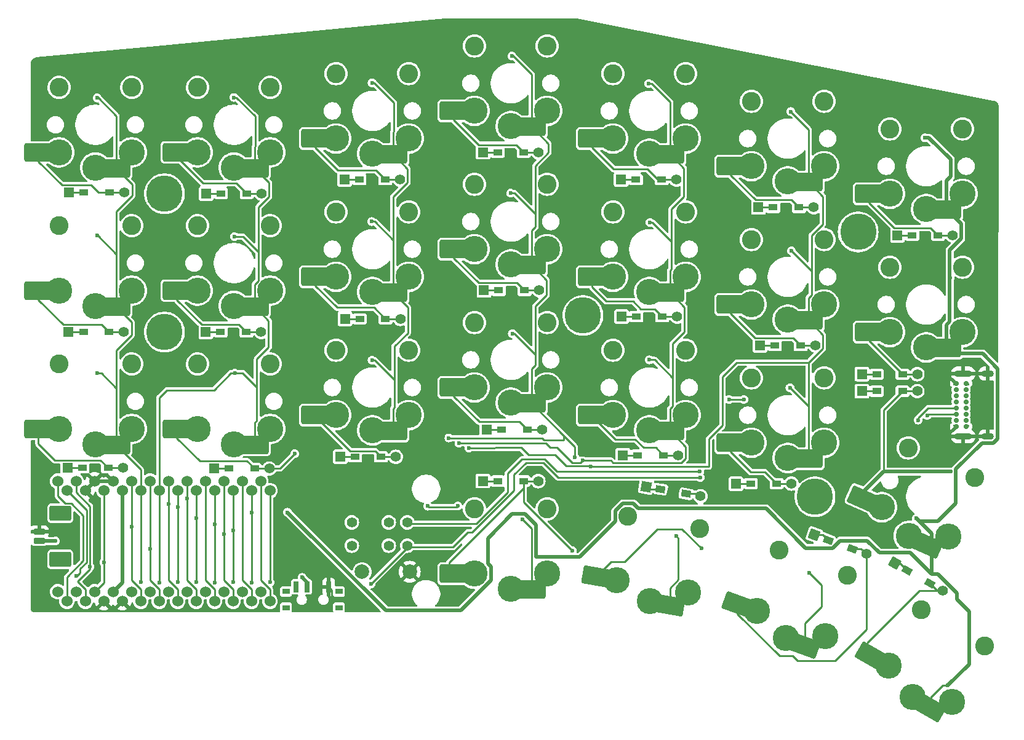
<source format=gbr>
G04 #@! TF.GenerationSoftware,KiCad,Pcbnew,8.0.1*
G04 #@! TF.CreationDate,2024-03-22T14:56:50+09:00*
G04 #@! TF.ProjectId,Pinky3,50696e6b-7933-42e6-9b69-6361645f7063,0.3*
G04 #@! TF.SameCoordinates,Original*
G04 #@! TF.FileFunction,Copper,L2,Bot*
G04 #@! TF.FilePolarity,Positive*
%FSLAX46Y46*%
G04 Gerber Fmt 4.6, Leading zero omitted, Abs format (unit mm)*
G04 Created by KiCad (PCBNEW 8.0.1) date 2024-03-22 14:56:50*
%MOMM*%
%LPD*%
G01*
G04 APERTURE LIST*
G04 Aperture macros list*
%AMRoundRect*
0 Rectangle with rounded corners*
0 $1 Rounding radius*
0 $2 $3 $4 $5 $6 $7 $8 $9 X,Y pos of 4 corners*
0 Add a 4 corners polygon primitive as box body*
4,1,4,$2,$3,$4,$5,$6,$7,$8,$9,$2,$3,0*
0 Add four circle primitives for the rounded corners*
1,1,$1+$1,$2,$3*
1,1,$1+$1,$4,$5*
1,1,$1+$1,$6,$7*
1,1,$1+$1,$8,$9*
0 Add four rect primitives between the rounded corners*
20,1,$1+$1,$2,$3,$4,$5,0*
20,1,$1+$1,$4,$5,$6,$7,0*
20,1,$1+$1,$6,$7,$8,$9,0*
20,1,$1+$1,$8,$9,$2,$3,0*%
%AMRotRect*
0 Rectangle, with rotation*
0 The origin of the aperture is its center*
0 $1 length*
0 $2 width*
0 $3 Rotation angle, in degrees counterclockwise*
0 Add horizontal line*
21,1,$1,$2,0,0,$3*%
G04 Aperture macros list end*
G04 #@! TA.AperFunction,ComponentPad*
%ADD10C,1.397000*%
G04 #@! TD*
G04 #@! TA.AperFunction,WasherPad*
%ADD11C,5.000000*%
G04 #@! TD*
G04 #@! TA.AperFunction,ComponentPad*
%ADD12R,1.397000X1.397000*%
G04 #@! TD*
G04 #@! TA.AperFunction,SMDPad,CuDef*
%ADD13R,1.300000X0.950000*%
G04 #@! TD*
G04 #@! TA.AperFunction,ComponentPad*
%ADD14RotRect,1.397000X1.397000X350.000000*%
G04 #@! TD*
G04 #@! TA.AperFunction,SMDPad,CuDef*
%ADD15RotRect,1.300000X0.950000X350.000000*%
G04 #@! TD*
G04 #@! TA.AperFunction,ComponentPad*
%ADD16RotRect,1.397000X1.397000X330.000000*%
G04 #@! TD*
G04 #@! TA.AperFunction,SMDPad,CuDef*
%ADD17RotRect,1.300000X0.950000X330.000000*%
G04 #@! TD*
G04 #@! TA.AperFunction,ComponentPad*
%ADD18C,2.000000*%
G04 #@! TD*
G04 #@! TA.AperFunction,ComponentPad*
%ADD19C,1.524000*%
G04 #@! TD*
G04 #@! TA.AperFunction,ComponentPad*
%ADD20C,2.600000*%
G04 #@! TD*
G04 #@! TA.AperFunction,SMDPad,CuDef*
%ADD21RoundRect,0.250000X1.675000X1.000000X-1.675000X1.000000X-1.675000X-1.000000X1.675000X-1.000000X0*%
G04 #@! TD*
G04 #@! TA.AperFunction,ComponentPad*
%ADD22C,3.600000*%
G04 #@! TD*
G04 #@! TA.AperFunction,SMDPad,CuDef*
%ADD23RoundRect,0.250000X1.936925X0.232262X-1.123452X1.594829X-1.936925X-0.232262X1.123452X-1.594829X0*%
G04 #@! TD*
G04 #@! TA.AperFunction,ComponentPad*
%ADD24RotRect,1.397000X1.397000X340.000000*%
G04 #@! TD*
G04 #@! TA.AperFunction,SMDPad,CuDef*
%ADD25RotRect,1.300000X0.950000X340.000000*%
G04 #@! TD*
G04 #@! TA.AperFunction,SMDPad,CuDef*
%ADD26RoundRect,0.250000X1.823201X0.693947X-1.475905X1.275668X-1.823201X-0.693947X1.475905X-1.275668X0*%
G04 #@! TD*
G04 #@! TA.AperFunction,SMDPad,CuDef*
%ADD27RoundRect,0.250000X1.916005X0.366809X-1.231965X1.512576X-1.916005X-0.366809X1.231965X-1.512576X0*%
G04 #@! TD*
G04 #@! TA.AperFunction,SMDPad,CuDef*
%ADD28RoundRect,0.250000X1.950593X0.028525X-0.950593X1.703525X-1.950593X-0.028525X0.950593X-1.703525X0*%
G04 #@! TD*
G04 #@! TA.AperFunction,ComponentPad*
%ADD29C,0.700000*%
G04 #@! TD*
G04 #@! TA.AperFunction,ComponentPad*
%ADD30O,2.400000X0.900000*%
G04 #@! TD*
G04 #@! TA.AperFunction,ComponentPad*
%ADD31O,1.700000X0.900000*%
G04 #@! TD*
G04 #@! TA.AperFunction,SMDPad,CuDef*
%ADD32RoundRect,0.200000X-0.600000X0.200000X-0.600000X-0.200000X0.600000X-0.200000X0.600000X0.200000X0*%
G04 #@! TD*
G04 #@! TA.AperFunction,SMDPad,CuDef*
%ADD33RoundRect,0.250001X-1.249999X0.799999X-1.249999X-0.799999X1.249999X-0.799999X1.249999X0.799999X0*%
G04 #@! TD*
G04 #@! TA.AperFunction,SMDPad,CuDef*
%ADD34R,1.000000X0.800000*%
G04 #@! TD*
G04 #@! TA.AperFunction,SMDPad,CuDef*
%ADD35R,0.700000X1.500000*%
G04 #@! TD*
G04 #@! TA.AperFunction,ViaPad*
%ADD36C,0.600000*%
G04 #@! TD*
G04 #@! TA.AperFunction,Conductor*
%ADD37C,0.250000*%
G04 #@! TD*
G04 #@! TA.AperFunction,Conductor*
%ADD38C,0.500000*%
G04 #@! TD*
G04 APERTURE END LIST*
D10*
X90353013Y-123824956D03*
X85273013Y-123824956D03*
X90353013Y-127024956D03*
X85273013Y-127024956D03*
D11*
X59500000Y-78550000D03*
X59500000Y-97600000D03*
X117077615Y-95323520D03*
X154940000Y-83820000D03*
D12*
X46390071Y-78405307D03*
D13*
X48425071Y-78405307D03*
X51975071Y-78405307D03*
D10*
X54010071Y-78405307D03*
D12*
X46307758Y-97623066D03*
D13*
X48342758Y-97623066D03*
X51892758Y-97623066D03*
D10*
X53927758Y-97623066D03*
D12*
X46149357Y-116290587D03*
D13*
X48184357Y-116290587D03*
X51734357Y-116290587D03*
D10*
X53769357Y-116290587D03*
D12*
X65232293Y-78520954D03*
D13*
X67267293Y-78520954D03*
X70817293Y-78520954D03*
D10*
X72852293Y-78520954D03*
D12*
X65181633Y-97582678D03*
D13*
X67216633Y-97582678D03*
X70766633Y-97582678D03*
D10*
X72801633Y-97582678D03*
D12*
X84290532Y-76586188D03*
D13*
X86325532Y-76586188D03*
X89875532Y-76586188D03*
D10*
X91910532Y-76586188D03*
D12*
X84328206Y-95782531D03*
D13*
X86363206Y-95782531D03*
X89913206Y-95782531D03*
D10*
X91948206Y-95782531D03*
D12*
X83697186Y-114785930D03*
D13*
X85732186Y-114785930D03*
X89282186Y-114785930D03*
D10*
X91317186Y-114785930D03*
D12*
X103325943Y-72827307D03*
D13*
X105360943Y-72827307D03*
X108910943Y-72827307D03*
D10*
X110945943Y-72827307D03*
D12*
X103450949Y-91868870D03*
D13*
X105485949Y-91868870D03*
X109035949Y-91868870D03*
D10*
X111070949Y-91868870D03*
D12*
X103833127Y-111037794D03*
D13*
X105868127Y-111037794D03*
X109418127Y-111037794D03*
D10*
X111453127Y-111037794D03*
D12*
X103307381Y-118129184D03*
D13*
X105342381Y-118129184D03*
X108892381Y-118129184D03*
D10*
X110927381Y-118129184D03*
D12*
X122323957Y-76606883D03*
D13*
X124358957Y-76606883D03*
X127908957Y-76606883D03*
D10*
X129943957Y-76606883D03*
D12*
X122398584Y-95473267D03*
D13*
X124433584Y-95473267D03*
X127983584Y-95473267D03*
D10*
X130018584Y-95473267D03*
D12*
X122574534Y-114565608D03*
D13*
X124609537Y-114565608D03*
X128159537Y-114565608D03*
D10*
X130194540Y-114565608D03*
D14*
X125747546Y-118904889D03*
D15*
X127751632Y-119258263D03*
X131247700Y-119874715D03*
D10*
X133251786Y-120228089D03*
D12*
X141212415Y-80432207D03*
D13*
X143247415Y-80432207D03*
X146797415Y-80432207D03*
D10*
X148832415Y-80432207D03*
D12*
X141437956Y-99440777D03*
D13*
X143472956Y-99440777D03*
X147022956Y-99440777D03*
D10*
X149057956Y-99440777D03*
D12*
X138131447Y-118484079D03*
D13*
X140166447Y-118484079D03*
X143716447Y-118484079D03*
D10*
X145751447Y-118484079D03*
D12*
X160340290Y-84274501D03*
D13*
X162375290Y-84274501D03*
X165925290Y-84274501D03*
D10*
X167960290Y-84274501D03*
D12*
X155457977Y-103403297D03*
D13*
X157492977Y-103403297D03*
X161042977Y-103403297D03*
D10*
X163077977Y-103403297D03*
D12*
X155456529Y-105744596D03*
D13*
X157491529Y-105744597D03*
X161041529Y-105744597D03*
D10*
X163076529Y-105744598D03*
D16*
X159942961Y-129405249D03*
D17*
X161705322Y-130422750D03*
X164779712Y-132197750D03*
D10*
X166542073Y-133215251D03*
X92913013Y-123824956D03*
X92913013Y-127024956D03*
D18*
X86682387Y-130629586D03*
X93232387Y-130629586D03*
D19*
X46082000Y-134690000D03*
X44812000Y-118143600D03*
X48622000Y-134690000D03*
X47352000Y-118143600D03*
X51162000Y-134690000D03*
X49892000Y-118143600D03*
X53702000Y-134690000D03*
X52432000Y-118143600D03*
X56242000Y-134690000D03*
X54972000Y-118143600D03*
X58782000Y-134690000D03*
X57512000Y-118143600D03*
X61322000Y-134690000D03*
X60052000Y-118143600D03*
X63862000Y-134690000D03*
X62592000Y-118143600D03*
X66402000Y-134690000D03*
X65132000Y-118143600D03*
X68942000Y-134690000D03*
X67672000Y-118143600D03*
X71482000Y-134690000D03*
X70212000Y-118143600D03*
X74022000Y-134690000D03*
X72752000Y-118143600D03*
X72752000Y-133363600D03*
X74022000Y-119450000D03*
X70212000Y-133363600D03*
X71482000Y-119450000D03*
X67672000Y-133363600D03*
X68942000Y-119450000D03*
X65132000Y-133363600D03*
X66402000Y-119450000D03*
X62592000Y-133363600D03*
X63862000Y-119450000D03*
X60052000Y-133363600D03*
X61322000Y-119450000D03*
X57512000Y-133363600D03*
X58782000Y-119450000D03*
X54972000Y-133363600D03*
X56242000Y-119450000D03*
X52432000Y-133363600D03*
X53702000Y-119450000D03*
X49892000Y-133363600D03*
X51162000Y-119450000D03*
X47352000Y-133363600D03*
X48622000Y-119450000D03*
X44812000Y-133363600D03*
X46082000Y-119450000D03*
D20*
X55000000Y-63900000D03*
D21*
X52850000Y-75050000D03*
D22*
X50000000Y-74950000D03*
X45000000Y-72850000D03*
D21*
X42150000Y-72850000D03*
D20*
X55000000Y-82950000D03*
D21*
X52850000Y-94100000D03*
D22*
X50000000Y-94000000D03*
X45000000Y-91900000D03*
D21*
X42150000Y-91900000D03*
D20*
X55000000Y-102000000D03*
D21*
X52850000Y-113150000D03*
D22*
X50000000Y-113050000D03*
X45000000Y-110950000D03*
D21*
X42150000Y-110950000D03*
D20*
X74050000Y-63900000D03*
D21*
X71900000Y-75050000D03*
D22*
X69050000Y-74950000D03*
X64050000Y-72850000D03*
D21*
X61200000Y-72850000D03*
D20*
X74050000Y-82950000D03*
D21*
X71900000Y-94100000D03*
D22*
X69050000Y-94000000D03*
X64050000Y-91900000D03*
D21*
X61200000Y-91900000D03*
D20*
X74050000Y-102000000D03*
D21*
X71900000Y-113150000D03*
D22*
X69050000Y-113050000D03*
X64050000Y-110950000D03*
D21*
X61200000Y-110950000D03*
D20*
X93100000Y-61995000D03*
D21*
X90950000Y-73145000D03*
D22*
X88100000Y-73045000D03*
X83100000Y-70945000D03*
D21*
X80250000Y-70945000D03*
D20*
X93100000Y-81045000D03*
D21*
X90950000Y-92195000D03*
D22*
X88100000Y-92095000D03*
X83100000Y-89995000D03*
D21*
X80250000Y-89995000D03*
D20*
X93100000Y-100095000D03*
D21*
X90950000Y-111245000D03*
D22*
X88100000Y-111145000D03*
X83100000Y-109045000D03*
D21*
X80250000Y-109045000D03*
D20*
X112150000Y-58185000D03*
D21*
X110000000Y-69335000D03*
D22*
X107150000Y-69235000D03*
X102150000Y-67135000D03*
D21*
X99300000Y-67135000D03*
D20*
X112150000Y-77235000D03*
D21*
X110000000Y-88385000D03*
D22*
X107150000Y-88285000D03*
X102150000Y-86185000D03*
D21*
X99300000Y-86185000D03*
D20*
X112150000Y-96285000D03*
D21*
X110000000Y-107435000D03*
D22*
X107150000Y-107335000D03*
X102150000Y-105235000D03*
D21*
X99300000Y-105235000D03*
D20*
X131200000Y-61995000D03*
D21*
X129050000Y-73145000D03*
D22*
X126200000Y-73045000D03*
X121200000Y-70945000D03*
D21*
X118350000Y-70945000D03*
D20*
X131200000Y-81045000D03*
D21*
X129050000Y-92195000D03*
D22*
X126200000Y-92095000D03*
X121200000Y-89995000D03*
D21*
X118350000Y-89995000D03*
D20*
X131200000Y-100095000D03*
D21*
X129050000Y-111245000D03*
D22*
X126200000Y-111145000D03*
X121200000Y-109045000D03*
D21*
X118350000Y-109045000D03*
D20*
X150250000Y-65805000D03*
D21*
X148100000Y-76955000D03*
D22*
X145250000Y-76855000D03*
X140250000Y-74755000D03*
D21*
X137400000Y-74755000D03*
D20*
X150250000Y-84855000D03*
D21*
X148100000Y-96005000D03*
D22*
X145250000Y-95905000D03*
X140250000Y-93805000D03*
D21*
X137400000Y-93805000D03*
D20*
X150250000Y-103905000D03*
D21*
X148100000Y-115055000D03*
D22*
X145250000Y-114955000D03*
X140250000Y-112855000D03*
D21*
X137400000Y-112855000D03*
D20*
X169300000Y-69615000D03*
D21*
X167150000Y-80765000D03*
D22*
X164300000Y-80665000D03*
X159300000Y-78565000D03*
D21*
X156450000Y-78565000D03*
D20*
X169300000Y-88665000D03*
D21*
X167150000Y-99815000D03*
D22*
X164300000Y-99715000D03*
X159300000Y-97615000D03*
D21*
X156450000Y-97615000D03*
D20*
X170962421Y-117628924D03*
D23*
X164463185Y-126940472D03*
D22*
X161900254Y-125689918D03*
X158186673Y-121737790D03*
D23*
X155583069Y-120578590D03*
D24*
X148890669Y-125554394D03*
D25*
X150802944Y-126250405D03*
X154138852Y-127464577D03*
D10*
X156051127Y-128160588D03*
D11*
X149000000Y-120300000D03*
D20*
X133118327Y-124696481D03*
D26*
X129064813Y-135303744D03*
D22*
X126275476Y-134710366D03*
X121716098Y-131774029D03*
D26*
X118909396Y-131279131D03*
D20*
X112150000Y-121950000D03*
D21*
X110000000Y-133100000D03*
D22*
X107150000Y-133000000D03*
X102150000Y-130900000D03*
D21*
X99300000Y-130900000D03*
D20*
X153459867Y-131070684D03*
D27*
X147626003Y-140812913D03*
D22*
X144982081Y-139744186D03*
X141001860Y-136060731D03*
D27*
X138323736Y-135085974D03*
D20*
X172305127Y-140839969D03*
D28*
X164868172Y-149421152D03*
D22*
X162450000Y-147909550D03*
X159169873Y-143590897D03*
D28*
X156701701Y-142165897D03*
D29*
X168423975Y-110618892D03*
X168423975Y-109768892D03*
X168423975Y-108918892D03*
X168423975Y-108068892D03*
X168423975Y-107218892D03*
X168423975Y-106368892D03*
X168423975Y-105518892D03*
X168423975Y-104668892D03*
X169773975Y-104668892D03*
X169773975Y-105518892D03*
X169773975Y-106368892D03*
X169773975Y-107218892D03*
X169773975Y-108068892D03*
X169773975Y-108918892D03*
X169773975Y-109768892D03*
X169773975Y-110618892D03*
D30*
X169403975Y-111968892D03*
D31*
X172783975Y-111968892D03*
D30*
X169403975Y-103318892D03*
D31*
X172783975Y-103318892D03*
D12*
X66301500Y-116417712D03*
D13*
X68336500Y-116417712D03*
X71886500Y-116417712D03*
D10*
X73921500Y-116417712D03*
D20*
X64050000Y-82950000D03*
D22*
X69050000Y-94000000D03*
X74050000Y-91900000D03*
D20*
X121200000Y-100095000D03*
D22*
X126200000Y-111145000D03*
X131200000Y-109045000D03*
D20*
X140250000Y-103905000D03*
D22*
X145250000Y-114955000D03*
X150250000Y-112855000D03*
D20*
X64050000Y-102000000D03*
D22*
X69050000Y-113050000D03*
X74050000Y-110950000D03*
D20*
X45000000Y-63900000D03*
D22*
X50000000Y-74950000D03*
X55000000Y-72850000D03*
D20*
X161826967Y-113561558D03*
D22*
X161900254Y-125689918D03*
X167322128Y-125805157D03*
D20*
X123270249Y-122959999D03*
D22*
X126275475Y-134710366D03*
X131564176Y-133510511D03*
D20*
X163644873Y-135839969D03*
D22*
X162450000Y-147909550D03*
X167830127Y-148590897D03*
D20*
X83100000Y-61995000D03*
D22*
X88100000Y-73045000D03*
X93100000Y-70945000D03*
D20*
X121200000Y-81045000D03*
D22*
X126200000Y-92095000D03*
X131200000Y-89995000D03*
D20*
X159300000Y-69615000D03*
D22*
X164300000Y-80665000D03*
X169300000Y-78565000D03*
D20*
X121200000Y-61995000D03*
D22*
X126200000Y-73045000D03*
X131200000Y-70945000D03*
D20*
X83100000Y-100095000D03*
D22*
X88100000Y-111145000D03*
X93100000Y-109045000D03*
D20*
X64050000Y-63900000D03*
D22*
X69050000Y-74950000D03*
X74050000Y-72850000D03*
D20*
X102150000Y-77235000D03*
D22*
X107150000Y-88285000D03*
X112150000Y-86185000D03*
D20*
X140250000Y-65805000D03*
D22*
X145250000Y-76855000D03*
X150250000Y-74755000D03*
D20*
X144062940Y-127650482D03*
D22*
X144982082Y-139744186D03*
X150398787Y-139480933D03*
D20*
X102150000Y-121950000D03*
D22*
X107150000Y-133000000D03*
X112150000Y-130900000D03*
D20*
X102150000Y-96285000D03*
D22*
X107150000Y-107335000D03*
X112150000Y-105235000D03*
D20*
X45000000Y-102000000D03*
D22*
X50000000Y-113050000D03*
X55000000Y-110950000D03*
D32*
X42268059Y-125127214D03*
X42268059Y-126377214D03*
D33*
X45168059Y-122577214D03*
X45168059Y-128927214D03*
D34*
X83508323Y-135565322D03*
X83508323Y-133355322D03*
X76208323Y-135565322D03*
X76208323Y-133355322D03*
D35*
X82108323Y-132705322D03*
X79108323Y-132705322D03*
X77608323Y-132705322D03*
D20*
X140250000Y-84855000D03*
D22*
X145250000Y-95905000D03*
X150250000Y-93805000D03*
D20*
X159300000Y-88665000D03*
D22*
X164300000Y-99715000D03*
X169300000Y-97615000D03*
D20*
X102150000Y-58185000D03*
D22*
X107150000Y-69235000D03*
X112150000Y-67135000D03*
D20*
X83100000Y-81045000D03*
D22*
X88100000Y-92095000D03*
X93100000Y-89995000D03*
D20*
X45000000Y-82950000D03*
D22*
X50000000Y-94000000D03*
X55000000Y-91900000D03*
D36*
X95726036Y-121582592D03*
X99869051Y-121567512D03*
X67696675Y-125430814D03*
X60094594Y-121267869D03*
X62634594Y-120528199D03*
X77419268Y-114365414D03*
X115590915Y-127698893D03*
X133351002Y-127397894D03*
X167640000Y-116840000D03*
X133162408Y-116827088D03*
X164429423Y-109096294D03*
X163180391Y-109737734D03*
X133198504Y-117640150D03*
X87921800Y-132291524D03*
X44744557Y-125141543D03*
X48622000Y-132093600D03*
X82512597Y-134242025D03*
X50096801Y-128182262D03*
X49227429Y-129927947D03*
X51155281Y-129321617D03*
X50212699Y-103296723D03*
X50214482Y-84313940D03*
X50226722Y-65356329D03*
X56242000Y-132048000D03*
X69181458Y-103269234D03*
X58782000Y-132092000D03*
X69074513Y-65287246D03*
X69113171Y-84444652D03*
X61339402Y-121684648D03*
X61322000Y-132068000D03*
X88063565Y-101477764D03*
X88028675Y-82381221D03*
X88063565Y-63261441D03*
X107296599Y-59592188D03*
X108744713Y-123377449D03*
X98634153Y-112192853D03*
X107117857Y-78471156D03*
X63852789Y-132076630D03*
X107357796Y-97814303D03*
X115974985Y-114888612D03*
X63864974Y-123275973D03*
X126122953Y-63374764D03*
X66402484Y-124103115D03*
X66402000Y-132088000D03*
X117019742Y-115316575D03*
X100009668Y-112916981D03*
X129923010Y-125715086D03*
X126297404Y-82494893D03*
X126208901Y-101436503D03*
X145690792Y-67236680D03*
X68957513Y-124919007D03*
X101362895Y-113570017D03*
X145551232Y-105264388D03*
X68942000Y-132048000D03*
X145760572Y-86426241D03*
X118112301Y-116114063D03*
X148225267Y-130771786D03*
X167295591Y-146261955D03*
X167566977Y-90110177D03*
X162959460Y-123275172D03*
X76438084Y-122435894D03*
X164147239Y-70857319D03*
X71468177Y-122458162D03*
X71482000Y-132092000D03*
X74022000Y-132068000D03*
X54972000Y-124460000D03*
X57531873Y-127480814D03*
X44495594Y-126390412D03*
X78421511Y-131402303D03*
X47399525Y-131224391D03*
X137190215Y-106902071D03*
X139199207Y-106902071D03*
X53691582Y-126680814D03*
D37*
X72852293Y-78520954D02*
X70817293Y-78520954D01*
X64827332Y-77127332D02*
X69423671Y-77127332D01*
X69423671Y-77127332D02*
X70817293Y-78520954D01*
X60550000Y-72850000D02*
X64827332Y-77127332D01*
X67672000Y-131754838D02*
X68942000Y-133024838D01*
X99707599Y-121728964D02*
X95872408Y-121728964D01*
X67672000Y-121584325D02*
X67672000Y-131754838D01*
X159942961Y-129405249D02*
X160687821Y-129405249D01*
X127751632Y-119258263D02*
X126100920Y-119258263D01*
X67672000Y-118143600D02*
X67672000Y-121556693D01*
X95872408Y-121728964D02*
X95726036Y-121582592D01*
X160687821Y-129405249D02*
X161705322Y-130422750D01*
X148890669Y-125554394D02*
X150106933Y-125554394D01*
X67672000Y-121556693D02*
X67658184Y-121570509D01*
X67658184Y-121570509D02*
X67672000Y-121584325D01*
X99869051Y-121567512D02*
X99707599Y-121728964D01*
X105342381Y-118129184D02*
X103307381Y-118129184D01*
X68942000Y-133024838D02*
X68942000Y-134690000D01*
X126100920Y-119258263D02*
X125747546Y-118904889D01*
X150106933Y-125554394D02*
X150802944Y-126250405D01*
X61200000Y-93150000D02*
X64609178Y-96559178D01*
X70766633Y-97582678D02*
X72801633Y-97582678D01*
X64609178Y-96559178D02*
X69743133Y-96559178D01*
X69743133Y-96559178D02*
X70766633Y-97582678D01*
X61200000Y-91900000D02*
X61200000Y-93150000D01*
X60052000Y-118143600D02*
X60052000Y-121009852D01*
X60085186Y-122229564D02*
X60052000Y-122262750D01*
X60052000Y-121027394D02*
X60052000Y-122196378D01*
X124358957Y-76606883D02*
X122323957Y-76606883D01*
X61322000Y-133024838D02*
X61322000Y-134690000D01*
X46390071Y-78405307D02*
X48425071Y-78405307D01*
X60060771Y-121018623D02*
X60052000Y-121027394D01*
X162375290Y-84274501D02*
X160340290Y-84274501D01*
X60052000Y-121009852D02*
X60060771Y-121018623D01*
X67267293Y-78520954D02*
X65232293Y-78520954D01*
X60052000Y-122196378D02*
X60085186Y-122229564D01*
X60052000Y-122262750D02*
X60052000Y-131754838D01*
X143247415Y-80432207D02*
X141212415Y-80432207D01*
X60052000Y-131754838D02*
X61322000Y-133024838D01*
X86325532Y-76586188D02*
X84290532Y-76586188D01*
X105360943Y-72827307D02*
X103325943Y-72827307D01*
X62592000Y-131754838D02*
X63862000Y-133024838D01*
X63862000Y-133024838D02*
X63862000Y-134690000D01*
X62592000Y-121317148D02*
X62597274Y-121322422D01*
X143472956Y-99440777D02*
X141437956Y-99440777D01*
X62592000Y-118143600D02*
X62592000Y-121317148D01*
X62592000Y-121327696D02*
X62592000Y-131754838D01*
X105485949Y-91868870D02*
X103450949Y-91868870D01*
X62597274Y-121322422D02*
X62592000Y-121327696D01*
X67216633Y-97582678D02*
X65181633Y-97582678D01*
X86363206Y-95782531D02*
X84328206Y-95782531D01*
X46307758Y-97623066D02*
X48342758Y-97623066D01*
X124433584Y-95473267D02*
X122398584Y-95473267D01*
X155457977Y-103403297D02*
X157492977Y-103403297D01*
X70863000Y-115394212D02*
X71886500Y-116417712D01*
X73921500Y-116417712D02*
X75366970Y-116417712D01*
X61200000Y-110950000D02*
X61200000Y-112200000D01*
X75366970Y-116417712D02*
X77419268Y-114365414D01*
X61200000Y-112200000D02*
X64394212Y-115394212D01*
X71886500Y-116417712D02*
X73921500Y-116417712D01*
X64394212Y-115394212D02*
X70863000Y-115394212D01*
X66402000Y-133024838D02*
X66402000Y-134690000D01*
X83697186Y-114785930D02*
X85732186Y-114785930D01*
X65132000Y-131754838D02*
X66402000Y-133024838D01*
X65132000Y-118143600D02*
X65132000Y-131754838D01*
X157491529Y-105744597D02*
X155456529Y-105744596D01*
X124609537Y-114565608D02*
X122574534Y-114565608D01*
X140166447Y-118484079D02*
X138131447Y-118484079D01*
X103833127Y-111037794D02*
X105868127Y-111037794D01*
X68336500Y-116417712D02*
X66301500Y-116417712D01*
X83697186Y-114785930D02*
X83698916Y-114785930D01*
X46149357Y-116290587D02*
X48184357Y-116290587D01*
X89875532Y-76586188D02*
X91910532Y-76586188D01*
X88568600Y-75279256D02*
X89875532Y-76586188D01*
X83334256Y-75279256D02*
X88568600Y-75279256D01*
X80250000Y-72195000D02*
X83334256Y-75279256D01*
X80250000Y-70945000D02*
X80250000Y-72195000D01*
X80250000Y-91245000D02*
X83244465Y-94239465D01*
X80250000Y-89995000D02*
X80250000Y-91245000D01*
X88370140Y-94239465D02*
X89913206Y-95782531D01*
X83244465Y-94239465D02*
X88370140Y-94239465D01*
X89913206Y-95782531D02*
X91948206Y-95782531D01*
X85035726Y-113985930D02*
X88482186Y-113985930D01*
X89282186Y-114785930D02*
X91317186Y-114785930D01*
X80250000Y-109200204D02*
X85035726Y-113985930D01*
X88482186Y-113985930D02*
X89282186Y-114785930D01*
X107887443Y-71803807D02*
X108910943Y-72827307D01*
X99300000Y-68385000D02*
X102718807Y-71803807D01*
X108910943Y-72827307D02*
X110945943Y-72827307D01*
X99300000Y-67135000D02*
X99300000Y-68385000D01*
X102718807Y-71803807D02*
X107887443Y-71803807D01*
X99300000Y-87435000D02*
X102710370Y-90845370D01*
X99300000Y-86185000D02*
X99300000Y-87435000D01*
X108012449Y-90845370D02*
X109035949Y-91868870D01*
X102710370Y-90845370D02*
X108012449Y-90845370D01*
X109035949Y-91868870D02*
X111070949Y-91868870D01*
X102789926Y-109974926D02*
X108355259Y-109974926D01*
X108355259Y-109974926D02*
X109418127Y-111037794D01*
X99300000Y-105235000D02*
X99300000Y-106485000D01*
X99300000Y-106485000D02*
X102789926Y-109974926D01*
X109418127Y-111037794D02*
X111453127Y-111037794D01*
X108892381Y-121000359D02*
X115590915Y-127698893D01*
X98650000Y-130900000D02*
X98650000Y-129375000D01*
X108892381Y-118129184D02*
X108892381Y-121000359D01*
X110927381Y-118129184D02*
X108892381Y-118129184D01*
X98650000Y-129375000D02*
X108925000Y-119100000D01*
X127908957Y-76606883D02*
X129943957Y-76606883D01*
X121325000Y-75170000D02*
X125970000Y-75170000D01*
X121325000Y-75170000D02*
X118350000Y-72195000D01*
X125970000Y-75170000D02*
X127406883Y-76606883D01*
X118350000Y-72195000D02*
X118350000Y-70945000D01*
X130018584Y-95473267D02*
X127983584Y-95473267D01*
X120293429Y-93368113D02*
X123950580Y-93368113D01*
X123950580Y-93368113D02*
X125032234Y-94449767D01*
X125032234Y-94449767D02*
X126960084Y-94449767D01*
X118350000Y-91424683D02*
X120293429Y-93368113D01*
X126960084Y-94449767D02*
X127983584Y-95473267D01*
X118350000Y-89995000D02*
X118350000Y-91424683D01*
X125420833Y-113542108D02*
X127136037Y-113542108D01*
X124278608Y-112399883D02*
X125420833Y-113542108D01*
X118350000Y-109045000D02*
X118350000Y-109200204D01*
X118350000Y-109200204D02*
X121549679Y-112399883D01*
X121549679Y-112399883D02*
X124278608Y-112399883D01*
X127136037Y-113542108D02*
X128159537Y-114565608D01*
X128159537Y-114565608D02*
X130194540Y-114565608D01*
X122790136Y-129269935D02*
X127332485Y-124727586D01*
X127332485Y-124727586D02*
X130680694Y-124727586D01*
X118909396Y-131279131D02*
X120918592Y-129269935D01*
X120918592Y-129269935D02*
X122790136Y-129269935D01*
X131247700Y-119874715D02*
X132898412Y-119874715D01*
X130680694Y-124727586D02*
X133351002Y-127397894D01*
X132898412Y-119874715D02*
X133251786Y-120228089D01*
X137400000Y-76005000D02*
X140803707Y-79408707D01*
X137400000Y-74755000D02*
X137400000Y-76005000D01*
X148832415Y-80432207D02*
X146797415Y-80432207D01*
X140803707Y-79408707D02*
X145773915Y-79408707D01*
X145773915Y-79408707D02*
X146797415Y-80432207D01*
X145999456Y-98417277D02*
X147022956Y-99440777D01*
X137400000Y-95055000D02*
X140762277Y-98417277D01*
X137400000Y-93805000D02*
X137400000Y-95055000D01*
X149057956Y-99440777D02*
X147022956Y-99440777D01*
X140762277Y-98417277D02*
X145999456Y-98417277D01*
X143716447Y-118484079D02*
X142139661Y-116907293D01*
X140202293Y-116907293D02*
X137400000Y-114105000D01*
X142139661Y-116907293D02*
X140202293Y-116907293D01*
X145751447Y-118484079D02*
X143716447Y-118484079D01*
X137400000Y-114105000D02*
X137400000Y-112855000D01*
X154138852Y-127464577D02*
X155355116Y-127464577D01*
X155355116Y-127464577D02*
X156051127Y-128160588D01*
X156051127Y-138588873D02*
X156051127Y-128160588D01*
X146615664Y-142905145D02*
X151734855Y-142905145D01*
X138323736Y-136416196D02*
X144147540Y-142240000D01*
X144147540Y-142240000D02*
X145950519Y-142240000D01*
X145950519Y-142240000D02*
X146615664Y-142905145D01*
X151734855Y-142905145D02*
X156051127Y-138588873D01*
X138323736Y-135085974D02*
X138323736Y-136416196D01*
X156450000Y-79815000D02*
X159886001Y-83251001D01*
X167960290Y-84274501D02*
X165925290Y-84274501D01*
X156450000Y-78565000D02*
X156450000Y-79815000D01*
X164901790Y-83251001D02*
X165925290Y-84274501D01*
X159886001Y-83251001D02*
X164901790Y-83251001D01*
X156450000Y-98810320D02*
X161042977Y-103403297D01*
X163077977Y-103403297D02*
X161042977Y-103403297D01*
X156450000Y-97615000D02*
X156450000Y-98810320D01*
D38*
X158463475Y-116840000D02*
X167640000Y-116840000D01*
D37*
X161041529Y-105744597D02*
X158463475Y-108322651D01*
D38*
X154989264Y-120314211D02*
X158463475Y-116840000D01*
D37*
X163076529Y-105744598D02*
X161041529Y-105744597D01*
X158463475Y-108322651D02*
X158463475Y-116840000D01*
X156138784Y-140397521D02*
X163321053Y-133215251D01*
X166542073Y-133215251D02*
X165797213Y-133215251D01*
X165797213Y-133215251D02*
X164779712Y-132197750D01*
X156138784Y-141840897D02*
X156138784Y-140397521D01*
X166542073Y-133215251D02*
X163321053Y-133215251D01*
X113473956Y-116827088D02*
X133162408Y-116827088D01*
X106689231Y-117094260D02*
X108639506Y-115143985D01*
X102378824Y-124019274D02*
X106689231Y-119708867D01*
X164606825Y-108918892D02*
X168423975Y-108918892D01*
X108639506Y-115143985D02*
X111790853Y-115143985D01*
X164429423Y-109096294D02*
X164606825Y-108918892D01*
X111790853Y-115143985D02*
X113473956Y-116827088D01*
X106689231Y-119708867D02*
X106689231Y-117094260D01*
X92963760Y-124019274D02*
X102378824Y-124019274D01*
X101208022Y-125220227D02*
X101208022Y-125201153D01*
X107578918Y-117237392D02*
X109222325Y-115593985D01*
X133017772Y-117642980D02*
X133014942Y-117642980D01*
X99189901Y-127219274D02*
X101188948Y-125220227D01*
X164572941Y-108068892D02*
X168423975Y-108068892D01*
X133198504Y-117640150D02*
X133017772Y-117642980D01*
X113650622Y-117640150D02*
X133198504Y-117640150D01*
X111604457Y-115593985D02*
X113650622Y-117640150D01*
X101188948Y-125220227D02*
X101208022Y-125220227D01*
X133012112Y-117642980D02*
X133198504Y-117640150D01*
X163180391Y-109461442D02*
X164572941Y-108068892D01*
X87921800Y-132291524D02*
X87921800Y-132261234D01*
X109222325Y-115593985D02*
X111604457Y-115593985D01*
X107578918Y-119455576D02*
X107578918Y-117237392D01*
X101188948Y-125220227D02*
X101814267Y-125220227D01*
X87921800Y-132261234D02*
X92963760Y-127219274D01*
X92963760Y-127219274D02*
X99189901Y-127219274D01*
X163180391Y-109737734D02*
X163180391Y-109461442D01*
X101814267Y-125220227D02*
X107578918Y-119455576D01*
X101208022Y-125201153D02*
X101206081Y-125203094D01*
X82512597Y-133109596D02*
X82108323Y-132705322D01*
D38*
X48622000Y-132093600D02*
X50104755Y-130610845D01*
X50104755Y-120932755D02*
X50104755Y-128088913D01*
X50104755Y-130610845D02*
X50104755Y-128088913D01*
X52432000Y-118143600D02*
X49892000Y-118143600D01*
X48622000Y-119450000D02*
X50104755Y-120932755D01*
X49892000Y-118180000D02*
X48622000Y-119450000D01*
D37*
X82512597Y-134242025D02*
X82512597Y-133109596D01*
X44744557Y-125141543D02*
X42282388Y-125141543D01*
X47352000Y-119717251D02*
X49227429Y-121592680D01*
X48622000Y-134690000D02*
X48622000Y-133024838D01*
X49227429Y-130247272D02*
X49227429Y-129927947D01*
X47535931Y-131938770D02*
X49227429Y-130247272D01*
X47352000Y-118143600D02*
X47352000Y-119717251D01*
X48622000Y-133024838D02*
X47535931Y-131938770D01*
X49227429Y-121592680D02*
X49227429Y-129927947D01*
X51162000Y-132093600D02*
X51162000Y-129328336D01*
X51162000Y-129328336D02*
X51155281Y-129321617D01*
X51162000Y-129314898D02*
X51162000Y-119450000D01*
X51155281Y-129321617D02*
X51162000Y-129314898D01*
X49892000Y-133363600D02*
X51162000Y-132093600D01*
X52900000Y-67848781D02*
X52900000Y-72340317D01*
X50212699Y-103296723D02*
X50798606Y-103296723D01*
X52850000Y-113150000D02*
X56242000Y-116542000D01*
X52850000Y-113150000D02*
X52850000Y-108401219D01*
X56242000Y-119450000D02*
X56242000Y-132048000D01*
X54951258Y-96201258D02*
X52850000Y-94100000D01*
X52900000Y-86898781D02*
X52900000Y-89301219D01*
X52900000Y-72340317D02*
X52850000Y-72390317D01*
X50226722Y-65356329D02*
X50407548Y-65356329D01*
X55033571Y-77233571D02*
X52850000Y-75050000D01*
X50214482Y-84313940D02*
X50315159Y-84313940D01*
X52900000Y-89301219D02*
X52900000Y-80962826D01*
X52850000Y-94100000D02*
X52850000Y-89351219D01*
X50407548Y-65356329D02*
X52900000Y-67848781D01*
X52850000Y-108401219D02*
X52900000Y-108351219D01*
X56242000Y-116542000D02*
X56242000Y-119450000D01*
X52900000Y-80962826D02*
X55033571Y-78829255D01*
X52900000Y-105398117D02*
X52900000Y-100098272D01*
X55033571Y-78829255D02*
X55033571Y-77233571D01*
X52850000Y-72390317D02*
X52850000Y-75050000D01*
X54951258Y-98047014D02*
X54951258Y-96201258D01*
X52850000Y-89351219D02*
X52900000Y-89301219D01*
X50798606Y-103296723D02*
X52900000Y-105398117D01*
X52900000Y-108351219D02*
X52900000Y-105398117D01*
X52900000Y-100098272D02*
X54951258Y-98047014D01*
X50315159Y-84313940D02*
X52900000Y-86898781D01*
X45425071Y-77375071D02*
X42150000Y-74100000D01*
X51975071Y-78405307D02*
X50450103Y-78405307D01*
X51975071Y-78405307D02*
X54010071Y-78405307D01*
X49419867Y-77375071D02*
X45425071Y-77375071D01*
X42150000Y-74100000D02*
X42150000Y-72850000D01*
X50450103Y-78405307D02*
X49419867Y-77375071D01*
X45599566Y-96599566D02*
X50869258Y-96599566D01*
X50869258Y-96599566D02*
X51892758Y-97623066D01*
X42150000Y-91900000D02*
X42150000Y-93150000D01*
X42150000Y-93150000D02*
X45599566Y-96599566D01*
X53927758Y-97623066D02*
X51892758Y-97623066D01*
X51734357Y-116290587D02*
X50710857Y-115267087D01*
X51734357Y-116290587D02*
X53769357Y-116290587D01*
X42150000Y-112992918D02*
X42150000Y-110950000D01*
X50710857Y-115267087D02*
X44424169Y-115267087D01*
X44424169Y-115267087D02*
X42150000Y-112992918D01*
X69181458Y-103269234D02*
X70267729Y-103269234D01*
X71900000Y-72121717D02*
X71900000Y-75050000D01*
X71900000Y-75050000D02*
X73875793Y-77025793D01*
X68633376Y-103269234D02*
X66305815Y-105596795D01*
X58782000Y-119450000D02*
X58782000Y-127278193D01*
X58782000Y-127332937D02*
X58782000Y-132092000D01*
X58782000Y-127278193D02*
X58809372Y-127305565D01*
X69181458Y-103269234D02*
X68633376Y-103269234D01*
X72414996Y-90529800D02*
X71900000Y-91044796D01*
X58782000Y-106631049D02*
X59816254Y-105596795D01*
X70267729Y-103269234D02*
X72206423Y-105207928D01*
X70294847Y-84444652D02*
X72414996Y-86564801D01*
X69113171Y-84444652D02*
X70294847Y-84444652D01*
X73875793Y-78944902D02*
X72414996Y-80405699D01*
X58809372Y-127305565D02*
X58782000Y-127332937D01*
X71900000Y-110094796D02*
X71900000Y-113150000D01*
X73825133Y-96025133D02*
X73825133Y-99724867D01*
X71900000Y-94100000D02*
X73825133Y-96025133D01*
X72206423Y-109788373D02*
X71900000Y-110094796D01*
X66305815Y-105596795D02*
X59816254Y-105596795D01*
X71991857Y-72029860D02*
X71900000Y-72121717D01*
X72414996Y-86564801D02*
X72414996Y-90529800D01*
X71900000Y-91044796D02*
X71900000Y-94100000D01*
X71991857Y-67890638D02*
X71991857Y-72029860D01*
X69388465Y-65287246D02*
X71991857Y-67890638D01*
X72206423Y-105207928D02*
X72206423Y-109788373D01*
X58782000Y-119450000D02*
X58782000Y-106631049D01*
X69074513Y-65287246D02*
X69388465Y-65287246D01*
X73875793Y-77025793D02*
X73875793Y-78944902D01*
X73825133Y-99724867D02*
X72206423Y-101343577D01*
X72414996Y-80405699D02*
X72414996Y-86564801D01*
X72206423Y-101343577D02*
X72206423Y-105207928D01*
X61339402Y-121684648D02*
X61322000Y-121702050D01*
X91133784Y-104565821D02*
X91133784Y-108006012D01*
X61322000Y-119450000D02*
X61322000Y-121667246D01*
X91047655Y-65991436D02*
X91047655Y-69992141D01*
X92934032Y-77010136D02*
X91000000Y-78944168D01*
X91000000Y-78944168D02*
X91000000Y-84985792D01*
X92971706Y-94216706D02*
X92971706Y-97723294D01*
X92971706Y-97723294D02*
X91133784Y-99561216D01*
X88453672Y-101477764D02*
X91133784Y-104157876D01*
X88028675Y-82381221D02*
X88395429Y-82381221D01*
X92934032Y-75129032D02*
X92934032Y-77010136D01*
X90950000Y-70089796D02*
X90950000Y-73145000D01*
X91000000Y-84985792D02*
X91000000Y-89089796D01*
X91000000Y-89089796D02*
X90950000Y-89139796D01*
X91133784Y-104157876D02*
X91133784Y-104565821D01*
X90950000Y-92195000D02*
X92971706Y-94216706D01*
X90950000Y-73145000D02*
X92934032Y-75129032D01*
X88063565Y-101477764D02*
X88453672Y-101477764D01*
X61322000Y-121667246D02*
X61339402Y-121684648D01*
X91047655Y-69992141D02*
X90950000Y-70089796D01*
X88317660Y-63261441D02*
X91047655Y-65991436D01*
X61322000Y-121702050D02*
X61322000Y-132068000D01*
X91133784Y-99561216D02*
X91133784Y-104565821D01*
X88063565Y-63261441D02*
X88317660Y-63261441D01*
X90950000Y-108189796D02*
X90950000Y-111245000D01*
X91133784Y-108006012D02*
X90950000Y-108189796D01*
X88395429Y-82381221D02*
X91000000Y-84985792D01*
X90950000Y-89139796D02*
X90950000Y-92195000D01*
X63804513Y-123136928D02*
X63862000Y-123079441D01*
X63862000Y-132067419D02*
X63862000Y-123194415D01*
X110523655Y-94042821D02*
X112094449Y-92472027D01*
X110523655Y-100707436D02*
X110523655Y-100850680D01*
X110000000Y-88385000D02*
X110000000Y-83636219D01*
X110525000Y-81326732D02*
X110525000Y-81992328D01*
X108744713Y-123377449D02*
X110050000Y-124682736D01*
X110523655Y-102162564D02*
X110523655Y-100850680D01*
X110000000Y-102686219D02*
X110523655Y-102162564D01*
X98634153Y-112192853D02*
X111424292Y-112192853D01*
X110000000Y-107435000D02*
X110000000Y-102686219D01*
X112318542Y-72902156D02*
X112318542Y-71653542D01*
X110525000Y-83111219D02*
X110525000Y-81992328D01*
X110050000Y-124682736D02*
X110050000Y-128301219D01*
X107296599Y-59592188D02*
X107508407Y-59592188D01*
X110050000Y-128301219D02*
X110000000Y-128351219D01*
X107630522Y-97814303D02*
X110523655Y-100707436D01*
X114437183Y-111872183D02*
X110000000Y-107435000D01*
X107669424Y-78471156D02*
X110525000Y-81326732D01*
X115974985Y-113409985D02*
X114437183Y-111872183D01*
X110523655Y-100850680D02*
X110523655Y-94042821D01*
X112318542Y-71653542D02*
X110000000Y-69335000D01*
X110050000Y-62133781D02*
X110050000Y-66358972D01*
X110000000Y-128351219D02*
X110000000Y-133100000D01*
X107117857Y-78471156D02*
X107669424Y-78471156D01*
X114437183Y-112466981D02*
X114437183Y-111872183D01*
X110050000Y-66358972D02*
X110000000Y-66408972D01*
X110000000Y-66408972D02*
X110000000Y-69335000D01*
X112094449Y-90479449D02*
X110000000Y-88385000D01*
X107508407Y-59592188D02*
X110050000Y-62133781D01*
X115974985Y-114888612D02*
X115974985Y-113409985D01*
X110000000Y-83636219D02*
X110525000Y-83111219D01*
X112094449Y-92472027D02*
X112094449Y-90479449D01*
X110525000Y-74695698D02*
X112318542Y-72902156D01*
X111424292Y-112192853D02*
X111698420Y-112466981D01*
X107357796Y-97814303D02*
X107630522Y-97814303D01*
X63852789Y-132076630D02*
X63862000Y-132067419D01*
X63862000Y-123194415D02*
X63804513Y-123136928D01*
X110525000Y-81992328D02*
X110525000Y-74695698D01*
X63862000Y-123079441D02*
X63862000Y-119450000D01*
X111698420Y-112466981D02*
X114437183Y-112466981D01*
X126122953Y-63374764D02*
X126530983Y-63374764D01*
X129272093Y-85152793D02*
X129272093Y-88917703D01*
X129272093Y-80674809D02*
X129272093Y-85152793D01*
X66402000Y-119450000D02*
X66402000Y-123607982D01*
X117019742Y-115316575D02*
X120949972Y-115316575D01*
X126939807Y-101436503D02*
X126208901Y-101436503D01*
X129050000Y-92195000D02*
X131042084Y-94187084D01*
X129272093Y-88917703D02*
X129050000Y-89139796D01*
X66402000Y-123618264D02*
X66402000Y-124102631D01*
X126614193Y-82494893D02*
X129272093Y-85152793D01*
X129100000Y-68346219D02*
X129050000Y-68396219D01*
X126297404Y-82494893D02*
X126614193Y-82494893D01*
X130200000Y-131745179D02*
X129064813Y-132880366D01*
X129413921Y-107825875D02*
X129050000Y-108189796D01*
X129923010Y-125715086D02*
X130200000Y-125992076D01*
X129100000Y-65943781D02*
X129100000Y-68346219D01*
X126530983Y-63374764D02*
X129100000Y-65943781D01*
X66402000Y-124102631D02*
X66402484Y-124103115D01*
X129050000Y-68396219D02*
X129050000Y-73145000D01*
X120949972Y-115316575D02*
X121222505Y-115589108D01*
X66402000Y-124103599D02*
X66402000Y-132088000D01*
X113510939Y-113510939D02*
X115589108Y-115589108D01*
X66396859Y-123613123D02*
X66402000Y-123618264D01*
X130200000Y-125992076D02*
X130200000Y-131745179D01*
X100009668Y-112916981D02*
X111953322Y-112916981D01*
X129050000Y-73145000D02*
X130967457Y-75062457D01*
X131218040Y-113413040D02*
X129050000Y-111245000D01*
X131042084Y-97557916D02*
X129413921Y-99186079D01*
X129413921Y-103910617D02*
X126939807Y-101436503D01*
X129413921Y-103910617D02*
X129413921Y-107825875D01*
X115589108Y-115589108D02*
X116747209Y-115589108D01*
X129064813Y-132880366D02*
X129064813Y-135303744D01*
X116747209Y-115589108D02*
X117019742Y-115316575D01*
X129413921Y-99186079D02*
X129413921Y-103910617D01*
X129050000Y-108189796D02*
X129050000Y-111245000D01*
X131042084Y-94187084D02*
X131042084Y-97557916D01*
X130967457Y-78979445D02*
X129272093Y-80674809D01*
X130618488Y-115589108D02*
X131218040Y-114989556D01*
X131218040Y-114989556D02*
X131218040Y-113413040D01*
X112547280Y-113510939D02*
X113510939Y-113510939D01*
X66402000Y-123607982D02*
X66396859Y-123613123D01*
X130967457Y-75062457D02*
X130967457Y-78979445D01*
X66402484Y-124103115D02*
X66402000Y-124103599D01*
X111953322Y-112916981D02*
X112547280Y-113510939D01*
X121222505Y-115589108D02*
X130618488Y-115589108D01*
X129050000Y-89139796D02*
X129050000Y-92195000D01*
X150081456Y-99864725D02*
X148150000Y-101796181D01*
X148100000Y-112067135D02*
X148100000Y-115055000D01*
X68942000Y-121818637D02*
X68942000Y-124741563D01*
X148150000Y-107880704D02*
X148150000Y-112017135D01*
X134390490Y-116114063D02*
X134390490Y-112339886D01*
X147626003Y-137675216D02*
X147626003Y-140812913D01*
X145772460Y-86426241D02*
X148533283Y-89187064D01*
X148100000Y-73899796D02*
X148100000Y-76955000D01*
X109586351Y-114557737D02*
X113265173Y-114557737D01*
X148225267Y-130771786D02*
X149900000Y-132446519D01*
X145760572Y-86426241D02*
X145772460Y-86426241D01*
X149900000Y-135401219D02*
X147626003Y-137675216D01*
X148533283Y-89295590D02*
X148533283Y-92516513D01*
X136236982Y-103783502D02*
X138224303Y-101796181D01*
X134390490Y-112339886D02*
X136236982Y-110493394D01*
X149900000Y-132446519D02*
X149900000Y-135401219D01*
X148150000Y-112017135D02*
X148100000Y-112067135D01*
X118112301Y-116114063D02*
X134390490Y-116114063D01*
X138224303Y-101796181D02*
X148150000Y-101796181D01*
X101362895Y-113570017D02*
X108572922Y-113544308D01*
X148150000Y-73849796D02*
X148100000Y-73899796D01*
X150081456Y-97986456D02*
X150081456Y-99864725D01*
X108572922Y-113544308D02*
X109586351Y-114557737D01*
X114746544Y-116039108D02*
X118037346Y-116039108D01*
X148100000Y-92949796D02*
X148100000Y-96005000D01*
X68942000Y-124750859D02*
X68942000Y-132048000D01*
X148150000Y-101796181D02*
X148150000Y-107880704D01*
X148533283Y-92516513D02*
X148100000Y-92949796D01*
X148533283Y-89187064D02*
X148533283Y-89295590D01*
X145690792Y-67236680D02*
X148150000Y-69695888D01*
X136236982Y-110493394D02*
X136236982Y-103783502D01*
X113265173Y-114557737D02*
X114746544Y-116039108D01*
X68942000Y-121761675D02*
X68970481Y-121790156D01*
X148150000Y-107853781D02*
X148150000Y-107880704D01*
X68970481Y-121790156D02*
X68942000Y-121818637D01*
X148100000Y-76955000D02*
X150078886Y-78933886D01*
X150078886Y-78933886D02*
X150078886Y-82728016D01*
X68942000Y-124741563D02*
X68937352Y-124746211D01*
X68942000Y-119450000D02*
X68942000Y-121761675D01*
X148150000Y-69695888D02*
X148150000Y-73849796D01*
X68937352Y-124746211D02*
X68942000Y-124750859D01*
X148533283Y-84273619D02*
X148533283Y-89295590D01*
X145560607Y-105264388D02*
X148150000Y-107853781D01*
X148100000Y-96005000D02*
X150081456Y-97986456D01*
X145551232Y-105264388D02*
X145560607Y-105264388D01*
X118037346Y-116039108D02*
X118112301Y-116114063D01*
X150078886Y-82728016D02*
X148533283Y-84273619D01*
D38*
X110625000Y-124197075D02*
X109055374Y-122627449D01*
X167150000Y-80765000D02*
X167050000Y-80665000D01*
X165056989Y-125372701D02*
X165056989Y-127204851D01*
D37*
X71529285Y-125807338D02*
X71482000Y-125854623D01*
D38*
X167150000Y-99815000D02*
X167050000Y-99715000D01*
D37*
X164868172Y-147977776D02*
X166583993Y-146261955D01*
D38*
X167885748Y-100550748D02*
X167150000Y-99815000D01*
X167550000Y-96183019D02*
X167550000Y-90127154D01*
D37*
X71482000Y-125760053D02*
X71529285Y-125807338D01*
D38*
X103971981Y-126000023D02*
X103971981Y-129540000D01*
X103971981Y-129540000D02*
X104400000Y-129968019D01*
X168495971Y-134415883D02*
X168495971Y-133544924D01*
X104400000Y-131831981D02*
X100256981Y-135975000D01*
X167640000Y-73827004D02*
X164670315Y-70857319D01*
X165927948Y-130976901D02*
X165056989Y-130976901D01*
X147689072Y-127369072D02*
X142240000Y-121920000D01*
D37*
X71482000Y-122444339D02*
X71468177Y-122458162D01*
D38*
X172043184Y-100550748D02*
X167885748Y-100550748D01*
X170180000Y-136099912D02*
X170180000Y-143377242D01*
X167566977Y-90110177D02*
X167550000Y-90093200D01*
X157834860Y-128001080D02*
X156179690Y-126345910D01*
X174138212Y-112287447D02*
X174138212Y-102645776D01*
X164670315Y-70857319D02*
X164147239Y-70857319D01*
X168390000Y-116490075D02*
X172011183Y-112868892D01*
D37*
X71482000Y-119450000D02*
X71482000Y-122444339D01*
D38*
X142240000Y-121920000D02*
X124705124Y-121920000D01*
X89977191Y-135975000D02*
X76438084Y-122435894D01*
X152460844Y-126345910D02*
X151437682Y-127369072D01*
X172011183Y-112868892D02*
X173556767Y-112868892D01*
X167050000Y-96683019D02*
X167550000Y-96183019D01*
X170180000Y-143377242D02*
X167295591Y-146261651D01*
X121520249Y-123684873D02*
X116615730Y-128589392D01*
D37*
X71482000Y-122471985D02*
X71482000Y-125760053D01*
D38*
X167550000Y-90127154D02*
X167566977Y-90110177D01*
X151437682Y-127369072D02*
X147689072Y-127369072D01*
D37*
X166583993Y-146261955D02*
X167295591Y-146261955D01*
D38*
X170180000Y-136099912D02*
X168495971Y-134415883D01*
X167640000Y-76200000D02*
X167640000Y-73827004D01*
X174138212Y-102645776D02*
X172043184Y-100550748D01*
X165056989Y-127204851D02*
X165056989Y-130976901D01*
X168495971Y-133544924D02*
X165927948Y-130976901D01*
D37*
X71482000Y-125854623D02*
X71482000Y-132092000D01*
D38*
X100256981Y-135975000D02*
X89977191Y-135975000D01*
X165056989Y-130976901D02*
X162081168Y-128001080D01*
X168390000Y-121170000D02*
X168390000Y-116490075D01*
X169108790Y-84750226D02*
X169108790Y-82723790D01*
X107344555Y-122627449D02*
X103971981Y-126000023D01*
X167550000Y-86309016D02*
X169108790Y-84750226D01*
X122545375Y-121209999D02*
X121520249Y-122235125D01*
X124705124Y-121920000D02*
X123995123Y-121209999D01*
X165892144Y-123667856D02*
X168390000Y-121170000D01*
X116615730Y-128589392D02*
X110675000Y-128589392D01*
X156179690Y-126345910D02*
X152460844Y-126345910D01*
D37*
X71468177Y-122458162D02*
X71482000Y-122471985D01*
D38*
X162959460Y-123275172D02*
X163352144Y-123667856D01*
X169108790Y-82723790D02*
X167150000Y-80765000D01*
X110625000Y-128539392D02*
X110625000Y-124197075D01*
X162081168Y-128001080D02*
X157834860Y-128001080D01*
X162959460Y-123275172D02*
X165056989Y-125372701D01*
X167295591Y-146261651D02*
X167295591Y-146261955D01*
X121520249Y-122235125D02*
X121520249Y-123684873D01*
D37*
X164868172Y-149421152D02*
X164868172Y-147977776D01*
D38*
X173556767Y-112868892D02*
X174138212Y-112287447D01*
X167050000Y-76790000D02*
X167640000Y-76200000D01*
X123995123Y-121209999D02*
X122545375Y-121209999D01*
X167050000Y-80665000D02*
X167050000Y-76790000D01*
X167050000Y-99715000D02*
X167050000Y-96683019D01*
X167550000Y-90093200D02*
X167550000Y-86309016D01*
X163352144Y-123667856D02*
X165892144Y-123667856D01*
X110675000Y-128589392D02*
X110625000Y-128539392D01*
X109055374Y-122627449D02*
X107344555Y-122627449D01*
X104400000Y-129968019D02*
X104400000Y-131831981D01*
D37*
X74022000Y-119450000D02*
X74022000Y-132068000D01*
X72752000Y-122444227D02*
X72752000Y-131754838D01*
X72752000Y-131754838D02*
X74022000Y-133024838D01*
X72752000Y-122401513D02*
X72773357Y-122422870D01*
X72773357Y-122422870D02*
X72752000Y-122444227D01*
X74022000Y-133024838D02*
X74022000Y-134690000D01*
X72752000Y-118143600D02*
X72752000Y-122401513D01*
X54972000Y-126000000D02*
X54972000Y-131754838D01*
X54972000Y-131754838D02*
X56242000Y-133024838D01*
X56242000Y-133024838D02*
X56242000Y-134690000D01*
X54972000Y-124460000D02*
X54972000Y-126000000D01*
X54972000Y-118143600D02*
X54972000Y-126000000D01*
X57512000Y-127460941D02*
X57531873Y-127480814D01*
X57512000Y-127500687D02*
X57531873Y-127480814D01*
X58782000Y-134690000D02*
X58782000Y-133024838D01*
X57512000Y-118143600D02*
X57512000Y-127460941D01*
X57512000Y-131754838D02*
X57512000Y-127500687D01*
X58782000Y-133024838D02*
X57512000Y-131754838D01*
X46663159Y-121202214D02*
X48327429Y-122866484D01*
X48327429Y-129118862D02*
X46082000Y-131364291D01*
X44812000Y-120149570D02*
X44812000Y-118143600D01*
X45864644Y-121202214D02*
X46663159Y-121202214D01*
X44812000Y-120149570D02*
X45864644Y-121202214D01*
X48327429Y-122866484D02*
X48327429Y-129118862D01*
X46082000Y-131364291D02*
X46082000Y-134690000D01*
X70212000Y-118143600D02*
X70212000Y-131754838D01*
X70212000Y-131754838D02*
X71482000Y-133024838D01*
X71482000Y-133024838D02*
X71482000Y-134690000D01*
D38*
X79124702Y-132099236D02*
X79124702Y-132697182D01*
D37*
X47399525Y-131224391D02*
X47462558Y-131224391D01*
X47897258Y-130185429D02*
X47897258Y-130789691D01*
D38*
X79108323Y-132089115D02*
X78421511Y-131402303D01*
D37*
X47462558Y-131224391D02*
X47897258Y-130789691D01*
D38*
X44495594Y-126390412D02*
X42281257Y-126390412D01*
D37*
X48777429Y-129305258D02*
X47897258Y-130185429D01*
X48777429Y-122145429D02*
X48777429Y-129305258D01*
X46082000Y-119450000D02*
X48777429Y-122145429D01*
D38*
X53702000Y-126670396D02*
X53691582Y-126680814D01*
X53691582Y-126680814D02*
X53702000Y-126691232D01*
X53702000Y-132093600D02*
X52432000Y-133363600D01*
X53702000Y-126691232D02*
X53702000Y-132093600D01*
X53702000Y-119450000D02*
X53702000Y-126670396D01*
D37*
X139199207Y-106902071D02*
X137190215Y-106902071D01*
G04 #@! TA.AperFunction,Conductor*
G36*
X170175379Y-110376050D02*
G01*
X170216985Y-110433578D01*
X170220884Y-110504467D01*
X170187317Y-110564758D01*
X169863070Y-110889006D01*
X169800757Y-110923031D01*
X169729942Y-110917967D01*
X169684879Y-110889006D01*
X169503860Y-110707987D01*
X169469834Y-110645675D01*
X169474899Y-110574860D01*
X169503860Y-110529797D01*
X169579977Y-110453680D01*
X169642289Y-110419654D01*
X169687202Y-110420272D01*
X169687421Y-110418473D01*
X169694989Y-110419391D01*
X169694990Y-110419392D01*
X169694991Y-110419392D01*
X169732986Y-110419392D01*
X169660684Y-110449340D01*
X169604423Y-110505601D01*
X169573975Y-110579110D01*
X169573975Y-110658674D01*
X169604423Y-110732183D01*
X169660684Y-110788444D01*
X169734193Y-110818892D01*
X169813757Y-110818892D01*
X169887266Y-110788444D01*
X169943527Y-110732183D01*
X169973975Y-110658674D01*
X169973975Y-110579110D01*
X169943527Y-110505601D01*
X169887266Y-110449340D01*
X169814964Y-110419392D01*
X169852958Y-110419392D01*
X169852960Y-110419392D01*
X170006340Y-110381588D01*
X170039667Y-110364096D01*
X170109275Y-110350149D01*
X170175379Y-110376050D01*
G37*
G04 #@! TD.AperFunction*
G04 #@! TA.AperFunction,Conductor*
G36*
X169818006Y-104369816D02*
G01*
X169863069Y-104398777D01*
X170187318Y-104723026D01*
X170221344Y-104785338D01*
X170216279Y-104856153D01*
X170173732Y-104912989D01*
X170107212Y-104937800D01*
X170039668Y-104923688D01*
X170006340Y-104906196D01*
X170006336Y-104906194D01*
X169852962Y-104868392D01*
X169852960Y-104868392D01*
X169814964Y-104868392D01*
X169887266Y-104838444D01*
X169943527Y-104782183D01*
X169973975Y-104708674D01*
X169973975Y-104629110D01*
X169943527Y-104555601D01*
X169887266Y-104499340D01*
X169813757Y-104468892D01*
X169734193Y-104468892D01*
X169660684Y-104499340D01*
X169604423Y-104555601D01*
X169573975Y-104629110D01*
X169573975Y-104708674D01*
X169604423Y-104782183D01*
X169660684Y-104838444D01*
X169732986Y-104868392D01*
X169694990Y-104868392D01*
X169694988Y-104868392D01*
X169687422Y-104869311D01*
X169687119Y-104866816D01*
X169628294Y-104864228D01*
X169579977Y-104834104D01*
X169503860Y-104757987D01*
X169469834Y-104695675D01*
X169474899Y-104624860D01*
X169503859Y-104579797D01*
X169684878Y-104398777D01*
X169747190Y-104364752D01*
X169818006Y-104369816D01*
G37*
G04 #@! TD.AperFunction*
G04 #@! TA.AperFunction,Conductor*
G36*
X116204717Y-54377900D02*
G01*
X173545529Y-65735396D01*
X173579835Y-65753019D01*
X173580875Y-65750808D01*
X173598932Y-65759295D01*
X173598933Y-65759295D01*
X173598935Y-65759297D01*
X173617379Y-65761619D01*
X173629060Y-65763654D01*
X173740608Y-65788551D01*
X173746044Y-65789765D01*
X173768627Y-65797098D01*
X173831236Y-65824185D01*
X173873133Y-65842312D01*
X173893935Y-65853749D01*
X173988108Y-65917772D01*
X174006400Y-65932914D01*
X174086883Y-66013464D01*
X174102009Y-66031769D01*
X174165946Y-66125984D01*
X174177369Y-66146800D01*
X174222498Y-66251344D01*
X174229813Y-66273937D01*
X174253491Y-66380443D01*
X174256494Y-66407851D01*
X174238669Y-101663582D01*
X174218632Y-101731692D01*
X174164953Y-101778158D01*
X174094674Y-101788226D01*
X174030108Y-101758701D01*
X174023574Y-101752613D01*
X172381205Y-100110243D01*
X172381195Y-100110235D01*
X172255672Y-100037765D01*
X172255669Y-100037764D01*
X172251271Y-100036585D01*
X172222821Y-100028961D01*
X172222821Y-100028962D01*
X172187099Y-100019390D01*
X172115659Y-100000248D01*
X172115657Y-100000248D01*
X169501500Y-100000248D01*
X169433379Y-99980246D01*
X169386886Y-99926590D01*
X169375500Y-99874248D01*
X169375500Y-99834737D01*
X169395502Y-99766616D01*
X169449158Y-99720123D01*
X169484343Y-99709911D01*
X169623733Y-99690751D01*
X169728358Y-99676371D01*
X170005058Y-99598844D01*
X170268625Y-99484361D01*
X170514147Y-99335055D01*
X170737053Y-99153708D01*
X170933189Y-98943698D01*
X171098901Y-98708936D01*
X171231104Y-98453797D01*
X171327334Y-98183032D01*
X171385798Y-97901686D01*
X171391775Y-97814302D01*
X171405408Y-97615004D01*
X171405408Y-97614995D01*
X171385799Y-97328327D01*
X171385798Y-97328321D01*
X171385798Y-97328314D01*
X171327334Y-97046968D01*
X171231104Y-96776203D01*
X171231102Y-96776199D01*
X171231101Y-96776196D01*
X171148708Y-96617187D01*
X171098901Y-96521064D01*
X170933189Y-96286302D01*
X170737055Y-96076294D01*
X170737056Y-96076294D01*
X170580570Y-95948984D01*
X170514147Y-95894945D01*
X170268625Y-95745639D01*
X170005058Y-95631156D01*
X169900141Y-95601760D01*
X169728357Y-95553628D01*
X169443688Y-95514500D01*
X169443678Y-95514500D01*
X169156322Y-95514500D01*
X169156311Y-95514500D01*
X168871642Y-95553628D01*
X168640776Y-95618314D01*
X168594942Y-95631156D01*
X168594940Y-95631156D01*
X168594939Y-95631157D01*
X168548598Y-95651286D01*
X168331375Y-95745639D01*
X168331373Y-95745639D01*
X168331371Y-95745641D01*
X168291967Y-95769603D01*
X168223370Y-95787907D01*
X168155767Y-95766219D01*
X168110621Y-95711425D01*
X168100500Y-95661946D01*
X168100500Y-93909481D01*
X168599500Y-93909481D01*
X168621808Y-94050328D01*
X168629061Y-94096123D01*
X168687451Y-94275828D01*
X168687452Y-94275831D01*
X168687453Y-94275832D01*
X168772687Y-94443114D01*
X168773242Y-94444202D01*
X168884311Y-94597075D01*
X169017924Y-94730688D01*
X169063016Y-94763449D01*
X169170801Y-94841760D01*
X169339168Y-94927547D01*
X169518882Y-94985940D01*
X169705519Y-95015500D01*
X169705522Y-95015500D01*
X169894478Y-95015500D01*
X169894481Y-95015500D01*
X170081118Y-94985940D01*
X170260832Y-94927547D01*
X170429199Y-94841760D01*
X170582073Y-94730690D01*
X170715690Y-94597073D01*
X170826760Y-94444199D01*
X170912547Y-94275832D01*
X170970940Y-94096118D01*
X171000500Y-93909481D01*
X171000500Y-93720519D01*
X170970940Y-93533882D01*
X170912547Y-93354168D01*
X170826760Y-93185801D01*
X170733206Y-93057036D01*
X170715688Y-93032924D01*
X170582075Y-92899311D01*
X170429202Y-92788242D01*
X170429201Y-92788241D01*
X170429199Y-92788240D01*
X170260832Y-92702453D01*
X170260831Y-92702452D01*
X170260828Y-92702451D01*
X170081123Y-92644061D01*
X170081119Y-92644060D01*
X170081118Y-92644060D01*
X169894481Y-92614500D01*
X169705519Y-92614500D01*
X169535330Y-92641455D01*
X169518876Y-92644061D01*
X169339171Y-92702451D01*
X169170797Y-92788242D01*
X169017924Y-92899311D01*
X168884311Y-93032924D01*
X168773242Y-93185797D01*
X168687451Y-93354171D01*
X168629061Y-93533876D01*
X168629060Y-93533881D01*
X168629060Y-93533882D01*
X168599500Y-93720519D01*
X168599500Y-93909481D01*
X168100500Y-93909481D01*
X168100500Y-90416384D01*
X168110091Y-90368166D01*
X168152021Y-90266939D01*
X168172659Y-90110177D01*
X168170063Y-90090459D01*
X168181002Y-90020311D01*
X168228130Y-89967212D01*
X168296484Y-89948022D01*
X168360817Y-89966579D01*
X168571141Y-90095466D01*
X168803889Y-90191873D01*
X169048852Y-90250683D01*
X169300000Y-90270449D01*
X169551148Y-90250683D01*
X169796111Y-90191873D01*
X170028859Y-90095466D01*
X170243659Y-89963836D01*
X170435224Y-89800224D01*
X170598836Y-89608659D01*
X170730466Y-89393859D01*
X170826873Y-89161111D01*
X170885683Y-88916148D01*
X170905449Y-88665000D01*
X170885683Y-88413852D01*
X170826873Y-88168889D01*
X170730466Y-87936141D01*
X170598836Y-87721341D01*
X170598833Y-87721337D01*
X170435224Y-87529775D01*
X170243662Y-87366166D01*
X170243660Y-87366165D01*
X170243659Y-87366164D01*
X170028859Y-87234534D01*
X170016004Y-87229209D01*
X169796109Y-87138126D01*
X169628536Y-87097896D01*
X169551148Y-87079317D01*
X169300000Y-87059551D01*
X169048852Y-87079317D01*
X168803890Y-87138126D01*
X168571142Y-87234533D01*
X168356339Y-87366165D01*
X168356338Y-87366166D01*
X168308329Y-87407169D01*
X168243539Y-87436200D01*
X168173339Y-87425593D01*
X168120018Y-87378718D01*
X168100500Y-87311357D01*
X168100500Y-86589231D01*
X168120502Y-86521110D01*
X168137405Y-86500136D01*
X169549294Y-85088247D01*
X169549300Y-85088241D01*
X169621774Y-84962711D01*
X169627428Y-84941611D01*
X169659290Y-84822701D01*
X169659290Y-82651315D01*
X169621774Y-82511305D01*
X169615003Y-82499578D01*
X169549302Y-82385778D01*
X169549297Y-82385772D01*
X169443871Y-82280346D01*
X169337112Y-82173587D01*
X169303089Y-82111278D01*
X169308153Y-82040462D01*
X169308994Y-82038269D01*
X169309358Y-82037345D01*
X169309361Y-82037342D01*
X169364877Y-81896564D01*
X169375500Y-81808102D01*
X169375500Y-80784737D01*
X169395502Y-80716616D01*
X169449158Y-80670123D01*
X169484343Y-80659911D01*
X169623733Y-80640751D01*
X169728358Y-80626371D01*
X170005058Y-80548844D01*
X170268625Y-80434361D01*
X170514147Y-80285055D01*
X170737053Y-80103708D01*
X170933189Y-79893698D01*
X171098901Y-79658936D01*
X171231104Y-79403797D01*
X171327334Y-79133032D01*
X171385798Y-78851686D01*
X171386590Y-78840102D01*
X171405408Y-78565004D01*
X171405408Y-78564995D01*
X171385799Y-78278327D01*
X171385798Y-78278321D01*
X171385798Y-78278314D01*
X171327334Y-77996968D01*
X171231104Y-77726203D01*
X171231102Y-77726199D01*
X171231101Y-77726196D01*
X171134880Y-77540500D01*
X171098901Y-77471064D01*
X170933189Y-77236302D01*
X170751230Y-77041472D01*
X170737055Y-77026294D01*
X170737056Y-77026294D01*
X170616315Y-76928065D01*
X170514147Y-76844945D01*
X170268625Y-76695639D01*
X170005058Y-76581156D01*
X169900141Y-76551760D01*
X169728357Y-76503628D01*
X169443688Y-76464500D01*
X169443678Y-76464500D01*
X169156322Y-76464500D01*
X169156311Y-76464500D01*
X168871642Y-76503628D01*
X168694476Y-76553268D01*
X168594942Y-76581156D01*
X168594940Y-76581156D01*
X168594939Y-76581157D01*
X168365266Y-76680918D01*
X168331375Y-76695639D01*
X168218085Y-76764533D01*
X168185479Y-76784361D01*
X168116882Y-76802665D01*
X168049279Y-76780978D01*
X168004133Y-76726184D01*
X167995777Y-76655681D01*
X168026865Y-76591852D01*
X168030895Y-76587629D01*
X168080510Y-76538015D01*
X168152984Y-76412485D01*
X168177138Y-76322342D01*
X168181651Y-76305501D01*
X168184497Y-76294877D01*
X168190500Y-76272475D01*
X168190500Y-74859481D01*
X168599500Y-74859481D01*
X168622012Y-75001616D01*
X168629061Y-75046123D01*
X168687451Y-75225828D01*
X168687452Y-75225831D01*
X168687453Y-75225832D01*
X168772687Y-75393114D01*
X168773242Y-75394202D01*
X168884311Y-75547075D01*
X169017924Y-75680688D01*
X169101846Y-75741661D01*
X169170801Y-75791760D01*
X169339168Y-75877547D01*
X169339170Y-75877547D01*
X169339171Y-75877548D01*
X169350894Y-75881357D01*
X169518882Y-75935940D01*
X169705519Y-75965500D01*
X169705522Y-75965500D01*
X169894478Y-75965500D01*
X169894481Y-75965500D01*
X170081118Y-75935940D01*
X170260832Y-75877547D01*
X170429199Y-75791760D01*
X170582073Y-75680690D01*
X170715690Y-75547073D01*
X170826760Y-75394199D01*
X170912547Y-75225832D01*
X170970940Y-75046118D01*
X171000500Y-74859481D01*
X171000500Y-74670519D01*
X170970940Y-74483882D01*
X170912547Y-74304168D01*
X170826760Y-74135801D01*
X170768075Y-74055029D01*
X170715688Y-73982924D01*
X170582075Y-73849311D01*
X170429202Y-73738242D01*
X170429201Y-73738241D01*
X170429199Y-73738240D01*
X170260832Y-73652453D01*
X170260831Y-73652452D01*
X170260828Y-73652451D01*
X170081123Y-73594061D01*
X170081119Y-73594060D01*
X170081118Y-73594060D01*
X169894481Y-73564500D01*
X169705519Y-73564500D01*
X169518882Y-73594060D01*
X169518876Y-73594061D01*
X169339171Y-73652451D01*
X169170797Y-73738242D01*
X169017924Y-73849311D01*
X168884311Y-73982924D01*
X168773242Y-74135797D01*
X168687451Y-74304171D01*
X168629061Y-74483876D01*
X168629060Y-74483881D01*
X168629060Y-74483882D01*
X168599500Y-74670519D01*
X168599500Y-74859481D01*
X168190500Y-74859481D01*
X168190500Y-73754529D01*
X168152984Y-73614519D01*
X168146222Y-73602807D01*
X168146220Y-73602803D01*
X168146220Y-73602802D01*
X168080512Y-73488992D01*
X168080504Y-73488982D01*
X165008336Y-70416814D01*
X165008326Y-70416806D01*
X164882801Y-70344335D01*
X164882803Y-70344335D01*
X164836498Y-70331927D01*
X164836498Y-70331928D01*
X164805261Y-70323558D01*
X164742790Y-70306819D01*
X164742788Y-70306819D01*
X164412460Y-70306819D01*
X164364242Y-70297228D01*
X164303999Y-70272274D01*
X164147239Y-70251637D01*
X163990478Y-70272274D01*
X163844399Y-70332782D01*
X163844396Y-70332784D01*
X163718957Y-70429037D01*
X163622704Y-70554476D01*
X163622702Y-70554479D01*
X163562194Y-70700558D01*
X163541557Y-70857318D01*
X163541557Y-70857319D01*
X163562194Y-71014079D01*
X163610188Y-71129945D01*
X163622703Y-71160160D01*
X163718957Y-71285601D01*
X163844398Y-71381855D01*
X163990477Y-71442363D01*
X164147239Y-71463001D01*
X164304001Y-71442363D01*
X164348432Y-71423958D01*
X164419021Y-71416370D01*
X164482508Y-71448149D01*
X164485744Y-71451273D01*
X164841489Y-71807018D01*
X164875515Y-71869330D01*
X164870450Y-71940145D01*
X164827903Y-71996981D01*
X164761383Y-72021792D01*
X164738286Y-72021321D01*
X164455871Y-71989500D01*
X164455869Y-71989500D01*
X164144131Y-71989500D01*
X164144129Y-71989500D01*
X163834350Y-72024404D01*
X163530425Y-72093773D01*
X163236206Y-72196725D01*
X163236179Y-72196736D01*
X162955319Y-72331991D01*
X162691366Y-72497844D01*
X162447637Y-72692211D01*
X162227211Y-72912637D01*
X162032844Y-73156366D01*
X161866991Y-73420319D01*
X161731736Y-73701179D01*
X161731725Y-73701206D01*
X161628773Y-73995425D01*
X161559404Y-74299350D01*
X161524500Y-74609129D01*
X161524500Y-74920870D01*
X161559404Y-75230649D01*
X161585874Y-75346621D01*
X161628772Y-75534568D01*
X161628774Y-75534574D01*
X161628773Y-75534574D01*
X161731725Y-75828793D01*
X161731736Y-75828820D01*
X161866991Y-76109680D01*
X162032844Y-76373633D01*
X162227211Y-76617362D01*
X162447637Y-76837788D01*
X162477441Y-76861556D01*
X162691367Y-77032156D01*
X162750528Y-77069329D01*
X162955319Y-77198008D01*
X162955322Y-77198009D01*
X162955323Y-77198010D01*
X163236189Y-77333268D01*
X163236205Y-77333273D01*
X163236206Y-77333274D01*
X163530425Y-77436226D01*
X163530428Y-77436226D01*
X163530432Y-77436228D01*
X163834354Y-77505596D01*
X164051182Y-77530027D01*
X164144129Y-77540500D01*
X164144131Y-77540500D01*
X164455871Y-77540500D01*
X164548818Y-77530027D01*
X164765646Y-77505596D01*
X165069568Y-77436228D01*
X165073321Y-77434915D01*
X165231779Y-77379468D01*
X165363811Y-77333268D01*
X165644677Y-77198010D01*
X165908633Y-77032156D01*
X166152359Y-76837791D01*
X166209172Y-76780978D01*
X166284405Y-76705746D01*
X166346717Y-76671720D01*
X166417532Y-76676785D01*
X166474368Y-76719332D01*
X166499179Y-76785852D01*
X166499500Y-76794841D01*
X166499500Y-79088500D01*
X166479498Y-79156621D01*
X166425842Y-79203114D01*
X166373500Y-79214500D01*
X165874163Y-79214500D01*
X165806042Y-79194498D01*
X165782078Y-79174502D01*
X165781423Y-79173801D01*
X165737055Y-79126294D01*
X165737056Y-79126294D01*
X165581031Y-78999359D01*
X165514147Y-78944945D01*
X165268625Y-78795639D01*
X165005058Y-78681156D01*
X164900141Y-78651760D01*
X164728357Y-78603628D01*
X164443688Y-78564500D01*
X164443678Y-78564500D01*
X164156322Y-78564500D01*
X164156311Y-78564500D01*
X163871642Y-78603628D01*
X163650941Y-78665466D01*
X163594942Y-78681156D01*
X163594940Y-78681156D01*
X163594939Y-78681157D01*
X163331375Y-78795639D01*
X163090254Y-78942269D01*
X163085850Y-78944947D01*
X162862944Y-79126294D01*
X162666811Y-79336302D01*
X162501100Y-79571061D01*
X162368898Y-79826196D01*
X162272666Y-80096966D01*
X162272664Y-80096974D01*
X162237067Y-80268283D01*
X162219426Y-80353178D01*
X162214201Y-80378321D01*
X162214200Y-80378327D01*
X162194592Y-80664995D01*
X162194592Y-80665004D01*
X162214200Y-80951672D01*
X162214201Y-80951678D01*
X162214202Y-80951686D01*
X162236164Y-81057372D01*
X162272664Y-81233025D01*
X162272666Y-81233033D01*
X162368898Y-81503803D01*
X162501100Y-81758938D01*
X162527386Y-81796177D01*
X162666811Y-81993698D01*
X162816901Y-82154405D01*
X162837860Y-82176847D01*
X162862944Y-82203705D01*
X162862943Y-82203705D01*
X162862947Y-82203708D01*
X163085853Y-82385055D01*
X163331375Y-82534361D01*
X163445500Y-82583932D01*
X163500012Y-82629418D01*
X163521279Y-82697154D01*
X163502549Y-82765636D01*
X163449769Y-82813120D01*
X163395301Y-82825501D01*
X160114438Y-82825501D01*
X160046317Y-82805499D01*
X160025343Y-82788596D01*
X157567343Y-80330595D01*
X157533317Y-80268283D01*
X157538382Y-80197467D01*
X157580929Y-80140632D01*
X157647449Y-80115821D01*
X157656438Y-80115500D01*
X157832660Y-80115500D01*
X157900781Y-80135502D01*
X157912177Y-80143760D01*
X157971606Y-80192108D01*
X158085853Y-80285055D01*
X158331375Y-80434361D01*
X158594942Y-80548844D01*
X158844592Y-80618792D01*
X158871642Y-80626371D01*
X159156311Y-80665499D01*
X159156322Y-80665500D01*
X159443678Y-80665500D01*
X159443688Y-80665499D01*
X159671857Y-80634137D01*
X159728358Y-80626371D01*
X160005058Y-80548844D01*
X160268625Y-80434361D01*
X160514147Y-80285055D01*
X160737053Y-80103708D01*
X160933189Y-79893698D01*
X161098901Y-79658936D01*
X161231104Y-79403797D01*
X161327334Y-79133032D01*
X161385798Y-78851686D01*
X161386590Y-78840102D01*
X161405408Y-78565004D01*
X161405408Y-78564995D01*
X161385799Y-78278327D01*
X161385798Y-78278321D01*
X161385798Y-78278314D01*
X161327334Y-77996968D01*
X161231104Y-77726203D01*
X161231102Y-77726199D01*
X161231101Y-77726196D01*
X161134880Y-77540500D01*
X161098901Y-77471064D01*
X160933189Y-77236302D01*
X160751230Y-77041472D01*
X160737055Y-77026294D01*
X160737056Y-77026294D01*
X160616315Y-76928065D01*
X160514147Y-76844945D01*
X160268625Y-76695639D01*
X160005058Y-76581156D01*
X159900141Y-76551760D01*
X159728357Y-76503628D01*
X159443688Y-76464500D01*
X159443678Y-76464500D01*
X159156322Y-76464500D01*
X159156311Y-76464500D01*
X158871642Y-76503628D01*
X158694476Y-76553268D01*
X158594942Y-76581156D01*
X158594940Y-76581156D01*
X158594939Y-76581157D01*
X158365266Y-76680918D01*
X158331375Y-76695639D01*
X158183422Y-76785612D01*
X158085850Y-76844947D01*
X157912177Y-76986240D01*
X157846711Y-77013714D01*
X157832660Y-77014500D01*
X154731894Y-77014500D01*
X154643435Y-77025122D01*
X154502658Y-77080638D01*
X154502654Y-77080641D01*
X154382077Y-77172077D01*
X154290641Y-77292654D01*
X154290638Y-77292658D01*
X154235122Y-77433435D01*
X154224500Y-77521894D01*
X154224500Y-79608105D01*
X154235122Y-79696564D01*
X154290638Y-79837341D01*
X154290641Y-79837345D01*
X154382077Y-79957922D01*
X154502654Y-80049358D01*
X154502658Y-80049361D01*
X154643435Y-80104877D01*
X154643434Y-80104877D01*
X154671394Y-80108234D01*
X154731898Y-80115500D01*
X156096562Y-80115500D01*
X156164683Y-80135502D01*
X156185657Y-80152405D01*
X159342919Y-83309666D01*
X159376945Y-83371978D01*
X159371880Y-83442793D01*
X159369088Y-83449655D01*
X159344204Y-83506010D01*
X159341290Y-83531130D01*
X159341290Y-85017860D01*
X159341291Y-85017867D01*
X159344204Y-85042991D01*
X159344206Y-85042995D01*
X159389583Y-85145766D01*
X159469022Y-85225205D01*
X159469024Y-85225206D01*
X159469025Y-85225207D01*
X159571799Y-85270586D01*
X159596925Y-85273501D01*
X161083654Y-85273500D01*
X161108781Y-85270586D01*
X161211555Y-85225207D01*
X161290996Y-85145766D01*
X161336375Y-85042992D01*
X161336375Y-85042991D01*
X161340203Y-85034322D01*
X161343348Y-85035710D01*
X161371568Y-84989799D01*
X161435544Y-84959016D01*
X161506006Y-84967707D01*
X161545070Y-84994253D01*
X161552522Y-85001705D01*
X161552524Y-85001706D01*
X161552525Y-85001707D01*
X161655299Y-85047086D01*
X161680425Y-85050001D01*
X163070154Y-85050000D01*
X163095281Y-85047086D01*
X163198055Y-85001707D01*
X163277496Y-84922266D01*
X163322875Y-84819492D01*
X163325790Y-84794366D01*
X163325789Y-83802500D01*
X163345791Y-83734380D01*
X163399447Y-83687887D01*
X163451789Y-83676501D01*
X164673352Y-83676501D01*
X164741473Y-83696503D01*
X164762447Y-83713406D01*
X164937885Y-83888844D01*
X164971911Y-83951156D01*
X164974790Y-83977939D01*
X164974790Y-84794360D01*
X164974791Y-84794367D01*
X164977704Y-84819491D01*
X164977706Y-84819495D01*
X165023083Y-84922266D01*
X165102522Y-85001705D01*
X165102524Y-85001706D01*
X165102525Y-85001707D01*
X165205299Y-85047086D01*
X165230425Y-85050001D01*
X166620154Y-85050000D01*
X166645281Y-85047086D01*
X166748055Y-85001707D01*
X166827496Y-84922266D01*
X166872875Y-84819492D01*
X166872875Y-84819491D01*
X166876703Y-84810822D01*
X166878154Y-84811463D01*
X166909775Y-84760019D01*
X166973750Y-84729235D01*
X167044213Y-84737925D01*
X167098791Y-84783331D01*
X167105304Y-84794170D01*
X167125629Y-84832195D01*
X167125630Y-84832197D01*
X167125632Y-84832200D01*
X167125633Y-84832201D01*
X167250472Y-84984319D01*
X167402590Y-85109158D01*
X167576139Y-85201923D01*
X167576141Y-85201923D01*
X167576144Y-85201925D01*
X167607012Y-85211289D01*
X167666393Y-85250204D01*
X167695309Y-85315045D01*
X167684578Y-85385226D01*
X167659532Y-85420958D01*
X167109493Y-85970997D01*
X167109491Y-85970999D01*
X167109490Y-85971001D01*
X167083687Y-86015694D01*
X167077039Y-86027209D01*
X167037016Y-86096530D01*
X167021661Y-86153836D01*
X167013310Y-86185004D01*
X166999500Y-86236542D01*
X166999500Y-89885941D01*
X166989910Y-89934157D01*
X166981932Y-89953416D01*
X166961295Y-90110176D01*
X166961295Y-90110177D01*
X166981932Y-90266938D01*
X166981933Y-90266939D01*
X166989909Y-90286195D01*
X166999500Y-90334413D01*
X166999500Y-92471653D01*
X166979498Y-92539774D01*
X166925842Y-92586267D01*
X166855568Y-92596371D01*
X166790988Y-92566877D01*
X166759978Y-92526323D01*
X166733010Y-92470323D01*
X166731570Y-92468032D01*
X166608493Y-92272155D01*
X166567156Y-92206367D01*
X166412150Y-92011995D01*
X166372788Y-91962637D01*
X166152362Y-91742211D01*
X165908633Y-91547844D01*
X165644680Y-91381991D01*
X165363820Y-91246736D01*
X165363815Y-91246734D01*
X165363811Y-91246732D01*
X165363805Y-91246729D01*
X165363793Y-91246725D01*
X165069574Y-91143773D01*
X164765649Y-91074404D01*
X164455871Y-91039500D01*
X164455869Y-91039500D01*
X164144131Y-91039500D01*
X164144129Y-91039500D01*
X163834350Y-91074404D01*
X163530425Y-91143773D01*
X163236206Y-91246725D01*
X163236179Y-91246736D01*
X162955319Y-91381991D01*
X162691366Y-91547844D01*
X162447637Y-91742211D01*
X162227211Y-91962637D01*
X162032844Y-92206366D01*
X161866991Y-92470319D01*
X161731736Y-92751179D01*
X161731725Y-92751206D01*
X161628773Y-93045425D01*
X161559404Y-93349350D01*
X161526097Y-93644957D01*
X161524500Y-93659131D01*
X161524500Y-93970869D01*
X161527209Y-93994911D01*
X161559404Y-94280649D01*
X161584075Y-94388738D01*
X161628772Y-94584568D01*
X161628774Y-94584574D01*
X161628773Y-94584574D01*
X161731725Y-94878793D01*
X161731736Y-94878820D01*
X161866991Y-95159680D01*
X162032844Y-95423633D01*
X162227211Y-95667362D01*
X162447637Y-95887788D01*
X162524372Y-95948982D01*
X162691367Y-96082156D01*
X162753238Y-96121032D01*
X162955319Y-96248008D01*
X162955322Y-96248009D01*
X162955323Y-96248010D01*
X163236189Y-96383268D01*
X163236205Y-96383273D01*
X163236206Y-96383274D01*
X163530425Y-96486226D01*
X163530428Y-96486226D01*
X163530432Y-96486228D01*
X163834354Y-96555596D01*
X164040683Y-96578844D01*
X164144129Y-96590500D01*
X164144131Y-96590500D01*
X164455871Y-96590500D01*
X164559317Y-96578844D01*
X164765646Y-96555596D01*
X165069568Y-96486228D01*
X165095652Y-96477101D01*
X165171293Y-96450633D01*
X165363811Y-96383268D01*
X165644677Y-96248010D01*
X165908633Y-96082156D01*
X166152359Y-95887791D01*
X166372791Y-95667359D01*
X166567156Y-95423633D01*
X166733010Y-95159677D01*
X166759978Y-95103676D01*
X166807556Y-95050981D01*
X166876070Y-95032372D01*
X166943769Y-95053760D01*
X166989157Y-95108353D01*
X166999500Y-95158346D01*
X166999500Y-95902803D01*
X166979498Y-95970924D01*
X166962595Y-95991898D01*
X166609495Y-96344997D01*
X166609487Y-96345007D01*
X166548506Y-96450632D01*
X166537018Y-96470528D01*
X166537015Y-96470535D01*
X166513571Y-96558030D01*
X166502827Y-96598130D01*
X166499500Y-96610545D01*
X166499500Y-98138500D01*
X166479498Y-98206621D01*
X166425842Y-98253114D01*
X166373500Y-98264500D01*
X165874163Y-98264500D01*
X165806042Y-98244498D01*
X165782078Y-98224502D01*
X165769702Y-98211251D01*
X165743341Y-98183025D01*
X165737055Y-98176294D01*
X165737056Y-98176294D01*
X165598757Y-98063780D01*
X165514147Y-97994945D01*
X165268625Y-97845639D01*
X165005058Y-97731156D01*
X164900141Y-97701760D01*
X164728357Y-97653628D01*
X164443688Y-97614500D01*
X164443678Y-97614500D01*
X164156322Y-97614500D01*
X164156311Y-97614500D01*
X163871642Y-97653628D01*
X163650941Y-97715466D01*
X163594942Y-97731156D01*
X163594940Y-97731156D01*
X163594939Y-97731157D01*
X163409112Y-97811873D01*
X163331375Y-97845639D01*
X163102926Y-97984563D01*
X163085850Y-97994947D01*
X162862944Y-98176294D01*
X162666811Y-98386302D01*
X162501100Y-98621061D01*
X162368898Y-98876196D01*
X162272666Y-99146966D01*
X162272664Y-99146974D01*
X162240875Y-99299956D01*
X162219426Y-99403178D01*
X162214201Y-99428321D01*
X162214200Y-99428327D01*
X162194592Y-99714995D01*
X162194592Y-99715004D01*
X162214200Y-100001672D01*
X162214201Y-100001678D01*
X162214202Y-100001686D01*
X162245145Y-100150594D01*
X162272664Y-100283025D01*
X162272666Y-100283033D01*
X162368898Y-100553803D01*
X162501100Y-100808938D01*
X162560239Y-100892719D01*
X162666811Y-101043698D01*
X162793492Y-101179340D01*
X162837860Y-101226847D01*
X162862944Y-101253705D01*
X162862943Y-101253705D01*
X162919062Y-101299361D01*
X163085853Y-101435055D01*
X163331375Y-101584361D01*
X163594942Y-101698844D01*
X163871642Y-101776371D01*
X164156311Y-101815499D01*
X164156322Y-101815500D01*
X164443678Y-101815500D01*
X164443688Y-101815499D01*
X164651927Y-101786876D01*
X164728358Y-101776371D01*
X165005058Y-101698844D01*
X165268625Y-101584361D01*
X165514147Y-101435055D01*
X165564906Y-101393759D01*
X165630370Y-101366286D01*
X165644422Y-101365500D01*
X168868099Y-101365500D01*
X168868102Y-101365500D01*
X168956564Y-101354877D01*
X169097342Y-101299361D01*
X169217922Y-101207922D01*
X169261002Y-101151112D01*
X169318099Y-101108921D01*
X169361398Y-101101248D01*
X171762969Y-101101248D01*
X171831090Y-101121250D01*
X171852064Y-101138153D01*
X173001070Y-102287159D01*
X173035096Y-102349471D01*
X173037975Y-102376254D01*
X173037975Y-103018892D01*
X172529975Y-103018892D01*
X172529975Y-102360892D01*
X172289616Y-102360892D01*
X172104536Y-102397708D01*
X172104533Y-102397709D01*
X171930191Y-102469924D01*
X171773290Y-102574762D01*
X171773283Y-102574767D01*
X171639850Y-102708200D01*
X171639845Y-102708207D01*
X171535007Y-102865108D01*
X171462792Y-103039450D01*
X171462791Y-103039453D01*
X171457731Y-103064892D01*
X172223915Y-103064892D01*
X172199770Y-103078832D01*
X172143915Y-103134687D01*
X172104419Y-103203096D01*
X172083975Y-103279396D01*
X172083975Y-103358388D01*
X172104419Y-103434688D01*
X172143915Y-103503097D01*
X172199770Y-103558952D01*
X172223915Y-103572892D01*
X171457731Y-103572892D01*
X171462791Y-103598330D01*
X171462792Y-103598333D01*
X171535007Y-103772675D01*
X171639845Y-103929576D01*
X171639850Y-103929583D01*
X171773283Y-104063016D01*
X171773290Y-104063021D01*
X171930191Y-104167859D01*
X172104533Y-104240074D01*
X172104536Y-104240075D01*
X172289616Y-104276891D01*
X172289620Y-104276892D01*
X172529975Y-104276892D01*
X172529975Y-103618892D01*
X173037975Y-103618892D01*
X173037975Y-104276892D01*
X173278330Y-104276892D01*
X173278330Y-104276891D01*
X173437129Y-104245303D01*
X173507843Y-104251631D01*
X173563911Y-104295184D01*
X173587531Y-104362136D01*
X173587712Y-104368882D01*
X173587712Y-110918901D01*
X173567710Y-110987022D01*
X173514054Y-111033515D01*
X173443780Y-111043619D01*
X173437130Y-111042480D01*
X173278333Y-111010892D01*
X173037975Y-111010892D01*
X173037975Y-111668892D01*
X172529975Y-111668892D01*
X172529975Y-111010892D01*
X172289616Y-111010892D01*
X172104536Y-111047708D01*
X172104533Y-111047709D01*
X171930191Y-111119924D01*
X171773290Y-111224762D01*
X171773283Y-111224767D01*
X171639850Y-111358200D01*
X171639845Y-111358207D01*
X171535007Y-111515108D01*
X171462792Y-111689450D01*
X171462791Y-111689453D01*
X171457731Y-111714892D01*
X172223915Y-111714892D01*
X172199770Y-111728832D01*
X172143915Y-111784687D01*
X172104419Y-111853096D01*
X172083975Y-111929396D01*
X172083975Y-112008388D01*
X172104419Y-112084688D01*
X172143915Y-112153097D01*
X172199770Y-112208952D01*
X172223915Y-112222892D01*
X171457731Y-112222892D01*
X171462791Y-112248330D01*
X171462792Y-112248333D01*
X171535006Y-112422673D01*
X171535182Y-112422936D01*
X171535232Y-112423095D01*
X171537924Y-112428132D01*
X171536968Y-112428642D01*
X171556398Y-112490689D01*
X171537616Y-112559156D01*
X171519513Y-112582035D01*
X167949496Y-116152052D01*
X167949491Y-116152059D01*
X167949490Y-116152060D01*
X167925586Y-116193464D01*
X167874203Y-116242457D01*
X167804489Y-116255892D01*
X167800021Y-116255385D01*
X167640000Y-116234318D01*
X167483239Y-116254955D01*
X167438964Y-116273295D01*
X167426872Y-116278304D01*
X167422997Y-116279909D01*
X167374779Y-116289500D01*
X159014975Y-116289500D01*
X158946854Y-116269498D01*
X158900361Y-116215842D01*
X158888975Y-116163500D01*
X158888975Y-113561558D01*
X160221518Y-113561558D01*
X160241284Y-113812706D01*
X160252280Y-113858507D01*
X160300093Y-114057667D01*
X160386415Y-114266066D01*
X160396501Y-114290417D01*
X160527011Y-114503390D01*
X160528132Y-114505218D01*
X160528133Y-114505220D01*
X160691742Y-114696782D01*
X160864380Y-114844228D01*
X160883308Y-114860394D01*
X161098108Y-114992024D01*
X161330856Y-115088431D01*
X161575819Y-115147241D01*
X161826967Y-115167007D01*
X162078115Y-115147241D01*
X162323078Y-115088431D01*
X162555826Y-114992024D01*
X162770626Y-114860394D01*
X162962191Y-114696782D01*
X163125803Y-114505217D01*
X163257433Y-114290417D01*
X163353840Y-114057669D01*
X163412650Y-113812706D01*
X163432416Y-113561558D01*
X163412650Y-113310410D01*
X163353840Y-113065447D01*
X163257433Y-112832699D01*
X163125803Y-112617899D01*
X163111955Y-112601685D01*
X162962191Y-112426333D01*
X162770629Y-112262724D01*
X162770627Y-112262723D01*
X162770626Y-112262722D01*
X162555826Y-112131092D01*
X162443797Y-112084688D01*
X162323076Y-112034684D01*
X162149871Y-111993102D01*
X162078115Y-111975875D01*
X161826967Y-111956109D01*
X161575819Y-111975875D01*
X161330857Y-112034684D01*
X161098109Y-112131091D01*
X160883306Y-112262723D01*
X160883304Y-112262724D01*
X160691742Y-112426333D01*
X160528133Y-112617895D01*
X160528132Y-112617897D01*
X160396500Y-112832700D01*
X160300093Y-113065448D01*
X160256074Y-113248803D01*
X160241284Y-113310410D01*
X160221518Y-113561558D01*
X158888975Y-113561558D01*
X158888975Y-109737734D01*
X162574709Y-109737734D01*
X162595346Y-109894494D01*
X162655111Y-110038778D01*
X162655855Y-110040575D01*
X162752109Y-110166016D01*
X162877550Y-110262270D01*
X163023629Y-110322778D01*
X163180391Y-110343416D01*
X163337153Y-110322778D01*
X163483232Y-110262270D01*
X163608673Y-110166016D01*
X163704927Y-110040575D01*
X163765435Y-109894496D01*
X163786073Y-109737734D01*
X163769034Y-109608312D01*
X163779973Y-109538166D01*
X163827101Y-109485067D01*
X163895455Y-109465877D01*
X163963333Y-109486688D01*
X163993917Y-109515163D01*
X164001137Y-109524573D01*
X164001140Y-109524575D01*
X164001141Y-109524576D01*
X164126582Y-109620830D01*
X164272661Y-109681338D01*
X164429423Y-109701976D01*
X164586185Y-109681338D01*
X164732264Y-109620830D01*
X164857705Y-109524576D01*
X164953959Y-109399135D01*
X164953959Y-109399133D01*
X164958138Y-109393688D01*
X165015476Y-109351821D01*
X165058101Y-109344392D01*
X167706714Y-109344392D01*
X167774835Y-109364394D01*
X167821328Y-109418050D01*
X167831432Y-109488324D01*
X167824526Y-109515069D01*
X167820923Y-109524573D01*
X167787736Y-109612076D01*
X167768697Y-109768888D01*
X167768697Y-109768895D01*
X167787736Y-109925707D01*
X167816804Y-110002352D01*
X167833848Y-110047292D01*
X167839302Y-110118078D01*
X167805620Y-110180576D01*
X167743495Y-110214943D01*
X167708912Y-110212660D01*
X167664394Y-110218522D01*
X167635839Y-110267983D01*
X167635833Y-110267994D01*
X167580103Y-110439515D01*
X167561249Y-110618892D01*
X167580103Y-110798268D01*
X167635833Y-110969788D01*
X167635835Y-110969793D01*
X167664395Y-111019261D01*
X168064765Y-110618891D01*
X168010632Y-110564758D01*
X167976606Y-110502446D01*
X167981671Y-110431631D01*
X168024218Y-110374795D01*
X168090738Y-110349984D01*
X168158281Y-110364095D01*
X168191610Y-110381588D01*
X168191611Y-110381588D01*
X168191613Y-110381589D01*
X168225853Y-110390028D01*
X168344990Y-110419392D01*
X168344992Y-110419392D01*
X168382986Y-110419392D01*
X168310684Y-110449340D01*
X168254423Y-110505601D01*
X168223975Y-110579110D01*
X168223975Y-110658674D01*
X168254423Y-110732183D01*
X168310684Y-110788444D01*
X168384193Y-110818892D01*
X168463757Y-110818892D01*
X168537266Y-110788444D01*
X168593527Y-110732183D01*
X168623975Y-110658674D01*
X168623975Y-110579110D01*
X168593527Y-110505601D01*
X168537266Y-110449340D01*
X168464964Y-110419392D01*
X168502959Y-110419392D01*
X168502960Y-110419392D01*
X168502960Y-110419391D01*
X168510529Y-110418473D01*
X168510832Y-110420969D01*
X168569647Y-110423553D01*
X168617973Y-110453680D01*
X168694090Y-110529797D01*
X168728116Y-110592109D01*
X168723051Y-110662924D01*
X168694090Y-110707988D01*
X168055572Y-111346505D01*
X167993260Y-111380530D01*
X167922444Y-111375465D01*
X167913170Y-111369504D01*
X167901529Y-111370651D01*
X167805006Y-111515110D01*
X167732792Y-111689450D01*
X167732791Y-111689453D01*
X167727731Y-111714892D01*
X168493915Y-111714892D01*
X168469770Y-111728832D01*
X168413915Y-111784687D01*
X168374419Y-111853096D01*
X168353975Y-111929396D01*
X168353975Y-112008388D01*
X168374419Y-112084688D01*
X168413915Y-112153097D01*
X168469770Y-112208952D01*
X168493915Y-112222892D01*
X167727731Y-112222892D01*
X167732791Y-112248330D01*
X167732792Y-112248333D01*
X167805007Y-112422675D01*
X167909845Y-112579576D01*
X167909850Y-112579583D01*
X168043283Y-112713016D01*
X168043290Y-112713021D01*
X168200191Y-112817859D01*
X168374533Y-112890074D01*
X168374536Y-112890075D01*
X168559616Y-112926891D01*
X168559620Y-112926892D01*
X169149975Y-112926892D01*
X169149975Y-112268892D01*
X169657975Y-112268892D01*
X169657975Y-112926892D01*
X170248330Y-112926892D01*
X170248333Y-112926891D01*
X170433413Y-112890075D01*
X170433416Y-112890074D01*
X170607758Y-112817859D01*
X170764659Y-112713021D01*
X170764666Y-112713016D01*
X170898099Y-112579583D01*
X170898104Y-112579576D01*
X171002942Y-112422675D01*
X171075157Y-112248333D01*
X171075158Y-112248330D01*
X171080219Y-112222892D01*
X170314035Y-112222892D01*
X170338180Y-112208952D01*
X170394035Y-112153097D01*
X170433531Y-112084688D01*
X170453975Y-112008388D01*
X170453975Y-111929396D01*
X170433531Y-111853096D01*
X170394035Y-111784687D01*
X170338180Y-111728832D01*
X170314035Y-111714892D01*
X171080218Y-111714892D01*
X171075158Y-111689453D01*
X171075157Y-111689450D01*
X171002942Y-111515108D01*
X170898104Y-111358207D01*
X170898099Y-111358200D01*
X170764666Y-111224767D01*
X170764659Y-111224762D01*
X170609361Y-111120995D01*
X170563833Y-111066518D01*
X170554985Y-110996075D01*
X170560873Y-110976334D01*
X170560073Y-110976074D01*
X170617846Y-110798267D01*
X170636700Y-110618892D01*
X170617846Y-110439515D01*
X170562116Y-110267995D01*
X170562114Y-110267990D01*
X170533553Y-110218521D01*
X170506105Y-110214908D01*
X170437872Y-110210022D01*
X170381040Y-110167471D01*
X170356234Y-110100949D01*
X170364101Y-110047294D01*
X170410212Y-109925710D01*
X170410212Y-109925709D01*
X170410213Y-109925707D01*
X170429253Y-109768895D01*
X170429253Y-109768888D01*
X170410213Y-109612076D01*
X170402367Y-109591390D01*
X170354195Y-109464369D01*
X170354191Y-109464363D01*
X170354190Y-109464361D01*
X170320442Y-109415469D01*
X170298205Y-109348045D01*
X170315952Y-109279302D01*
X170320442Y-109272315D01*
X170354190Y-109223422D01*
X170354189Y-109223422D01*
X170354195Y-109223415D01*
X170410212Y-109075710D01*
X170410212Y-109075709D01*
X170410213Y-109075707D01*
X170429253Y-108918895D01*
X170429253Y-108918888D01*
X170410213Y-108762076D01*
X170389455Y-108707342D01*
X170354195Y-108614369D01*
X170354191Y-108614363D01*
X170354190Y-108614361D01*
X170320442Y-108565469D01*
X170298205Y-108498045D01*
X170315952Y-108429302D01*
X170320442Y-108422315D01*
X170354190Y-108373422D01*
X170354189Y-108373422D01*
X170354195Y-108373415D01*
X170410212Y-108225710D01*
X170410212Y-108225709D01*
X170410213Y-108225707D01*
X170429253Y-108068895D01*
X170429253Y-108068888D01*
X170410213Y-107912076D01*
X170388377Y-107854500D01*
X170354195Y-107764369D01*
X170354191Y-107764363D01*
X170354190Y-107764361D01*
X170320442Y-107715469D01*
X170298205Y-107648045D01*
X170315952Y-107579302D01*
X170320442Y-107572315D01*
X170354190Y-107523422D01*
X170354189Y-107523422D01*
X170354195Y-107523415D01*
X170410212Y-107375710D01*
X170410212Y-107375709D01*
X170410213Y-107375707D01*
X170429253Y-107218895D01*
X170429253Y-107218888D01*
X170410213Y-107062076D01*
X170386896Y-107000595D01*
X170354195Y-106914369D01*
X170354191Y-106914363D01*
X170354190Y-106914361D01*
X170320442Y-106865469D01*
X170298205Y-106798045D01*
X170315952Y-106729302D01*
X170320442Y-106722315D01*
X170343319Y-106689171D01*
X170354195Y-106673415D01*
X170410212Y-106525710D01*
X170410212Y-106525709D01*
X170410213Y-106525707D01*
X170429253Y-106368895D01*
X170429253Y-106368888D01*
X170410213Y-106212076D01*
X170394292Y-106170096D01*
X170354195Y-106064369D01*
X170354191Y-106064363D01*
X170354190Y-106064361D01*
X170320442Y-106015469D01*
X170298205Y-105948045D01*
X170315952Y-105879302D01*
X170320442Y-105872315D01*
X170354190Y-105823422D01*
X170354189Y-105823422D01*
X170354195Y-105823415D01*
X170410212Y-105675710D01*
X170410212Y-105675709D01*
X170410213Y-105675707D01*
X170429253Y-105518895D01*
X170429253Y-105518888D01*
X170410213Y-105362076D01*
X170393913Y-105319097D01*
X170364100Y-105240488D01*
X170358647Y-105169705D01*
X170392329Y-105107207D01*
X170454453Y-105072840D01*
X170489033Y-105075122D01*
X170533554Y-105069261D01*
X170562112Y-105019798D01*
X170617846Y-104848267D01*
X170636700Y-104668892D01*
X170617846Y-104489515D01*
X170560074Y-104311710D01*
X170562662Y-104310869D01*
X170554817Y-104252467D01*
X170584907Y-104188162D01*
X170609362Y-104166787D01*
X170764662Y-104063019D01*
X170764666Y-104063016D01*
X170898099Y-103929583D01*
X170898104Y-103929576D01*
X171002942Y-103772675D01*
X171075157Y-103598333D01*
X171075158Y-103598330D01*
X171080219Y-103572892D01*
X170314035Y-103572892D01*
X170338180Y-103558952D01*
X170394035Y-103503097D01*
X170433531Y-103434688D01*
X170453975Y-103358388D01*
X170453975Y-103279396D01*
X170433531Y-103203096D01*
X170394035Y-103134687D01*
X170338180Y-103078832D01*
X170314035Y-103064892D01*
X171080218Y-103064892D01*
X171075158Y-103039453D01*
X171075157Y-103039450D01*
X171002942Y-102865108D01*
X170898104Y-102708207D01*
X170898099Y-102708200D01*
X170764666Y-102574767D01*
X170764659Y-102574762D01*
X170607758Y-102469924D01*
X170433416Y-102397709D01*
X170433413Y-102397708D01*
X170248333Y-102360892D01*
X169657975Y-102360892D01*
X169657975Y-103018892D01*
X169149975Y-103018892D01*
X169149975Y-102360892D01*
X168559616Y-102360892D01*
X168374536Y-102397708D01*
X168374533Y-102397709D01*
X168200191Y-102469924D01*
X168043290Y-102574762D01*
X168043283Y-102574767D01*
X167909850Y-102708200D01*
X167909845Y-102708207D01*
X167805007Y-102865108D01*
X167732792Y-103039450D01*
X167732791Y-103039453D01*
X167727731Y-103064892D01*
X168493915Y-103064892D01*
X168469770Y-103078832D01*
X168413915Y-103134687D01*
X168374419Y-103203096D01*
X168353975Y-103279396D01*
X168353975Y-103358388D01*
X168374419Y-103434688D01*
X168413915Y-103503097D01*
X168469770Y-103558952D01*
X168493915Y-103572892D01*
X167727731Y-103572892D01*
X167732791Y-103598330D01*
X167732792Y-103598333D01*
X167805007Y-103772675D01*
X167901529Y-103917131D01*
X167918535Y-103918806D01*
X167939694Y-103907253D01*
X168010509Y-103912318D01*
X168055572Y-103941279D01*
X168694089Y-104579796D01*
X168728115Y-104642108D01*
X168723050Y-104712923D01*
X168694089Y-104757987D01*
X168617971Y-104834104D01*
X168555658Y-104868129D01*
X168510745Y-104867515D01*
X168510528Y-104869311D01*
X168502961Y-104868392D01*
X168502960Y-104868392D01*
X168464964Y-104868392D01*
X168537266Y-104838444D01*
X168593527Y-104782183D01*
X168623975Y-104708674D01*
X168623975Y-104629110D01*
X168593527Y-104555601D01*
X168537266Y-104499340D01*
X168463757Y-104468892D01*
X168384193Y-104468892D01*
X168310684Y-104499340D01*
X168254423Y-104555601D01*
X168223975Y-104629110D01*
X168223975Y-104708674D01*
X168254423Y-104782183D01*
X168310684Y-104838444D01*
X168382986Y-104868392D01*
X168344990Y-104868392D01*
X168344987Y-104868392D01*
X168191613Y-104906194D01*
X168191610Y-104906196D01*
X168158279Y-104923689D01*
X168088665Y-104937634D01*
X168022563Y-104911729D01*
X167980960Y-104854199D01*
X167977064Y-104783309D01*
X168010632Y-104723024D01*
X168064765Y-104668892D01*
X168064765Y-104668891D01*
X167664395Y-104268521D01*
X167664394Y-104268522D01*
X167635839Y-104317983D01*
X167635833Y-104317994D01*
X167580103Y-104489515D01*
X167561249Y-104668892D01*
X167580103Y-104848268D01*
X167635833Y-105019788D01*
X167635835Y-105019793D01*
X167664395Y-105069261D01*
X167691891Y-105072881D01*
X167760059Y-105077751D01*
X167816898Y-105120293D01*
X167841714Y-105186812D01*
X167833848Y-105240490D01*
X167787737Y-105362075D01*
X167768697Y-105518888D01*
X167768697Y-105518895D01*
X167787736Y-105675707D01*
X167843756Y-105823417D01*
X167877509Y-105872317D01*
X167899744Y-105939742D01*
X167881996Y-106008485D01*
X167877509Y-106015467D01*
X167843756Y-106064366D01*
X167787736Y-106212076D01*
X167768697Y-106368888D01*
X167768697Y-106368895D01*
X167787736Y-106525707D01*
X167826502Y-106627922D01*
X167835642Y-106652024D01*
X167843756Y-106673417D01*
X167877509Y-106722317D01*
X167899744Y-106789742D01*
X167881996Y-106858485D01*
X167877509Y-106865467D01*
X167843756Y-106914366D01*
X167787736Y-107062076D01*
X167768697Y-107218888D01*
X167768697Y-107218895D01*
X167787736Y-107375707D01*
X167808751Y-107431118D01*
X167822071Y-107466240D01*
X167824526Y-107472711D01*
X167829980Y-107543498D01*
X167796298Y-107605996D01*
X167734174Y-107640363D01*
X167706714Y-107643392D01*
X164628959Y-107643392D01*
X164516923Y-107643392D01*
X164462308Y-107658026D01*
X164408706Y-107672388D01*
X164408699Y-107672391D01*
X164311681Y-107728404D01*
X164311671Y-107728412D01*
X163266209Y-108773876D01*
X162919128Y-109120957D01*
X162890608Y-109149477D01*
X162839909Y-109200175D01*
X162839904Y-109200182D01*
X162809000Y-109253708D01*
X162776590Y-109290666D01*
X162752108Y-109309452D01*
X162655856Y-109434891D01*
X162655854Y-109434894D01*
X162595346Y-109580973D01*
X162574709Y-109737733D01*
X162574709Y-109737734D01*
X158888975Y-109737734D01*
X158888975Y-108551088D01*
X158908977Y-108482967D01*
X158925875Y-108461998D01*
X160830872Y-106557000D01*
X160893184Y-106522975D01*
X160919967Y-106520096D01*
X161736389Y-106520096D01*
X161736393Y-106520096D01*
X161761520Y-106517182D01*
X161864294Y-106471803D01*
X161943735Y-106392362D01*
X161989114Y-106289588D01*
X161989114Y-106289587D01*
X161992942Y-106280918D01*
X161994393Y-106281558D01*
X162026017Y-106230113D01*
X162089993Y-106199331D01*
X162160456Y-106208024D01*
X162215033Y-106253431D01*
X162221543Y-106264267D01*
X162241868Y-106302292D01*
X162241869Y-106302294D01*
X162241871Y-106302296D01*
X162241872Y-106302298D01*
X162366711Y-106454416D01*
X162518829Y-106579255D01*
X162692378Y-106672020D01*
X162880691Y-106729144D01*
X162880695Y-106729144D01*
X162880697Y-106729145D01*
X163076526Y-106748432D01*
X163076529Y-106748432D01*
X163076532Y-106748432D01*
X163272360Y-106729145D01*
X163272361Y-106729144D01*
X163272367Y-106729144D01*
X163460680Y-106672020D01*
X163634229Y-106579255D01*
X163786347Y-106454416D01*
X163911186Y-106302298D01*
X164003951Y-106128749D01*
X164061075Y-105940436D01*
X164061116Y-105940025D01*
X164080363Y-105744601D01*
X164080363Y-105744594D01*
X164061076Y-105548766D01*
X164061075Y-105548764D01*
X164061075Y-105548760D01*
X164003951Y-105360447D01*
X163911186Y-105186898D01*
X163786347Y-105034780D01*
X163634229Y-104909941D01*
X163460680Y-104817176D01*
X163272367Y-104760052D01*
X163272366Y-104760051D01*
X163272360Y-104760050D01*
X163076532Y-104740764D01*
X163076526Y-104740764D01*
X162880697Y-104760050D01*
X162692380Y-104817175D01*
X162692378Y-104817175D01*
X162692378Y-104817176D01*
X162518829Y-104909941D01*
X162366711Y-105034780D01*
X162241869Y-105186901D01*
X162241865Y-105186907D01*
X162221544Y-105224926D01*
X162171792Y-105275574D01*
X162102555Y-105291283D01*
X162035816Y-105267066D01*
X161992764Y-105210612D01*
X161989323Y-105200078D01*
X161943735Y-105096831D01*
X161864296Y-105017392D01*
X161864294Y-105017391D01*
X161761518Y-104972011D01*
X161761519Y-104972011D01*
X161736397Y-104969097D01*
X160346669Y-104969097D01*
X160346662Y-104969098D01*
X160321538Y-104972011D01*
X160321534Y-104972013D01*
X160218763Y-105017390D01*
X160139324Y-105096829D01*
X160139323Y-105096831D01*
X160093943Y-105199606D01*
X160091029Y-105224726D01*
X160091029Y-106041158D01*
X160071027Y-106109279D01*
X160054124Y-106130253D01*
X159125547Y-107058831D01*
X158202212Y-107982166D01*
X158163878Y-108020500D01*
X158122991Y-108061386D01*
X158122987Y-108061391D01*
X158066974Y-108158409D01*
X158066971Y-108158416D01*
X158037975Y-108266634D01*
X158037975Y-116434784D01*
X158017973Y-116502905D01*
X158001070Y-116523879D01*
X155686181Y-118838768D01*
X155623869Y-118872794D01*
X155553054Y-118867729D01*
X155545837Y-118864780D01*
X155531271Y-118858295D01*
X154644150Y-118463323D01*
X154644148Y-118463322D01*
X154593327Y-118447637D01*
X154559015Y-118437047D01*
X154559013Y-118437046D01*
X154559009Y-118437046D01*
X154407830Y-118430502D01*
X154260482Y-118464992D01*
X154260481Y-118464992D01*
X154127903Y-118537956D01*
X154127901Y-118537957D01*
X154019930Y-118643979D01*
X154019922Y-118643990D01*
X153974248Y-118720464D01*
X153974238Y-118720482D01*
X153125706Y-120626318D01*
X153125705Y-120626320D01*
X153099430Y-120711454D01*
X153099429Y-120711459D01*
X153092885Y-120862638D01*
X153127375Y-121009986D01*
X153127375Y-121009987D01*
X153200339Y-121142565D01*
X153200340Y-121142567D01*
X153298445Y-121242475D01*
X153306366Y-121250542D01*
X153312437Y-121254168D01*
X153382849Y-121296222D01*
X153382859Y-121296226D01*
X153382860Y-121296227D01*
X156214342Y-122556883D01*
X156268437Y-122602863D01*
X156274965Y-122614021D01*
X156387773Y-122831728D01*
X156418898Y-122875822D01*
X156553484Y-123066488D01*
X156697496Y-123220687D01*
X156749129Y-123275973D01*
X156749617Y-123276495D01*
X156749616Y-123276495D01*
X156761893Y-123286483D01*
X156972526Y-123457845D01*
X157218048Y-123607151D01*
X157481615Y-123721634D01*
X157758315Y-123799161D01*
X158042984Y-123838289D01*
X158042995Y-123838290D01*
X158330351Y-123838290D01*
X158330361Y-123838289D01*
X158567231Y-123805731D01*
X158615031Y-123799161D01*
X158891731Y-123721634D01*
X159155298Y-123607151D01*
X159400820Y-123457845D01*
X159623726Y-123276498D01*
X159819862Y-123066488D01*
X159985574Y-122831726D01*
X160117777Y-122576587D01*
X160214007Y-122305822D01*
X160272471Y-122024476D01*
X160273401Y-122010874D01*
X160292081Y-121737794D01*
X160292081Y-121737785D01*
X160272472Y-121451117D01*
X160272471Y-121451111D01*
X160272471Y-121451104D01*
X160214007Y-121169758D01*
X160117777Y-120898993D01*
X160117775Y-120898989D01*
X160117774Y-120898986D01*
X160020602Y-120711454D01*
X159985574Y-120643854D01*
X159819862Y-120409092D01*
X159623728Y-120199084D01*
X159623729Y-120199084D01*
X159486481Y-120087425D01*
X159400820Y-120017735D01*
X159155298Y-119868429D01*
X158891731Y-119753946D01*
X158786814Y-119724550D01*
X158615030Y-119676418D01*
X158330361Y-119637290D01*
X158330351Y-119637290D01*
X158042995Y-119637290D01*
X158042984Y-119637290D01*
X157758320Y-119676418D01*
X157758309Y-119676420D01*
X157562993Y-119731144D01*
X157492002Y-119730262D01*
X157477751Y-119724923D01*
X157128717Y-119569523D01*
X156869799Y-119454245D01*
X156815704Y-119408266D01*
X156795055Y-119340339D01*
X156814407Y-119272030D01*
X156831949Y-119250049D01*
X157879573Y-118202425D01*
X157941884Y-118168401D01*
X158012700Y-118173466D01*
X158069535Y-118216013D01*
X158093116Y-118271810D01*
X158104561Y-118344072D01*
X158162951Y-118523776D01*
X158162952Y-118523779D01*
X158162953Y-118523780D01*
X158248342Y-118691366D01*
X158248742Y-118692150D01*
X158359811Y-118845023D01*
X158493424Y-118978636D01*
X158579288Y-119041020D01*
X158646301Y-119089708D01*
X158814668Y-119175495D01*
X158994382Y-119233888D01*
X159181019Y-119263448D01*
X159181022Y-119263448D01*
X159369978Y-119263448D01*
X159369981Y-119263448D01*
X159556618Y-119233888D01*
X159736332Y-119175495D01*
X159904699Y-119089708D01*
X160057573Y-118978638D01*
X160191190Y-118845021D01*
X160302260Y-118692147D01*
X160388047Y-118523780D01*
X160446440Y-118344066D01*
X160476000Y-118157429D01*
X160476000Y-117968467D01*
X160446440Y-117781830D01*
X160388047Y-117602116D01*
X160373569Y-117573702D01*
X160360465Y-117503927D01*
X160387165Y-117438142D01*
X160445192Y-117397235D01*
X160485836Y-117390500D01*
X163469791Y-117390500D01*
X163537912Y-117410502D01*
X163584405Y-117464158D01*
X163594509Y-117534432D01*
X163565015Y-117599012D01*
X163511406Y-117635429D01*
X163236206Y-117731725D01*
X163236179Y-117731736D01*
X162955319Y-117866991D01*
X162691366Y-118032844D01*
X162447637Y-118227211D01*
X162227211Y-118447637D01*
X162032844Y-118691366D01*
X161866991Y-118955319D01*
X161731736Y-119236179D01*
X161731725Y-119236206D01*
X161628773Y-119530425D01*
X161559404Y-119834350D01*
X161524500Y-120144129D01*
X161524500Y-120455870D01*
X161559404Y-120765649D01*
X161581542Y-120862641D01*
X161628772Y-121069568D01*
X161628774Y-121069574D01*
X161628773Y-121069574D01*
X161731725Y-121363793D01*
X161731736Y-121363820D01*
X161866991Y-121644680D01*
X162032844Y-121908633D01*
X162227211Y-122152362D01*
X162447637Y-122372788D01*
X162473498Y-122393411D01*
X162665743Y-122546722D01*
X162706530Y-122604832D01*
X162709426Y-122675769D01*
X162673511Y-122737011D01*
X162662727Y-122745031D01*
X162663171Y-122745609D01*
X162656620Y-122750635D01*
X162656619Y-122750636D01*
X162585550Y-122805169D01*
X162531178Y-122846890D01*
X162434925Y-122972329D01*
X162434923Y-122972332D01*
X162374415Y-123118411D01*
X162353778Y-123275171D01*
X162353778Y-123275172D01*
X162371921Y-123412989D01*
X162374416Y-123431934D01*
X162379470Y-123444136D01*
X162387059Y-123514723D01*
X162355280Y-123578210D01*
X162294222Y-123614438D01*
X162245904Y-123617178D01*
X162043945Y-123589418D01*
X162043932Y-123589418D01*
X161756576Y-123589418D01*
X161756565Y-123589418D01*
X161471896Y-123628546D01*
X161265389Y-123686407D01*
X161195196Y-123706074D01*
X161195194Y-123706074D01*
X161195193Y-123706075D01*
X161087571Y-123752822D01*
X160931629Y-123820557D01*
X160698227Y-123962493D01*
X160686104Y-123969865D01*
X160463198Y-124151212D01*
X160267065Y-124361220D01*
X160101354Y-124595979D01*
X159969152Y-124851114D01*
X159872920Y-125121884D01*
X159872918Y-125121892D01*
X159840589Y-125277472D01*
X159819032Y-125381214D01*
X159814455Y-125403239D01*
X159814454Y-125403245D01*
X159794846Y-125689913D01*
X159794846Y-125689922D01*
X159814454Y-125976590D01*
X159814455Y-125976596D01*
X159814456Y-125976604D01*
X159840180Y-126100396D01*
X159872918Y-126257943D01*
X159872920Y-126257951D01*
X159969152Y-126528721D01*
X160101354Y-126783856D01*
X160135610Y-126832386D01*
X160267065Y-127018616D01*
X160415894Y-127177973D01*
X160463198Y-127228623D01*
X160466344Y-127231561D01*
X160465141Y-127232848D01*
X160501231Y-127285364D01*
X160503424Y-127356327D01*
X160466903Y-127417210D01*
X160403264Y-127448684D01*
X160381489Y-127450580D01*
X158115075Y-127450580D01*
X158046954Y-127430578D01*
X158025980Y-127413675D01*
X156517711Y-125905405D01*
X156517701Y-125905397D01*
X156392176Y-125832926D01*
X156392178Y-125832926D01*
X156329273Y-125816070D01*
X156329273Y-125816071D01*
X156289328Y-125805368D01*
X156252165Y-125795410D01*
X152388369Y-125795410D01*
X152352012Y-125805152D01*
X152311261Y-125816071D01*
X152311260Y-125816070D01*
X152248365Y-125832924D01*
X152248360Y-125832925D01*
X152248359Y-125832926D01*
X152248358Y-125832926D01*
X152248354Y-125832928D01*
X152122833Y-125905397D01*
X152122827Y-125905402D01*
X152064933Y-125963296D01*
X152002620Y-125997321D01*
X151931805Y-125992255D01*
X151874969Y-125949708D01*
X151861645Y-125927453D01*
X151824809Y-125848457D01*
X151743754Y-125770664D01*
X151743751Y-125770662D01*
X151743750Y-125770661D01*
X151721142Y-125759331D01*
X151721135Y-125759328D01*
X150477761Y-125306778D01*
X150431760Y-125277472D01*
X150368202Y-125213914D01*
X150368192Y-125213906D01*
X150271174Y-125157893D01*
X150271171Y-125157892D01*
X150271170Y-125157891D01*
X150271168Y-125157890D01*
X150271167Y-125157890D01*
X150237585Y-125148892D01*
X150163496Y-125129040D01*
X150102875Y-125092089D01*
X150081916Y-125060588D01*
X150034551Y-124959013D01*
X149953495Y-124881220D01*
X149953493Y-124881219D01*
X149953492Y-124881218D01*
X149930885Y-124869888D01*
X149930879Y-124869885D01*
X148533813Y-124361397D01*
X148533805Y-124361394D01*
X148509205Y-124355541D01*
X148397108Y-124363032D01*
X148295287Y-124410512D01*
X148217493Y-124491570D01*
X148206163Y-124514177D01*
X148206160Y-124514183D01*
X147697672Y-125911249D01*
X147697669Y-125911257D01*
X147693433Y-125929061D01*
X147691816Y-125935858D01*
X147699307Y-126047955D01*
X147746787Y-126149775D01*
X147827843Y-126227568D01*
X147827845Y-126227569D01*
X147850452Y-126238899D01*
X147850458Y-126238902D01*
X148771605Y-126574171D01*
X148828777Y-126616265D01*
X148854115Y-126682586D01*
X148839574Y-126752078D01*
X148789772Y-126802677D01*
X148728511Y-126818572D01*
X147969286Y-126818572D01*
X147901165Y-126798570D01*
X147880191Y-126781667D01*
X142578021Y-121479495D01*
X142578016Y-121479491D01*
X142578015Y-121479490D01*
X142452485Y-121407016D01*
X142448630Y-121405983D01*
X142312475Y-121369500D01*
X142312472Y-121369500D01*
X133738611Y-121369500D01*
X133670490Y-121349498D01*
X133623997Y-121295842D01*
X133613893Y-121225568D01*
X133643387Y-121160988D01*
X133679211Y-121132380D01*
X133809486Y-121062746D01*
X133961604Y-120937907D01*
X134086443Y-120785789D01*
X134179208Y-120612240D01*
X134236332Y-120423927D01*
X134242579Y-120360507D01*
X134255620Y-120228092D01*
X134255620Y-120228085D01*
X134236333Y-120032257D01*
X134236332Y-120032255D01*
X134236332Y-120032251D01*
X134179208Y-119843938D01*
X134086443Y-119670389D01*
X133961604Y-119518271D01*
X133809486Y-119393432D01*
X133635937Y-119300667D01*
X133447624Y-119243543D01*
X133447623Y-119243542D01*
X133447617Y-119243541D01*
X133284109Y-119227438D01*
X137132447Y-119227438D01*
X137132448Y-119227445D01*
X137135361Y-119252569D01*
X137135363Y-119252573D01*
X137180740Y-119355344D01*
X137260179Y-119434783D01*
X137260181Y-119434784D01*
X137260182Y-119434785D01*
X137362956Y-119480164D01*
X137388082Y-119483079D01*
X138874811Y-119483078D01*
X138899938Y-119480164D01*
X139002712Y-119434785D01*
X139082153Y-119355344D01*
X139127532Y-119252570D01*
X139127532Y-119252569D01*
X139131360Y-119243900D01*
X139134505Y-119245288D01*
X139162725Y-119199377D01*
X139226701Y-119168594D01*
X139297163Y-119177285D01*
X139336227Y-119203831D01*
X139343679Y-119211283D01*
X139343681Y-119211284D01*
X139343682Y-119211285D01*
X139446456Y-119256664D01*
X139471582Y-119259579D01*
X140861311Y-119259578D01*
X140886438Y-119256664D01*
X140989212Y-119211285D01*
X141068653Y-119131844D01*
X141114032Y-119029070D01*
X141116947Y-119003944D01*
X141116946Y-117964215D01*
X141114032Y-117939088D01*
X141068653Y-117836314D01*
X141068653Y-117836313D01*
X140989214Y-117756874D01*
X140989212Y-117756873D01*
X140886436Y-117711493D01*
X140886437Y-117711493D01*
X140861315Y-117708579D01*
X139471587Y-117708579D01*
X139471580Y-117708580D01*
X139446456Y-117711493D01*
X139446452Y-117711495D01*
X139343681Y-117756872D01*
X139343680Y-117756873D01*
X139336225Y-117764329D01*
X139273911Y-117798352D01*
X139203096Y-117793285D01*
X139146261Y-117750737D01*
X139132990Y-117723539D01*
X139131361Y-117724259D01*
X139082153Y-117612813D01*
X139002714Y-117533374D01*
X139002712Y-117533373D01*
X138899936Y-117487993D01*
X138899937Y-117487993D01*
X138874815Y-117485079D01*
X137388087Y-117485079D01*
X137388080Y-117485080D01*
X137362956Y-117487993D01*
X137362952Y-117487995D01*
X137260181Y-117533372D01*
X137180742Y-117612811D01*
X137180741Y-117612813D01*
X137135361Y-117715588D01*
X137132447Y-117740708D01*
X137132447Y-119227438D01*
X133284109Y-119227438D01*
X133251789Y-119224255D01*
X133251783Y-119224255D01*
X133055954Y-119243541D01*
X132867637Y-119300666D01*
X132867635Y-119300666D01*
X132867635Y-119300667D01*
X132849823Y-119310187D01*
X132694083Y-119393433D01*
X132672069Y-119411501D01*
X132663134Y-119418834D01*
X132660965Y-119420614D01*
X132595618Y-119448368D01*
X132581031Y-119449215D01*
X132353317Y-119449215D01*
X132285196Y-119429213D01*
X132250105Y-119395487D01*
X132184243Y-119301429D01*
X132090911Y-119238892D01*
X132090908Y-119238891D01*
X132066678Y-119231660D01*
X132066673Y-119231659D01*
X130698057Y-118990336D01*
X130681222Y-118989340D01*
X130672807Y-118988842D01*
X130672806Y-118988842D01*
X130672805Y-118988842D01*
X130629721Y-118999442D01*
X130563714Y-119015684D01*
X130563710Y-119015686D01*
X130471683Y-119080125D01*
X130409148Y-119173456D01*
X130401912Y-119197701D01*
X130280543Y-119886027D01*
X130224197Y-120205588D01*
X130221368Y-120221630D01*
X130219874Y-120246880D01*
X130246716Y-120355971D01*
X130246719Y-120355976D01*
X130306915Y-120441944D01*
X130311157Y-120448001D01*
X130404489Y-120510538D01*
X130428727Y-120517771D01*
X131797343Y-120759094D01*
X131822595Y-120760588D01*
X131931687Y-120733745D01*
X132023716Y-120669305D01*
X132086252Y-120575973D01*
X132086252Y-120575972D01*
X132091527Y-120568100D01*
X132093362Y-120569329D01*
X132131997Y-120525789D01*
X132200349Y-120506591D01*
X132268229Y-120527394D01*
X132314087Y-120581593D01*
X132319438Y-120596003D01*
X132324364Y-120612240D01*
X132417129Y-120785789D01*
X132541968Y-120937907D01*
X132694086Y-121062746D01*
X132824359Y-121132379D01*
X132875005Y-121182131D01*
X132890715Y-121251367D01*
X132866499Y-121318106D01*
X132810045Y-121361158D01*
X132764961Y-121369500D01*
X124985339Y-121369500D01*
X124917218Y-121349498D01*
X124896248Y-121332599D01*
X124333138Y-120769489D01*
X124333136Y-120769488D01*
X124333134Y-120769486D01*
X124207609Y-120697015D01*
X124207611Y-120697015D01*
X124162623Y-120684960D01*
X124162623Y-120684961D01*
X124130947Y-120676473D01*
X124067598Y-120659499D01*
X122472900Y-120659499D01*
X122409550Y-120676473D01*
X122377875Y-120684961D01*
X122377874Y-120684960D01*
X122332887Y-120697015D01*
X122207363Y-120769486D01*
X122207353Y-120769494D01*
X121079744Y-121897103D01*
X121079736Y-121897113D01*
X121007267Y-122022634D01*
X121007265Y-122022638D01*
X121007265Y-122022640D01*
X120969749Y-122162650D01*
X120969749Y-122162652D01*
X120969749Y-123404658D01*
X120949747Y-123472779D01*
X120932844Y-123493753D01*
X116424610Y-128001987D01*
X116362298Y-128036013D01*
X116335515Y-128038892D01*
X116288632Y-128038892D01*
X116220511Y-128018890D01*
X116174018Y-127965234D01*
X116163914Y-127894960D01*
X116172223Y-127864675D01*
X116173434Y-127861751D01*
X116175959Y-127855655D01*
X116196597Y-127698893D01*
X116195770Y-127692615D01*
X116185654Y-127615774D01*
X116175959Y-127542131D01*
X116115451Y-127396052D01*
X116019197Y-127270611D01*
X115893756Y-127174357D01*
X115867338Y-127163414D01*
X115747675Y-127113848D01*
X115628789Y-127098197D01*
X115563861Y-127069474D01*
X115556140Y-127062370D01*
X112249834Y-123756064D01*
X112215808Y-123693752D01*
X112220873Y-123622937D01*
X112263420Y-123566101D01*
X112329040Y-123541358D01*
X112401148Y-123535683D01*
X112646111Y-123476873D01*
X112878859Y-123380466D01*
X113093659Y-123248836D01*
X113285224Y-123085224D01*
X113448836Y-122893659D01*
X113580466Y-122678859D01*
X113676873Y-122446111D01*
X113735683Y-122201148D01*
X113755449Y-121950000D01*
X113735683Y-121698852D01*
X113676873Y-121453889D01*
X113580466Y-121221141D01*
X113448836Y-121006341D01*
X113448833Y-121006337D01*
X113285224Y-120814775D01*
X113093662Y-120651166D01*
X113093660Y-120651165D01*
X113093659Y-120651164D01*
X112878859Y-120519534D01*
X112875755Y-120518248D01*
X112646109Y-120423126D01*
X112478536Y-120382896D01*
X112401148Y-120364317D01*
X112150000Y-120344551D01*
X111898852Y-120364317D01*
X111653890Y-120423126D01*
X111421142Y-120519533D01*
X111206339Y-120651165D01*
X111206337Y-120651166D01*
X111014775Y-120814775D01*
X110851166Y-121006337D01*
X110851165Y-121006339D01*
X110719533Y-121221142D01*
X110623126Y-121453890D01*
X110592228Y-121582592D01*
X110564966Y-121696151D01*
X110564316Y-121698858D01*
X110558641Y-121770957D01*
X110533356Y-121837298D01*
X110476217Y-121879438D01*
X110405367Y-121883996D01*
X110343935Y-121850165D01*
X109354786Y-120861016D01*
X109320760Y-120798704D01*
X109317881Y-120771921D01*
X109317881Y-119294342D01*
X109322174Y-119261731D01*
X109322751Y-119259578D01*
X109350500Y-119156019D01*
X109350500Y-119043982D01*
X109350500Y-119035724D01*
X109352694Y-119035724D01*
X109361850Y-118976988D01*
X109408974Y-118923886D01*
X109475836Y-118904683D01*
X109587241Y-118904683D01*
X109587245Y-118904683D01*
X109612372Y-118901769D01*
X109715146Y-118856390D01*
X109794587Y-118776949D01*
X109839966Y-118674175D01*
X109839966Y-118674174D01*
X109843794Y-118665505D01*
X109845245Y-118666146D01*
X109876866Y-118614702D01*
X109940841Y-118583918D01*
X110011304Y-118592608D01*
X110065882Y-118638014D01*
X110072395Y-118648853D01*
X110092720Y-118686878D01*
X110092721Y-118686880D01*
X110092723Y-118686882D01*
X110092724Y-118686884D01*
X110217563Y-118839002D01*
X110369681Y-118963841D01*
X110543230Y-119056606D01*
X110731543Y-119113730D01*
X110731547Y-119113730D01*
X110731549Y-119113731D01*
X110927378Y-119133018D01*
X110927381Y-119133018D01*
X110927384Y-119133018D01*
X111123212Y-119113731D01*
X111123213Y-119113730D01*
X111123219Y-119113730D01*
X111311532Y-119056606D01*
X111485081Y-118963841D01*
X111637199Y-118839002D01*
X111762038Y-118686884D01*
X111854803Y-118513335D01*
X111911927Y-118325022D01*
X111915550Y-118288243D01*
X111931215Y-118129187D01*
X111931215Y-118129180D01*
X111911928Y-117933352D01*
X111911927Y-117933350D01*
X111911927Y-117933346D01*
X111854803Y-117745033D01*
X111762038Y-117571484D01*
X111637199Y-117419366D01*
X111485081Y-117294527D01*
X111311532Y-117201762D01*
X111283346Y-117193212D01*
X111164723Y-117157228D01*
X111123219Y-117144638D01*
X111123218Y-117144637D01*
X111123212Y-117144636D01*
X110927384Y-117125350D01*
X110927378Y-117125350D01*
X110731549Y-117144636D01*
X110543232Y-117201761D01*
X110543230Y-117201761D01*
X110543230Y-117201762D01*
X110369681Y-117294527D01*
X110229665Y-117409434D01*
X110217563Y-117419366D01*
X110092721Y-117571487D01*
X110092720Y-117571489D01*
X110072396Y-117609513D01*
X110022644Y-117660161D01*
X109953407Y-117675870D01*
X109886668Y-117651653D01*
X109843616Y-117595199D01*
X109840175Y-117584665D01*
X109794587Y-117481418D01*
X109715148Y-117401979D01*
X109715146Y-117401978D01*
X109612370Y-117356598D01*
X109612371Y-117356598D01*
X109587251Y-117353684D01*
X108368563Y-117353684D01*
X108300442Y-117333682D01*
X108253949Y-117280026D01*
X108243845Y-117209752D01*
X108273339Y-117145172D01*
X108279454Y-117138603D01*
X109361668Y-116056390D01*
X109423980Y-116022364D01*
X109450763Y-116019485D01*
X111376019Y-116019485D01*
X111444140Y-116039487D01*
X111465114Y-116056390D01*
X113305726Y-117897001D01*
X113305747Y-117897024D01*
X113389352Y-117980629D01*
X113389357Y-117980633D01*
X113389359Y-117980635D01*
X113389360Y-117980636D01*
X113389362Y-117980637D01*
X113440486Y-118010153D01*
X113461513Y-118022293D01*
X113486385Y-118036653D01*
X113594603Y-118065650D01*
X113594604Y-118065650D01*
X124730954Y-118065650D01*
X124799075Y-118085652D01*
X124845568Y-118139308D01*
X124855672Y-118209582D01*
X124855041Y-118213522D01*
X124846927Y-118259541D01*
X124634638Y-119463491D01*
X124633146Y-119488733D01*
X124659989Y-119597826D01*
X124659992Y-119597832D01*
X124724428Y-119689858D01*
X124817756Y-119752391D01*
X124817760Y-119752393D01*
X124817762Y-119752394D01*
X124842000Y-119759628D01*
X126162358Y-119992442D01*
X126306148Y-120017796D01*
X126331390Y-120019288D01*
X126331390Y-120019287D01*
X126331394Y-120019288D01*
X126440486Y-119992445D01*
X126532515Y-119928006D01*
X126550396Y-119901319D01*
X126600327Y-119826800D01*
X126603187Y-119828716D01*
X126638903Y-119788424D01*
X126707245Y-119769190D01*
X126775136Y-119789957D01*
X126809038Y-119822908D01*
X126813105Y-119828716D01*
X126815089Y-119831549D01*
X126908421Y-119894086D01*
X126932659Y-119901319D01*
X128301275Y-120142642D01*
X128326527Y-120144136D01*
X128435619Y-120117293D01*
X128527648Y-120052853D01*
X128590184Y-119959521D01*
X128597418Y-119935283D01*
X128777964Y-118911349D01*
X128779458Y-118886098D01*
X128752615Y-118777005D01*
X128688175Y-118684977D01*
X128594843Y-118622440D01*
X128594840Y-118622439D01*
X128570610Y-118615208D01*
X128570605Y-118615207D01*
X127201989Y-118373884D01*
X127185154Y-118372888D01*
X127176739Y-118372390D01*
X127176738Y-118372390D01*
X127176737Y-118372390D01*
X127136222Y-118382359D01*
X127067646Y-118399232D01*
X127067642Y-118399234D01*
X127059006Y-118405282D01*
X126991732Y-118427969D01*
X126922872Y-118410684D01*
X126874288Y-118358914D01*
X126865936Y-118329818D01*
X126864209Y-118330244D01*
X126859821Y-118312412D01*
X126837515Y-118221755D01*
X126840662Y-118150828D01*
X126881655Y-118092862D01*
X126947480Y-118066260D01*
X126959866Y-118065650D01*
X132723826Y-118065650D01*
X132791947Y-118085652D01*
X132800528Y-118091687D01*
X132811271Y-118099930D01*
X132890512Y-118160734D01*
X132895663Y-118164686D01*
X133041742Y-118225194D01*
X133198504Y-118245832D01*
X133355266Y-118225194D01*
X133501345Y-118164686D01*
X133626786Y-118068432D01*
X133723040Y-117942991D01*
X133783548Y-117796912D01*
X133804186Y-117640150D01*
X133803564Y-117635429D01*
X133786252Y-117503927D01*
X133783548Y-117483388D01*
X133723040Y-117337309D01*
X133720345Y-117333797D01*
X133684285Y-117286802D01*
X133658684Y-117220582D01*
X133672949Y-117151033D01*
X133684285Y-117133393D01*
X133686944Y-117129929D01*
X133747452Y-116983850D01*
X133768090Y-116827088D01*
X133765900Y-116810457D01*
X133753761Y-116718248D01*
X133748990Y-116682008D01*
X133759929Y-116611861D01*
X133807057Y-116558762D01*
X133873912Y-116539563D01*
X134446506Y-116539563D01*
X134446508Y-116539563D01*
X134554727Y-116510566D01*
X134651753Y-116454548D01*
X134730975Y-116375326D01*
X134786993Y-116278300D01*
X134815990Y-116170081D01*
X134815990Y-112568324D01*
X134835992Y-112500203D01*
X134852895Y-112479229D01*
X134959405Y-112372719D01*
X135021717Y-112338693D01*
X135092532Y-112343758D01*
X135149368Y-112386305D01*
X135174179Y-112452825D01*
X135174500Y-112461814D01*
X135174500Y-113898105D01*
X135185122Y-113986564D01*
X135240638Y-114127341D01*
X135240641Y-114127345D01*
X135332077Y-114247922D01*
X135452654Y-114339358D01*
X135452658Y-114339361D01*
X135593435Y-114394877D01*
X135593434Y-114394877D01*
X135621394Y-114398234D01*
X135681898Y-114405500D01*
X137046562Y-114405500D01*
X137114683Y-114425502D01*
X137135657Y-114442405D01*
X139861808Y-117168556D01*
X139941030Y-117247778D01*
X139941031Y-117247779D01*
X139941033Y-117247780D01*
X139980398Y-117270507D01*
X140038056Y-117303796D01*
X140146275Y-117332793D01*
X141911223Y-117332793D01*
X141979344Y-117352795D01*
X142000318Y-117369698D01*
X142729042Y-118098422D01*
X142763068Y-118160734D01*
X142765947Y-118187517D01*
X142765947Y-119003938D01*
X142765948Y-119003945D01*
X142768861Y-119029069D01*
X142768863Y-119029073D01*
X142814240Y-119131844D01*
X142893679Y-119211283D01*
X142893681Y-119211284D01*
X142893682Y-119211285D01*
X142996456Y-119256664D01*
X143021582Y-119259579D01*
X144411311Y-119259578D01*
X144436438Y-119256664D01*
X144539212Y-119211285D01*
X144618653Y-119131844D01*
X144664032Y-119029070D01*
X144664032Y-119029069D01*
X144667860Y-119020400D01*
X144669311Y-119021041D01*
X144700932Y-118969597D01*
X144764907Y-118938813D01*
X144835370Y-118947503D01*
X144889948Y-118992909D01*
X144896461Y-119003748D01*
X144916786Y-119041773D01*
X144916787Y-119041775D01*
X144916789Y-119041778D01*
X144916790Y-119041779D01*
X145041629Y-119193897D01*
X145193747Y-119318736D01*
X145367296Y-119411501D01*
X145555609Y-119468625D01*
X145555613Y-119468625D01*
X145555615Y-119468626D01*
X145751444Y-119487913D01*
X145751447Y-119487913D01*
X145751450Y-119487913D01*
X145947281Y-119468626D01*
X145947283Y-119468625D01*
X145947285Y-119468625D01*
X146135598Y-119411501D01*
X146135598Y-119411500D01*
X146138779Y-119410536D01*
X146209773Y-119409902D01*
X146269839Y-119447751D01*
X146299908Y-119512066D01*
X146296062Y-119567246D01*
X146270371Y-119653061D01*
X146270370Y-119653064D01*
X146213721Y-119974335D01*
X146213721Y-119974341D01*
X146194754Y-120300000D01*
X146213721Y-120625658D01*
X146213721Y-120625664D01*
X146237512Y-120760587D01*
X146270370Y-120946934D01*
X146363931Y-121259451D01*
X146363933Y-121259457D01*
X146363934Y-121259458D01*
X146483508Y-121536662D01*
X146493141Y-121558992D01*
X146656251Y-121841508D01*
X146656260Y-121841520D01*
X146656262Y-121841523D01*
X146851057Y-122103178D01*
X147054038Y-122318325D01*
X147074923Y-122340462D01*
X147324823Y-122550153D01*
X147597377Y-122729414D01*
X147888899Y-122875822D01*
X148195446Y-122987396D01*
X148512874Y-123062628D01*
X148698025Y-123084269D01*
X148836886Y-123100500D01*
X148836889Y-123100500D01*
X149163114Y-123100500D01*
X149293805Y-123085224D01*
X149487126Y-123062628D01*
X149804554Y-122987396D01*
X150111101Y-122875822D01*
X150402623Y-122729414D01*
X150675177Y-122550153D01*
X150925077Y-122340462D01*
X151148943Y-122103177D01*
X151343749Y-121841508D01*
X151506859Y-121558992D01*
X151636069Y-121259451D01*
X151729630Y-120946934D01*
X151786278Y-120625669D01*
X151805246Y-120300000D01*
X151786278Y-119974331D01*
X151729630Y-119653066D01*
X151636069Y-119340549D01*
X151506859Y-119041008D01*
X151343749Y-118758492D01*
X151293775Y-118691366D01*
X151148942Y-118496821D01*
X150925080Y-118259541D01*
X150925079Y-118259540D01*
X150925077Y-118259538D01*
X150675177Y-118049847D01*
X150402623Y-117870586D01*
X150111101Y-117724178D01*
X150109345Y-117723539D01*
X149911840Y-117651653D01*
X149804554Y-117612604D01*
X149568496Y-117556657D01*
X149487127Y-117537372D01*
X149487121Y-117537371D01*
X149163114Y-117499500D01*
X149163111Y-117499500D01*
X148836889Y-117499500D01*
X148836886Y-117499500D01*
X148512878Y-117537371D01*
X148512872Y-117537372D01*
X148355202Y-117574741D01*
X148195446Y-117612604D01*
X148195443Y-117612604D01*
X148195443Y-117612605D01*
X147888903Y-117724176D01*
X147888899Y-117724177D01*
X147888899Y-117724178D01*
X147774105Y-117781830D01*
X147597375Y-117870587D01*
X147324821Y-118049848D01*
X147074926Y-118259534D01*
X146955387Y-118386239D01*
X146894091Y-118422062D01*
X146823157Y-118419058D01*
X146765108Y-118378183D01*
X146738374Y-118312412D01*
X146738363Y-118312307D01*
X146735993Y-118288241D01*
X146678869Y-118099928D01*
X146586104Y-117926379D01*
X146461265Y-117774261D01*
X146309147Y-117649422D01*
X146135598Y-117556657D01*
X145947285Y-117499533D01*
X145947284Y-117499532D01*
X145947278Y-117499531D01*
X145751450Y-117480245D01*
X145751444Y-117480245D01*
X145555615Y-117499531D01*
X145367298Y-117556656D01*
X145367296Y-117556656D01*
X145367296Y-117556657D01*
X145193747Y-117649422D01*
X145070293Y-117750737D01*
X145041629Y-117774261D01*
X144916787Y-117926382D01*
X144916786Y-117926384D01*
X144896462Y-117964408D01*
X144846710Y-118015056D01*
X144777473Y-118030765D01*
X144710734Y-118006548D01*
X144667682Y-117950094D01*
X144664241Y-117939560D01*
X144618653Y-117836313D01*
X144539214Y-117756874D01*
X144539212Y-117756873D01*
X144436436Y-117711493D01*
X144436437Y-117711493D01*
X144411317Y-117708579D01*
X144411312Y-117708579D01*
X143594885Y-117708579D01*
X143526764Y-117688577D01*
X143505790Y-117671674D01*
X142400930Y-116566813D01*
X142400920Y-116566805D01*
X142303902Y-116510792D01*
X142303899Y-116510791D01*
X142303898Y-116510790D01*
X142303896Y-116510789D01*
X142303895Y-116510789D01*
X142274471Y-116502905D01*
X142195679Y-116481793D01*
X142195677Y-116481793D01*
X140430731Y-116481793D01*
X140362610Y-116461791D01*
X140341636Y-116444888D01*
X138517343Y-114620595D01*
X138483317Y-114558283D01*
X138488382Y-114487468D01*
X138530929Y-114430632D01*
X138597449Y-114405821D01*
X138606438Y-114405500D01*
X138782660Y-114405500D01*
X138850781Y-114425502D01*
X138862177Y-114433760D01*
X138892212Y-114458195D01*
X139035853Y-114575055D01*
X139281375Y-114724361D01*
X139544942Y-114838844D01*
X139781790Y-114905205D01*
X139821642Y-114916371D01*
X140106311Y-114955499D01*
X140106322Y-114955500D01*
X140393678Y-114955500D01*
X140393688Y-114955499D01*
X140603923Y-114926602D01*
X140678358Y-114916371D01*
X140955058Y-114838844D01*
X141218625Y-114724361D01*
X141464147Y-114575055D01*
X141687053Y-114393708D01*
X141883189Y-114183698D01*
X142048901Y-113948936D01*
X142181104Y-113693797D01*
X142277334Y-113423032D01*
X142335798Y-113141686D01*
X142339632Y-113085639D01*
X142355408Y-112855004D01*
X142355408Y-112854995D01*
X142335799Y-112568324D01*
X142335798Y-112568321D01*
X142335798Y-112568314D01*
X142277334Y-112286968D01*
X142181104Y-112016203D01*
X142181102Y-112016199D01*
X142181101Y-112016196D01*
X142066794Y-111795596D01*
X142048901Y-111761064D01*
X141883189Y-111526302D01*
X141687055Y-111316294D01*
X141687056Y-111316294D01*
X141539951Y-111196616D01*
X141464147Y-111134945D01*
X141218625Y-110985639D01*
X140955058Y-110871156D01*
X140850141Y-110841760D01*
X140678357Y-110793628D01*
X140393688Y-110754500D01*
X140393678Y-110754500D01*
X140106322Y-110754500D01*
X140106311Y-110754500D01*
X139821642Y-110793628D01*
X139590776Y-110858314D01*
X139544942Y-110871156D01*
X139544940Y-110871156D01*
X139544939Y-110871157D01*
X139363436Y-110949995D01*
X139281375Y-110985639D01*
X139148970Y-111066157D01*
X139035850Y-111134947D01*
X138862177Y-111276240D01*
X138796711Y-111303714D01*
X138782660Y-111304500D01*
X136331814Y-111304500D01*
X136263693Y-111284498D01*
X136217200Y-111230842D01*
X136207096Y-111160568D01*
X136236590Y-111095988D01*
X136242705Y-111089418D01*
X136577467Y-110754657D01*
X136633485Y-110657631D01*
X136662482Y-110549412D01*
X136662482Y-110437376D01*
X136662482Y-109149481D01*
X138549500Y-109149481D01*
X138577677Y-109327387D01*
X138579061Y-109336123D01*
X138637451Y-109515828D01*
X138637452Y-109515831D01*
X138637453Y-109515832D01*
X138722687Y-109683114D01*
X138723242Y-109684202D01*
X138834311Y-109837075D01*
X138967924Y-109970688D01*
X138967927Y-109970690D01*
X139120801Y-110081760D01*
X139289168Y-110167547D01*
X139468882Y-110225940D01*
X139655519Y-110255500D01*
X139655522Y-110255500D01*
X139844478Y-110255500D01*
X139844481Y-110255500D01*
X140031118Y-110225940D01*
X140210832Y-110167547D01*
X140379199Y-110081760D01*
X140532073Y-109970690D01*
X140665690Y-109837073D01*
X140776760Y-109684199D01*
X140862547Y-109515832D01*
X140920940Y-109336118D01*
X140950500Y-109149481D01*
X140950500Y-108960519D01*
X140920940Y-108773882D01*
X140862547Y-108594168D01*
X140776760Y-108425801D01*
X140681872Y-108295200D01*
X140665688Y-108272924D01*
X140532075Y-108139311D01*
X140379202Y-108028242D01*
X140379201Y-108028241D01*
X140379199Y-108028240D01*
X140210832Y-107942453D01*
X140210831Y-107942452D01*
X140210828Y-107942451D01*
X140031123Y-107884061D01*
X140031119Y-107884060D01*
X140031118Y-107884060D01*
X139844481Y-107854500D01*
X139655519Y-107854500D01*
X139468882Y-107884060D01*
X139468876Y-107884061D01*
X139289171Y-107942451D01*
X139120797Y-108028242D01*
X138967924Y-108139311D01*
X138834311Y-108272924D01*
X138723242Y-108425797D01*
X138637451Y-108594171D01*
X138579061Y-108773876D01*
X138579060Y-108773881D01*
X138579060Y-108773882D01*
X138549500Y-108960519D01*
X138549500Y-109149481D01*
X136662482Y-109149481D01*
X136662482Y-107509544D01*
X136682484Y-107441423D01*
X136736140Y-107394930D01*
X136806414Y-107384826D01*
X136865186Y-107409582D01*
X136883231Y-107423428D01*
X136887374Y-107426607D01*
X137033453Y-107487115D01*
X137190215Y-107507753D01*
X137346977Y-107487115D01*
X137493056Y-107426607D01*
X137588189Y-107353608D01*
X137654409Y-107328008D01*
X137664893Y-107327571D01*
X138724529Y-107327571D01*
X138792650Y-107347573D01*
X138801233Y-107353609D01*
X138874178Y-107409582D01*
X138896366Y-107426607D01*
X139042445Y-107487115D01*
X139199207Y-107507753D01*
X139355969Y-107487115D01*
X139502048Y-107426607D01*
X139627489Y-107330353D01*
X139723743Y-107204912D01*
X139784251Y-107058833D01*
X139804889Y-106902071D01*
X139800333Y-106867468D01*
X139792412Y-106807297D01*
X139784251Y-106745309D01*
X139723743Y-106599230D01*
X139627489Y-106473789D01*
X139502048Y-106377535D01*
X139483341Y-106369786D01*
X139355967Y-106317026D01*
X139199207Y-106296389D01*
X139042446Y-106317026D01*
X138896367Y-106377534D01*
X138896359Y-106377539D01*
X138801233Y-106450533D01*
X138735013Y-106476134D01*
X138724529Y-106476571D01*
X137664893Y-106476571D01*
X137596772Y-106456569D01*
X137588189Y-106450533D01*
X137493062Y-106377539D01*
X137493054Y-106377534D01*
X137346975Y-106317026D01*
X137190215Y-106296389D01*
X137033454Y-106317026D01*
X136887375Y-106377534D01*
X136887368Y-106377539D01*
X136865184Y-106394561D01*
X136798963Y-106420160D01*
X136729414Y-106405894D01*
X136678620Y-106356292D01*
X136662482Y-106294597D01*
X136662482Y-104011939D01*
X136682484Y-103943818D01*
X136699387Y-103922844D01*
X138363645Y-102258586D01*
X138425957Y-102224560D01*
X138452740Y-102221681D01*
X139498138Y-102221681D01*
X139566259Y-102241683D01*
X139612752Y-102295339D01*
X139622856Y-102365613D01*
X139593362Y-102430193D01*
X139546357Y-102464089D01*
X139536858Y-102468023D01*
X139521142Y-102474533D01*
X139306339Y-102606165D01*
X139306337Y-102606166D01*
X139114775Y-102769775D01*
X138951166Y-102961337D01*
X138951165Y-102961339D01*
X138819533Y-103176142D01*
X138723126Y-103408890D01*
X138672620Y-103619267D01*
X138664317Y-103653852D01*
X138644551Y-103905000D01*
X138664317Y-104156148D01*
X138672003Y-104188162D01*
X138723126Y-104401109D01*
X138815807Y-104624860D01*
X138819534Y-104633859D01*
X138950924Y-104848268D01*
X138951165Y-104848660D01*
X138951166Y-104848662D01*
X139114775Y-105040224D01*
X139306337Y-105203833D01*
X139306341Y-105203836D01*
X139521141Y-105335466D01*
X139753889Y-105431873D01*
X139998852Y-105490683D01*
X140250000Y-105510449D01*
X140501148Y-105490683D01*
X140746111Y-105431873D01*
X140978859Y-105335466D01*
X141193659Y-105203836D01*
X141385224Y-105040224D01*
X141548836Y-104848659D01*
X141680466Y-104633859D01*
X141776873Y-104401111D01*
X141835683Y-104156148D01*
X141855449Y-103905000D01*
X141835683Y-103653852D01*
X141776873Y-103408889D01*
X141680466Y-103176141D01*
X141548836Y-102961341D01*
X141544475Y-102956235D01*
X141385224Y-102769775D01*
X141193662Y-102606166D01*
X141193660Y-102606165D01*
X141193659Y-102606164D01*
X140978859Y-102474534D01*
X140953643Y-102464089D01*
X140898363Y-102419542D01*
X140875942Y-102352178D01*
X140893500Y-102283387D01*
X140945462Y-102235009D01*
X141001862Y-102221681D01*
X147598500Y-102221681D01*
X147666621Y-102241683D01*
X147713114Y-102295339D01*
X147724500Y-102347681D01*
X147724500Y-106522343D01*
X147704498Y-106590464D01*
X147650842Y-106636957D01*
X147580568Y-106647061D01*
X147515988Y-106617567D01*
X147509405Y-106611438D01*
X146186333Y-105288366D01*
X146152307Y-105226054D01*
X146150506Y-105215717D01*
X146148941Y-105203833D01*
X146136276Y-105107626D01*
X146075768Y-104961547D01*
X145979514Y-104836106D01*
X145854073Y-104739852D01*
X145798880Y-104716990D01*
X145707992Y-104679343D01*
X145551232Y-104658706D01*
X145394471Y-104679343D01*
X145248392Y-104739851D01*
X145248389Y-104739853D01*
X145122950Y-104836106D01*
X145026697Y-104961545D01*
X145026695Y-104961548D01*
X144966187Y-105107627D01*
X144945550Y-105264387D01*
X144945550Y-105264388D01*
X144966187Y-105421148D01*
X145015984Y-105541367D01*
X145026696Y-105567229D01*
X145122950Y-105692670D01*
X145248391Y-105788924D01*
X145394470Y-105849432D01*
X145524154Y-105866505D01*
X145589080Y-105895226D01*
X145596802Y-105902331D01*
X145791489Y-106097018D01*
X145825515Y-106159330D01*
X145820450Y-106230145D01*
X145777903Y-106286981D01*
X145711383Y-106311792D01*
X145688286Y-106311321D01*
X145405871Y-106279500D01*
X145405869Y-106279500D01*
X145094131Y-106279500D01*
X145094129Y-106279500D01*
X144784350Y-106314404D01*
X144480425Y-106383773D01*
X144186206Y-106486725D01*
X144186179Y-106486736D01*
X143905319Y-106621991D01*
X143641366Y-106787844D01*
X143397637Y-106982211D01*
X143177211Y-107202637D01*
X142982844Y-107446366D01*
X142816991Y-107710319D01*
X142681736Y-107991179D01*
X142681725Y-107991206D01*
X142578773Y-108285425D01*
X142509404Y-108589350D01*
X142474500Y-108899129D01*
X142474500Y-109210870D01*
X142509404Y-109520649D01*
X142535376Y-109634438D01*
X142578772Y-109824568D01*
X142578774Y-109824574D01*
X142578773Y-109824574D01*
X142681725Y-110118793D01*
X142681736Y-110118820D01*
X142816991Y-110399680D01*
X142982844Y-110663633D01*
X143177211Y-110907362D01*
X143397637Y-111127788D01*
X143397641Y-111127791D01*
X143641367Y-111322156D01*
X143698731Y-111358200D01*
X143905319Y-111488008D01*
X143905322Y-111488009D01*
X143905323Y-111488010D01*
X144186189Y-111623268D01*
X144186205Y-111623273D01*
X144186206Y-111623274D01*
X144480425Y-111726226D01*
X144480428Y-111726226D01*
X144480432Y-111726228D01*
X144784354Y-111795596D01*
X144983911Y-111818081D01*
X145094129Y-111830500D01*
X145094131Y-111830500D01*
X145405871Y-111830500D01*
X145484543Y-111821635D01*
X145715646Y-111795596D01*
X146019568Y-111726228D01*
X146051965Y-111714892D01*
X146124665Y-111689453D01*
X146313811Y-111623268D01*
X146594677Y-111488010D01*
X146858633Y-111322156D01*
X147102359Y-111127791D01*
X147322791Y-110907359D01*
X147322795Y-110907355D01*
X147499989Y-110685160D01*
X147558100Y-110644372D01*
X147629037Y-110641476D01*
X147690279Y-110677391D01*
X147722382Y-110740715D01*
X147724500Y-110763719D01*
X147724500Y-111832757D01*
X147707621Y-111895753D01*
X147703499Y-111902893D01*
X147703498Y-111902893D01*
X147674500Y-112011118D01*
X147674500Y-113378500D01*
X147654498Y-113446621D01*
X147600842Y-113493114D01*
X147548500Y-113504500D01*
X146824163Y-113504500D01*
X146756042Y-113484498D01*
X146732078Y-113464502D01*
X146687055Y-113416294D01*
X146687056Y-113416294D01*
X146555660Y-113309396D01*
X146464147Y-113234945D01*
X146218625Y-113085639D01*
X145955058Y-112971156D01*
X145821889Y-112933844D01*
X145678357Y-112893628D01*
X145393688Y-112854500D01*
X145393678Y-112854500D01*
X145106322Y-112854500D01*
X145106311Y-112854500D01*
X144821642Y-112893628D01*
X144582991Y-112960495D01*
X144544942Y-112971156D01*
X144544940Y-112971156D01*
X144544939Y-112971157D01*
X144311497Y-113072555D01*
X144281375Y-113085639D01*
X144090649Y-113201623D01*
X144035850Y-113234947D01*
X143812944Y-113416294D01*
X143616811Y-113626302D01*
X143451100Y-113861061D01*
X143318898Y-114116196D01*
X143222666Y-114386966D01*
X143222664Y-114386974D01*
X143193122Y-114529142D01*
X143164215Y-114668256D01*
X143164201Y-114668321D01*
X143164200Y-114668327D01*
X143144592Y-114954995D01*
X143144592Y-114955004D01*
X143164200Y-115241672D01*
X143164201Y-115241678D01*
X143164202Y-115241686D01*
X143196264Y-115395980D01*
X143222664Y-115523025D01*
X143222666Y-115523033D01*
X143318898Y-115793803D01*
X143451100Y-116048938D01*
X143473001Y-116079964D01*
X143616811Y-116283698D01*
X143726613Y-116401267D01*
X143812939Y-116493700D01*
X143812944Y-116493705D01*
X143812943Y-116493705D01*
X143882600Y-116550375D01*
X144035853Y-116675055D01*
X144281375Y-116824361D01*
X144544942Y-116938844D01*
X144788939Y-117007208D01*
X144821642Y-117016371D01*
X145106311Y-117055499D01*
X145106322Y-117055500D01*
X145393678Y-117055500D01*
X145393688Y-117055499D01*
X145638474Y-117021853D01*
X145678358Y-117016371D01*
X145955058Y-116938844D01*
X146218625Y-116824361D01*
X146464147Y-116675055D01*
X146514906Y-116633759D01*
X146580370Y-116606286D01*
X146594422Y-116605500D01*
X149818099Y-116605500D01*
X149818102Y-116605500D01*
X149906564Y-116594877D01*
X150047342Y-116539361D01*
X150167922Y-116447922D01*
X150259361Y-116327342D01*
X150314877Y-116186564D01*
X150325500Y-116098102D01*
X150325500Y-115074737D01*
X150345502Y-115006616D01*
X150399158Y-114960123D01*
X150434343Y-114949911D01*
X150603923Y-114926602D01*
X150678358Y-114916371D01*
X150955058Y-114838844D01*
X151218625Y-114724361D01*
X151464147Y-114575055D01*
X151687053Y-114393708D01*
X151883189Y-114183698D01*
X152048901Y-113948936D01*
X152181104Y-113693797D01*
X152277334Y-113423032D01*
X152335798Y-113141686D01*
X152339632Y-113085639D01*
X152355408Y-112855004D01*
X152355408Y-112854995D01*
X152335799Y-112568324D01*
X152335798Y-112568321D01*
X152335798Y-112568314D01*
X152277334Y-112286968D01*
X152181104Y-112016203D01*
X152181102Y-112016199D01*
X152181101Y-112016196D01*
X152066794Y-111795596D01*
X152048901Y-111761064D01*
X151883189Y-111526302D01*
X151687055Y-111316294D01*
X151687056Y-111316294D01*
X151539951Y-111196616D01*
X151464147Y-111134945D01*
X151218625Y-110985639D01*
X150955058Y-110871156D01*
X150850141Y-110841760D01*
X150678357Y-110793628D01*
X150393688Y-110754500D01*
X150393678Y-110754500D01*
X150106322Y-110754500D01*
X150106311Y-110754500D01*
X149821642Y-110793628D01*
X149590776Y-110858314D01*
X149544942Y-110871156D01*
X149544940Y-110871156D01*
X149544939Y-110871157D01*
X149363436Y-110949995D01*
X149281375Y-110985639D01*
X149148970Y-111066157D01*
X149035850Y-111134947D01*
X148812943Y-111316294D01*
X148812943Y-111316295D01*
X148793584Y-111337024D01*
X148732470Y-111373156D01*
X148661523Y-111370511D01*
X148603268Y-111329929D01*
X148576201Y-111264294D01*
X148575500Y-111251021D01*
X148575500Y-109149481D01*
X149549500Y-109149481D01*
X149577677Y-109327387D01*
X149579061Y-109336123D01*
X149637451Y-109515828D01*
X149637452Y-109515831D01*
X149637453Y-109515832D01*
X149722687Y-109683114D01*
X149723242Y-109684202D01*
X149834311Y-109837075D01*
X149967924Y-109970688D01*
X149967927Y-109970690D01*
X150120801Y-110081760D01*
X150289168Y-110167547D01*
X150468882Y-110225940D01*
X150655519Y-110255500D01*
X150655522Y-110255500D01*
X150844478Y-110255500D01*
X150844481Y-110255500D01*
X151031118Y-110225940D01*
X151210832Y-110167547D01*
X151379199Y-110081760D01*
X151532073Y-109970690D01*
X151665690Y-109837073D01*
X151776760Y-109684199D01*
X151862547Y-109515832D01*
X151920940Y-109336118D01*
X151950500Y-109149481D01*
X151950500Y-108960519D01*
X151920940Y-108773882D01*
X151862547Y-108594168D01*
X151776760Y-108425801D01*
X151681872Y-108295200D01*
X151665688Y-108272924D01*
X151532075Y-108139311D01*
X151379202Y-108028242D01*
X151379201Y-108028241D01*
X151379199Y-108028240D01*
X151210832Y-107942453D01*
X151210831Y-107942452D01*
X151210828Y-107942451D01*
X151031123Y-107884061D01*
X151031119Y-107884060D01*
X151031118Y-107884060D01*
X150844481Y-107854500D01*
X150655519Y-107854500D01*
X150468882Y-107884060D01*
X150468876Y-107884061D01*
X150289171Y-107942451D01*
X150120797Y-108028242D01*
X149967924Y-108139311D01*
X149834311Y-108272924D01*
X149723242Y-108425797D01*
X149637451Y-108594171D01*
X149579061Y-108773876D01*
X149579060Y-108773881D01*
X149579060Y-108773882D01*
X149549500Y-108960519D01*
X149549500Y-109149481D01*
X148575500Y-109149481D01*
X148575500Y-106487955D01*
X154457529Y-106487955D01*
X154457530Y-106487962D01*
X154460443Y-106513086D01*
X154460445Y-106513090D01*
X154505822Y-106615861D01*
X154585261Y-106695300D01*
X154585263Y-106695301D01*
X154585264Y-106695302D01*
X154688038Y-106740681D01*
X154713164Y-106743596D01*
X156199893Y-106743595D01*
X156225020Y-106740681D01*
X156327794Y-106695302D01*
X156407235Y-106615861D01*
X156452614Y-106513087D01*
X156452614Y-106513086D01*
X156456442Y-106504417D01*
X156459594Y-106505808D01*
X156487759Y-106459936D01*
X156551720Y-106429121D01*
X156622187Y-106437777D01*
X156661308Y-106464348D01*
X156668761Y-106471801D01*
X156668763Y-106471802D01*
X156668764Y-106471803D01*
X156771538Y-106517182D01*
X156796664Y-106520097D01*
X158186393Y-106520096D01*
X158211520Y-106517182D01*
X158314294Y-106471803D01*
X158393735Y-106392362D01*
X158439114Y-106289588D01*
X158442029Y-106264462D01*
X158442028Y-105224733D01*
X158439114Y-105199606D01*
X158417440Y-105150519D01*
X158393735Y-105096831D01*
X158314296Y-105017392D01*
X158314294Y-105017391D01*
X158211518Y-104972011D01*
X158211519Y-104972011D01*
X158186397Y-104969097D01*
X156796669Y-104969097D01*
X156796662Y-104969098D01*
X156771538Y-104972011D01*
X156771534Y-104972013D01*
X156668763Y-105017390D01*
X156668762Y-105017391D01*
X156661307Y-105024847D01*
X156598993Y-105058870D01*
X156528178Y-105053803D01*
X156471343Y-105011255D01*
X156458074Y-104984055D01*
X156456443Y-104984776D01*
X156407235Y-104873330D01*
X156327796Y-104793891D01*
X156327794Y-104793890D01*
X156225018Y-104748510D01*
X156225019Y-104748510D01*
X156199897Y-104745596D01*
X154713169Y-104745596D01*
X154713162Y-104745597D01*
X154688038Y-104748510D01*
X154688034Y-104748512D01*
X154585263Y-104793889D01*
X154505824Y-104873328D01*
X154505823Y-104873330D01*
X154460443Y-104976105D01*
X154457529Y-105001225D01*
X154457529Y-106487955D01*
X148575500Y-106487955D01*
X148575500Y-104678152D01*
X148595502Y-104610031D01*
X148649158Y-104563538D01*
X148719432Y-104553434D01*
X148784012Y-104582928D01*
X148817909Y-104629936D01*
X148819534Y-104633859D01*
X148951164Y-104848659D01*
X148951165Y-104848660D01*
X148951166Y-104848662D01*
X149114775Y-105040224D01*
X149306337Y-105203833D01*
X149306341Y-105203836D01*
X149521141Y-105335466D01*
X149753889Y-105431873D01*
X149998852Y-105490683D01*
X150250000Y-105510449D01*
X150501148Y-105490683D01*
X150746111Y-105431873D01*
X150978859Y-105335466D01*
X151193659Y-105203836D01*
X151385224Y-105040224D01*
X151548836Y-104848659D01*
X151680466Y-104633859D01*
X151776873Y-104401111D01*
X151835683Y-104156148D01*
X151836430Y-104146656D01*
X154458977Y-104146656D01*
X154458978Y-104146663D01*
X154461891Y-104171787D01*
X154461893Y-104171791D01*
X154507270Y-104274562D01*
X154586709Y-104354001D01*
X154586711Y-104354002D01*
X154586712Y-104354003D01*
X154689486Y-104399382D01*
X154714612Y-104402297D01*
X156201341Y-104402296D01*
X156226468Y-104399382D01*
X156329242Y-104354003D01*
X156408683Y-104274562D01*
X156454062Y-104171788D01*
X156454062Y-104171787D01*
X156457890Y-104163118D01*
X156461035Y-104164506D01*
X156489255Y-104118595D01*
X156553231Y-104087812D01*
X156623693Y-104096503D01*
X156662757Y-104123049D01*
X156670209Y-104130501D01*
X156670211Y-104130502D01*
X156670212Y-104130503D01*
X156772986Y-104175882D01*
X156798112Y-104178797D01*
X158187841Y-104178796D01*
X158212968Y-104175882D01*
X158315742Y-104130503D01*
X158395183Y-104051062D01*
X158440562Y-103948288D01*
X158443477Y-103923162D01*
X158443476Y-102883433D01*
X158440562Y-102858306D01*
X158411824Y-102793220D01*
X158395183Y-102755531D01*
X158315744Y-102676092D01*
X158315742Y-102676091D01*
X158212966Y-102630711D01*
X158212967Y-102630711D01*
X158187845Y-102627797D01*
X156798117Y-102627797D01*
X156798110Y-102627798D01*
X156772986Y-102630711D01*
X156772982Y-102630713D01*
X156670211Y-102676090D01*
X156670210Y-102676091D01*
X156662755Y-102683547D01*
X156600441Y-102717570D01*
X156529626Y-102712503D01*
X156472791Y-102669955D01*
X156459520Y-102642757D01*
X156457891Y-102643477D01*
X156408683Y-102532031D01*
X156329244Y-102452592D01*
X156329242Y-102452591D01*
X156226466Y-102407211D01*
X156226467Y-102407211D01*
X156201345Y-102404297D01*
X154714617Y-102404297D01*
X154714610Y-102404298D01*
X154689486Y-102407211D01*
X154689482Y-102407213D01*
X154586711Y-102452590D01*
X154507272Y-102532029D01*
X154507271Y-102532031D01*
X154461891Y-102634806D01*
X154458977Y-102659926D01*
X154458977Y-104146656D01*
X151836430Y-104146656D01*
X151855449Y-103905000D01*
X151835683Y-103653852D01*
X151776873Y-103408889D01*
X151680466Y-103176141D01*
X151548836Y-102961341D01*
X151544475Y-102956235D01*
X151385224Y-102769775D01*
X151193662Y-102606166D01*
X151193660Y-102606165D01*
X151193659Y-102606164D01*
X150978859Y-102474534D01*
X150967730Y-102469924D01*
X150746109Y-102378126D01*
X150578536Y-102337896D01*
X150501148Y-102319317D01*
X150250000Y-102299551D01*
X149998852Y-102319317D01*
X149753890Y-102378126D01*
X149521142Y-102474533D01*
X149306339Y-102606165D01*
X149306337Y-102606166D01*
X149114775Y-102769775D01*
X148951166Y-102961337D01*
X148951165Y-102961339D01*
X148819533Y-103176142D01*
X148817909Y-103180065D01*
X148773361Y-103235346D01*
X148705997Y-103257767D01*
X148637206Y-103240209D01*
X148588828Y-103188247D01*
X148575500Y-103131847D01*
X148575500Y-102024617D01*
X148595502Y-101956496D01*
X148612400Y-101935527D01*
X150332342Y-100215584D01*
X150332352Y-100215577D01*
X150421935Y-100125994D01*
X150421941Y-100125988D01*
X150477959Y-100028962D01*
X150478355Y-100027485D01*
X150506956Y-99920744D01*
X150506956Y-99808707D01*
X150506956Y-98658105D01*
X154224500Y-98658105D01*
X154235122Y-98746564D01*
X154290638Y-98887341D01*
X154290641Y-98887345D01*
X154382077Y-99007922D01*
X154502654Y-99099358D01*
X154502658Y-99099361D01*
X154643435Y-99154877D01*
X154643434Y-99154877D01*
X154671394Y-99158234D01*
X154731898Y-99165500D01*
X156151242Y-99165500D01*
X156219363Y-99185502D01*
X156240337Y-99202405D01*
X160055572Y-103017639D01*
X160089598Y-103079951D01*
X160092477Y-103106734D01*
X160092477Y-103923156D01*
X160092478Y-103923163D01*
X160095391Y-103948287D01*
X160095393Y-103948291D01*
X160140770Y-104051062D01*
X160220209Y-104130501D01*
X160220211Y-104130502D01*
X160220212Y-104130503D01*
X160322986Y-104175882D01*
X160348112Y-104178797D01*
X161737841Y-104178796D01*
X161762968Y-104175882D01*
X161865742Y-104130503D01*
X161945183Y-104051062D01*
X161990562Y-103948288D01*
X161990562Y-103948287D01*
X161994390Y-103939618D01*
X161995841Y-103940259D01*
X162027462Y-103888815D01*
X162091437Y-103858031D01*
X162161900Y-103866721D01*
X162216478Y-103912127D01*
X162222991Y-103922966D01*
X162243316Y-103960991D01*
X162243317Y-103960993D01*
X162243319Y-103960995D01*
X162243320Y-103960997D01*
X162368159Y-104113115D01*
X162520277Y-104237954D01*
X162693826Y-104330719D01*
X162882139Y-104387843D01*
X162882143Y-104387843D01*
X162882145Y-104387844D01*
X163077974Y-104407131D01*
X163077977Y-104407131D01*
X163077980Y-104407131D01*
X163273808Y-104387844D01*
X163273809Y-104387843D01*
X163273815Y-104387843D01*
X163462128Y-104330719D01*
X163635677Y-104237954D01*
X163787795Y-104113115D01*
X163912634Y-103960997D01*
X164005399Y-103787448D01*
X164062523Y-103599135D01*
X164062603Y-103598330D01*
X164081811Y-103403300D01*
X164081811Y-103403293D01*
X164062524Y-103207465D01*
X164062523Y-103207463D01*
X164062523Y-103207459D01*
X164005399Y-103019146D01*
X163912634Y-102845597D01*
X163787795Y-102693479D01*
X163635677Y-102568640D01*
X163462128Y-102475875D01*
X163457707Y-102474534D01*
X163290535Y-102423823D01*
X163273815Y-102418751D01*
X163273814Y-102418750D01*
X163273808Y-102418749D01*
X163077980Y-102399463D01*
X163077974Y-102399463D01*
X162882145Y-102418749D01*
X162693828Y-102475874D01*
X162693826Y-102475874D01*
X162693826Y-102475875D01*
X162520277Y-102568640D01*
X162388561Y-102676736D01*
X162368159Y-102693479D01*
X162243317Y-102845600D01*
X162243316Y-102845602D01*
X162222992Y-102883626D01*
X162173240Y-102934274D01*
X162104003Y-102949983D01*
X162037264Y-102925766D01*
X161994212Y-102869312D01*
X161990771Y-102858778D01*
X161945183Y-102755531D01*
X161865744Y-102676092D01*
X161865742Y-102676091D01*
X161762966Y-102630711D01*
X161762967Y-102630711D01*
X161737847Y-102627797D01*
X161737842Y-102627797D01*
X160921414Y-102627797D01*
X160853293Y-102607795D01*
X160832319Y-102590892D01*
X157622023Y-99380595D01*
X157587997Y-99318283D01*
X157593062Y-99247467D01*
X157635609Y-99190632D01*
X157702129Y-99165821D01*
X157711118Y-99165500D01*
X157832660Y-99165500D01*
X157900781Y-99185502D01*
X157912177Y-99193760D01*
X157945328Y-99220730D01*
X158085853Y-99335055D01*
X158331375Y-99484361D01*
X158594942Y-99598844D01*
X158844792Y-99668848D01*
X158871642Y-99676371D01*
X159156311Y-99715499D01*
X159156322Y-99715500D01*
X159443678Y-99715500D01*
X159443688Y-99715499D01*
X159651927Y-99686876D01*
X159728358Y-99676371D01*
X160005058Y-99598844D01*
X160268625Y-99484361D01*
X160514147Y-99335055D01*
X160737053Y-99153708D01*
X160933189Y-98943698D01*
X161098901Y-98708936D01*
X161231104Y-98453797D01*
X161327334Y-98183032D01*
X161385798Y-97901686D01*
X161391775Y-97814302D01*
X161405408Y-97615004D01*
X161405408Y-97614995D01*
X161385799Y-97328327D01*
X161385798Y-97328321D01*
X161385798Y-97328314D01*
X161327334Y-97046968D01*
X161231104Y-96776203D01*
X161231102Y-96776199D01*
X161231101Y-96776196D01*
X161148708Y-96617187D01*
X161098901Y-96521064D01*
X160933189Y-96286302D01*
X160737055Y-96076294D01*
X160737056Y-96076294D01*
X160580570Y-95948984D01*
X160514147Y-95894945D01*
X160268625Y-95745639D01*
X160005058Y-95631156D01*
X159900141Y-95601760D01*
X159728357Y-95553628D01*
X159443688Y-95514500D01*
X159443678Y-95514500D01*
X159156322Y-95514500D01*
X159156311Y-95514500D01*
X158871642Y-95553628D01*
X158640776Y-95618314D01*
X158594942Y-95631156D01*
X158594940Y-95631156D01*
X158594939Y-95631157D01*
X158331375Y-95745639D01*
X158085850Y-95894947D01*
X157912177Y-96036240D01*
X157846711Y-96063714D01*
X157832660Y-96064500D01*
X154731894Y-96064500D01*
X154643435Y-96075122D01*
X154502658Y-96130638D01*
X154502654Y-96130641D01*
X154382077Y-96222077D01*
X154290641Y-96342654D01*
X154290638Y-96342658D01*
X154235122Y-96483435D01*
X154224500Y-96571894D01*
X154224500Y-98658105D01*
X150506956Y-98658105D01*
X150506956Y-97930438D01*
X150477959Y-97822219D01*
X150450328Y-97774361D01*
X150421943Y-97725196D01*
X150421939Y-97725191D01*
X150412214Y-97715466D01*
X150342719Y-97645971D01*
X150214017Y-97517269D01*
X150179991Y-97454957D01*
X150185056Y-97384142D01*
X150202711Y-97352045D01*
X150259361Y-97277342D01*
X150314877Y-97136564D01*
X150325500Y-97048102D01*
X150325500Y-96024737D01*
X150345502Y-95956616D01*
X150399158Y-95910123D01*
X150434343Y-95899911D01*
X150573733Y-95880751D01*
X150678358Y-95866371D01*
X150955058Y-95788844D01*
X151218625Y-95674361D01*
X151464147Y-95525055D01*
X151687053Y-95343708D01*
X151883189Y-95133698D01*
X152048901Y-94898936D01*
X152181104Y-94643797D01*
X152277334Y-94373032D01*
X152335798Y-94091686D01*
X152342035Y-94000500D01*
X152348261Y-93909481D01*
X157599500Y-93909481D01*
X157621808Y-94050328D01*
X157629061Y-94096123D01*
X157687451Y-94275828D01*
X157687452Y-94275831D01*
X157687453Y-94275832D01*
X157772687Y-94443114D01*
X157773242Y-94444202D01*
X157884311Y-94597075D01*
X158017924Y-94730688D01*
X158063016Y-94763449D01*
X158170801Y-94841760D01*
X158339168Y-94927547D01*
X158518882Y-94985940D01*
X158705519Y-95015500D01*
X158705522Y-95015500D01*
X158894478Y-95015500D01*
X158894481Y-95015500D01*
X159081118Y-94985940D01*
X159260832Y-94927547D01*
X159429199Y-94841760D01*
X159582073Y-94730690D01*
X159715690Y-94597073D01*
X159826760Y-94444199D01*
X159912547Y-94275832D01*
X159970940Y-94096118D01*
X160000500Y-93909481D01*
X160000500Y-93720519D01*
X159970940Y-93533882D01*
X159912547Y-93354168D01*
X159826760Y-93185801D01*
X159733206Y-93057036D01*
X159715688Y-93032924D01*
X159582075Y-92899311D01*
X159429202Y-92788242D01*
X159429201Y-92788241D01*
X159429199Y-92788240D01*
X159260832Y-92702453D01*
X159260831Y-92702452D01*
X159260828Y-92702451D01*
X159081123Y-92644061D01*
X159081119Y-92644060D01*
X159081118Y-92644060D01*
X158894481Y-92614500D01*
X158705519Y-92614500D01*
X158535330Y-92641455D01*
X158518876Y-92644061D01*
X158339171Y-92702451D01*
X158170797Y-92788242D01*
X158017924Y-92899311D01*
X157884311Y-93032924D01*
X157773242Y-93185797D01*
X157687451Y-93354171D01*
X157629061Y-93533876D01*
X157629060Y-93533881D01*
X157629060Y-93533882D01*
X157599500Y-93720519D01*
X157599500Y-93909481D01*
X152348261Y-93909481D01*
X152355408Y-93805004D01*
X152355408Y-93804995D01*
X152335799Y-93518327D01*
X152335798Y-93518321D01*
X152335798Y-93518314D01*
X152277334Y-93236968D01*
X152181104Y-92966203D01*
X152181102Y-92966199D01*
X152181101Y-92966196D01*
X152092523Y-92795250D01*
X152048901Y-92711064D01*
X151883189Y-92476302D01*
X151687055Y-92266294D01*
X151687056Y-92266294D01*
X151539951Y-92146616D01*
X151464147Y-92084945D01*
X151218625Y-91935639D01*
X150955058Y-91821156D01*
X150850141Y-91791760D01*
X150678357Y-91743628D01*
X150393688Y-91704500D01*
X150393678Y-91704500D01*
X150106322Y-91704500D01*
X150106311Y-91704500D01*
X149821642Y-91743628D01*
X149590776Y-91808314D01*
X149544942Y-91821156D01*
X149544940Y-91821156D01*
X149544939Y-91821157D01*
X149363436Y-91899995D01*
X149281375Y-91935639D01*
X149150250Y-92015378D01*
X149081654Y-92033682D01*
X149014051Y-92011995D01*
X148968905Y-91957201D01*
X148958783Y-91907721D01*
X148958783Y-90099481D01*
X149549500Y-90099481D01*
X149578356Y-90281672D01*
X149579061Y-90286123D01*
X149637451Y-90465828D01*
X149637452Y-90465831D01*
X149637453Y-90465832D01*
X149722687Y-90633114D01*
X149723242Y-90634202D01*
X149834311Y-90787075D01*
X149967924Y-90920688D01*
X149967927Y-90920690D01*
X150120801Y-91031760D01*
X150289168Y-91117547D01*
X150468882Y-91175940D01*
X150655519Y-91205500D01*
X150655522Y-91205500D01*
X150844478Y-91205500D01*
X150844481Y-91205500D01*
X151031118Y-91175940D01*
X151210832Y-91117547D01*
X151379199Y-91031760D01*
X151532073Y-90920690D01*
X151665690Y-90787073D01*
X151776760Y-90634199D01*
X151862547Y-90465832D01*
X151920940Y-90286118D01*
X151950500Y-90099481D01*
X151950500Y-89910519D01*
X151920940Y-89723882D01*
X151862547Y-89544168D01*
X151776760Y-89375801D01*
X151681872Y-89245200D01*
X151665688Y-89222924D01*
X151532075Y-89089311D01*
X151379202Y-88978242D01*
X151379201Y-88978241D01*
X151379199Y-88978240D01*
X151210832Y-88892453D01*
X151210831Y-88892452D01*
X151210828Y-88892451D01*
X151031123Y-88834061D01*
X151031119Y-88834060D01*
X151031118Y-88834060D01*
X150844481Y-88804500D01*
X150655519Y-88804500D01*
X150468882Y-88834060D01*
X150468876Y-88834061D01*
X150289171Y-88892451D01*
X150120797Y-88978242D01*
X149967924Y-89089311D01*
X149834311Y-89222924D01*
X149723242Y-89375797D01*
X149637451Y-89544171D01*
X149579061Y-89723876D01*
X149579060Y-89723881D01*
X149579060Y-89723882D01*
X149549500Y-89910519D01*
X149549500Y-90099481D01*
X148958783Y-90099481D01*
X148958783Y-88665000D01*
X157694551Y-88665000D01*
X157714317Y-88916148D01*
X157720329Y-88941189D01*
X157773126Y-89161109D01*
X157863354Y-89378938D01*
X157869534Y-89393859D01*
X157958691Y-89539350D01*
X158001165Y-89608660D01*
X158001166Y-89608662D01*
X158164775Y-89800224D01*
X158346583Y-89955502D01*
X158356341Y-89963836D01*
X158571141Y-90095466D01*
X158803889Y-90191873D01*
X159048852Y-90250683D01*
X159300000Y-90270449D01*
X159551148Y-90250683D01*
X159796111Y-90191873D01*
X160028859Y-90095466D01*
X160243659Y-89963836D01*
X160435224Y-89800224D01*
X160598836Y-89608659D01*
X160730466Y-89393859D01*
X160826873Y-89161111D01*
X160885683Y-88916148D01*
X160905449Y-88665000D01*
X160885683Y-88413852D01*
X160826873Y-88168889D01*
X160730466Y-87936141D01*
X160598836Y-87721341D01*
X160598833Y-87721337D01*
X160435224Y-87529775D01*
X160243662Y-87366166D01*
X160243660Y-87366165D01*
X160243659Y-87366164D01*
X160028859Y-87234534D01*
X160016004Y-87229209D01*
X159796109Y-87138126D01*
X159628536Y-87097896D01*
X159551148Y-87079317D01*
X159300000Y-87059551D01*
X159048852Y-87079317D01*
X158803890Y-87138126D01*
X158571142Y-87234533D01*
X158356339Y-87366165D01*
X158356337Y-87366166D01*
X158164775Y-87529775D01*
X158001166Y-87721337D01*
X158001165Y-87721339D01*
X157869533Y-87936142D01*
X157773126Y-88168890D01*
X157731504Y-88342261D01*
X157714317Y-88413852D01*
X157694551Y-88665000D01*
X148958783Y-88665000D01*
X148958783Y-86130308D01*
X148978785Y-86062187D01*
X149032441Y-86015694D01*
X149102715Y-86005590D01*
X149166611Y-86034496D01*
X149306341Y-86153836D01*
X149521141Y-86285466D01*
X149753889Y-86381873D01*
X149998852Y-86440683D01*
X150250000Y-86460449D01*
X150501148Y-86440683D01*
X150746111Y-86381873D01*
X150978859Y-86285466D01*
X151193659Y-86153836D01*
X151385224Y-85990224D01*
X151548836Y-85798659D01*
X151680466Y-85583859D01*
X151776873Y-85351111D01*
X151835683Y-85106148D01*
X151855449Y-84855000D01*
X151835683Y-84603852D01*
X151776873Y-84358889D01*
X151680466Y-84126141D01*
X151548836Y-83911341D01*
X151548833Y-83911337D01*
X151470824Y-83820000D01*
X152134754Y-83820000D01*
X152153721Y-84145658D01*
X152153721Y-84145664D01*
X152178800Y-84287891D01*
X152210370Y-84466934D01*
X152303931Y-84779451D01*
X152303933Y-84779457D01*
X152303934Y-84779458D01*
X152423321Y-85056228D01*
X152433141Y-85078992D01*
X152484668Y-85168240D01*
X152574884Y-85324500D01*
X152596251Y-85361508D01*
X152596260Y-85361520D01*
X152596262Y-85361523D01*
X152791057Y-85623178D01*
X152996747Y-85841197D01*
X153014923Y-85860462D01*
X153264823Y-86070153D01*
X153537377Y-86249414D01*
X153828899Y-86395822D01*
X154135446Y-86507396D01*
X154452874Y-86582628D01*
X154638025Y-86604269D01*
X154776886Y-86620500D01*
X154776889Y-86620500D01*
X155103114Y-86620500D01*
X155224616Y-86606298D01*
X155427126Y-86582628D01*
X155744554Y-86507396D01*
X156051101Y-86395822D01*
X156342623Y-86249414D01*
X156615177Y-86070153D01*
X156865077Y-85860462D01*
X157088943Y-85623177D01*
X157283749Y-85361508D01*
X157446859Y-85078992D01*
X157576069Y-84779451D01*
X157669630Y-84466934D01*
X157726278Y-84145669D01*
X157745246Y-83820000D01*
X157726278Y-83494331D01*
X157669630Y-83173066D01*
X157576069Y-82860549D01*
X157446859Y-82561008D01*
X157283749Y-82278492D01*
X157247001Y-82229131D01*
X157088942Y-82016821D01*
X156865080Y-81779541D01*
X156865079Y-81779540D01*
X156865077Y-81779538D01*
X156615177Y-81569847D01*
X156342623Y-81390586D01*
X156051101Y-81244178D01*
X156032462Y-81237394D01*
X155911634Y-81193416D01*
X155744554Y-81132604D01*
X155522483Y-81079972D01*
X155427127Y-81057372D01*
X155427121Y-81057371D01*
X155103114Y-81019500D01*
X155103111Y-81019500D01*
X154776889Y-81019500D01*
X154776886Y-81019500D01*
X154452878Y-81057371D01*
X154452872Y-81057372D01*
X154263861Y-81102169D01*
X154135446Y-81132604D01*
X154135443Y-81132604D01*
X154135443Y-81132605D01*
X153828903Y-81244176D01*
X153828899Y-81244177D01*
X153828899Y-81244178D01*
X153783728Y-81266864D01*
X153537375Y-81390587D01*
X153264821Y-81569848D01*
X153014925Y-81779536D01*
X153014919Y-81779541D01*
X152791057Y-82016821D01*
X152596262Y-82278476D01*
X152596244Y-82278503D01*
X152433144Y-82561002D01*
X152433135Y-82561020D01*
X152308201Y-82850649D01*
X152303931Y-82860549D01*
X152281651Y-82934971D01*
X152210370Y-83173065D01*
X152153721Y-83494335D01*
X152153721Y-83494341D01*
X152134754Y-83820000D01*
X151470824Y-83820000D01*
X151385224Y-83719775D01*
X151193662Y-83556166D01*
X151193660Y-83556165D01*
X151193659Y-83556164D01*
X150978859Y-83424534D01*
X150948013Y-83411757D01*
X150746109Y-83328126D01*
X150640021Y-83302657D01*
X150501148Y-83269317D01*
X150501143Y-83269316D01*
X150501141Y-83269316D01*
X150438202Y-83264362D01*
X150371861Y-83239077D01*
X150329721Y-83181938D01*
X150325163Y-83111088D01*
X150358993Y-83049656D01*
X150419371Y-82989279D01*
X150475389Y-82892253D01*
X150504386Y-82784034D01*
X150504386Y-82671997D01*
X150504386Y-78877868D01*
X150494105Y-78839500D01*
X150475389Y-78769649D01*
X150461616Y-78745794D01*
X150419373Y-78672626D01*
X150419369Y-78672621D01*
X150412214Y-78665466D01*
X150340149Y-78593401D01*
X150214017Y-78467269D01*
X150179991Y-78404957D01*
X150185056Y-78334142D01*
X150202711Y-78302045D01*
X150259361Y-78227342D01*
X150314877Y-78086564D01*
X150325500Y-77998102D01*
X150325500Y-76974737D01*
X150345502Y-76906616D01*
X150399158Y-76860123D01*
X150434343Y-76849911D01*
X150573733Y-76830751D01*
X150678358Y-76816371D01*
X150955058Y-76738844D01*
X151218625Y-76624361D01*
X151464147Y-76475055D01*
X151687053Y-76293708D01*
X151883189Y-76083698D01*
X152048901Y-75848936D01*
X152181104Y-75593797D01*
X152277334Y-75323032D01*
X152335798Y-75041686D01*
X152342035Y-74950500D01*
X152348261Y-74859481D01*
X157599500Y-74859481D01*
X157622012Y-75001616D01*
X157629061Y-75046123D01*
X157687451Y-75225828D01*
X157687452Y-75225831D01*
X157687453Y-75225832D01*
X157772687Y-75393114D01*
X157773242Y-75394202D01*
X157884311Y-75547075D01*
X158017924Y-75680688D01*
X158101846Y-75741661D01*
X158170801Y-75791760D01*
X158339168Y-75877547D01*
X158339170Y-75877547D01*
X158339171Y-75877548D01*
X158350894Y-75881357D01*
X158518882Y-75935940D01*
X158705519Y-75965500D01*
X158705522Y-75965500D01*
X158894478Y-75965500D01*
X158894481Y-75965500D01*
X159081118Y-75935940D01*
X159260832Y-75877547D01*
X159429199Y-75791760D01*
X159582073Y-75680690D01*
X159715690Y-75547073D01*
X159826760Y-75394199D01*
X159912547Y-75225832D01*
X159970940Y-75046118D01*
X160000500Y-74859481D01*
X160000500Y-74670519D01*
X159970940Y-74483882D01*
X159912547Y-74304168D01*
X159826760Y-74135801D01*
X159768075Y-74055029D01*
X159715688Y-73982924D01*
X159582075Y-73849311D01*
X159429202Y-73738242D01*
X159429201Y-73738241D01*
X159429199Y-73738240D01*
X159260832Y-73652453D01*
X159260831Y-73652452D01*
X159260828Y-73652451D01*
X159081123Y-73594061D01*
X159081119Y-73594060D01*
X159081118Y-73594060D01*
X158894481Y-73564500D01*
X158705519Y-73564500D01*
X158518882Y-73594060D01*
X158518876Y-73594061D01*
X158339171Y-73652451D01*
X158170797Y-73738242D01*
X158017924Y-73849311D01*
X157884311Y-73982924D01*
X157773242Y-74135797D01*
X157687451Y-74304171D01*
X157629061Y-74483876D01*
X157629060Y-74483881D01*
X157629060Y-74483882D01*
X157599500Y-74670519D01*
X157599500Y-74859481D01*
X152348261Y-74859481D01*
X152355408Y-74755004D01*
X152355408Y-74754995D01*
X152335799Y-74468327D01*
X152335798Y-74468321D01*
X152335798Y-74468314D01*
X152277334Y-74186968D01*
X152181104Y-73916203D01*
X152181102Y-73916199D01*
X152181101Y-73916196D01*
X152097436Y-73754731D01*
X152048901Y-73661064D01*
X151883189Y-73426302D01*
X151687055Y-73216294D01*
X151687056Y-73216294D01*
X151539951Y-73096616D01*
X151464147Y-73034945D01*
X151218625Y-72885639D01*
X150955058Y-72771156D01*
X150850141Y-72741760D01*
X150678357Y-72693628D01*
X150393688Y-72654500D01*
X150393678Y-72654500D01*
X150106322Y-72654500D01*
X150106311Y-72654500D01*
X149821642Y-72693628D01*
X149590776Y-72758314D01*
X149544942Y-72771156D01*
X149544940Y-72771156D01*
X149544939Y-72771157D01*
X149363436Y-72849995D01*
X149281375Y-72885639D01*
X149055266Y-73023140D01*
X149035850Y-73034947D01*
X148812943Y-73216294D01*
X148812943Y-73216295D01*
X148793584Y-73237024D01*
X148732470Y-73273156D01*
X148661523Y-73270511D01*
X148603268Y-73229929D01*
X148576201Y-73164294D01*
X148575500Y-73151021D01*
X148575500Y-71049481D01*
X149549500Y-71049481D01*
X149578356Y-71231672D01*
X149579061Y-71236123D01*
X149637451Y-71415828D01*
X149637452Y-71415831D01*
X149637453Y-71415832D01*
X149722687Y-71583114D01*
X149723242Y-71584202D01*
X149834311Y-71737075D01*
X149967924Y-71870688D01*
X149967927Y-71870690D01*
X150120801Y-71981760D01*
X150289168Y-72067547D01*
X150468882Y-72125940D01*
X150655519Y-72155500D01*
X150655522Y-72155500D01*
X150844478Y-72155500D01*
X150844481Y-72155500D01*
X151031118Y-72125940D01*
X151210832Y-72067547D01*
X151379199Y-71981760D01*
X151532073Y-71870690D01*
X151665690Y-71737073D01*
X151776760Y-71584199D01*
X151862547Y-71415832D01*
X151920940Y-71236118D01*
X151950500Y-71049481D01*
X151950500Y-70860519D01*
X151920940Y-70673882D01*
X151862547Y-70494168D01*
X151776760Y-70325801D01*
X151700572Y-70220938D01*
X151665688Y-70172924D01*
X151532075Y-70039311D01*
X151379202Y-69928242D01*
X151379201Y-69928241D01*
X151379199Y-69928240D01*
X151210832Y-69842453D01*
X151210831Y-69842452D01*
X151210828Y-69842451D01*
X151031123Y-69784061D01*
X151031119Y-69784060D01*
X151031118Y-69784060D01*
X150844481Y-69754500D01*
X150655519Y-69754500D01*
X150468882Y-69784060D01*
X150468876Y-69784061D01*
X150289171Y-69842451D01*
X150120797Y-69928242D01*
X149967924Y-70039311D01*
X149834311Y-70172924D01*
X149723242Y-70325797D01*
X149637451Y-70494171D01*
X149579061Y-70673876D01*
X149579060Y-70673881D01*
X149579060Y-70673882D01*
X149549500Y-70860519D01*
X149549500Y-71049481D01*
X148575500Y-71049481D01*
X148575500Y-69639870D01*
X148568836Y-69615000D01*
X157694551Y-69615000D01*
X157714317Y-69866148D01*
X157720329Y-69891189D01*
X157773126Y-70111109D01*
X157864947Y-70332784D01*
X157869534Y-70343859D01*
X157998602Y-70554479D01*
X158001165Y-70558660D01*
X158001166Y-70558662D01*
X158164775Y-70750224D01*
X158346583Y-70905502D01*
X158356341Y-70913836D01*
X158571141Y-71045466D01*
X158803889Y-71141873D01*
X159048852Y-71200683D01*
X159300000Y-71220449D01*
X159551148Y-71200683D01*
X159796111Y-71141873D01*
X160028859Y-71045466D01*
X160243659Y-70913836D01*
X160435224Y-70750224D01*
X160598836Y-70558659D01*
X160730466Y-70343859D01*
X160826873Y-70111111D01*
X160885683Y-69866148D01*
X160905449Y-69615000D01*
X167694551Y-69615000D01*
X167714317Y-69866148D01*
X167720329Y-69891189D01*
X167773126Y-70111109D01*
X167864947Y-70332784D01*
X167869534Y-70343859D01*
X167998602Y-70554479D01*
X168001165Y-70558660D01*
X168001166Y-70558662D01*
X168164775Y-70750224D01*
X168346583Y-70905502D01*
X168356341Y-70913836D01*
X168571141Y-71045466D01*
X168803889Y-71141873D01*
X169048852Y-71200683D01*
X169300000Y-71220449D01*
X169551148Y-71200683D01*
X169796111Y-71141873D01*
X170028859Y-71045466D01*
X170243659Y-70913836D01*
X170435224Y-70750224D01*
X170598836Y-70558659D01*
X170730466Y-70343859D01*
X170826873Y-70111111D01*
X170885683Y-69866148D01*
X170905449Y-69615000D01*
X170885683Y-69363852D01*
X170826873Y-69118889D01*
X170730466Y-68886141D01*
X170598836Y-68671341D01*
X170598833Y-68671337D01*
X170435224Y-68479775D01*
X170243662Y-68316166D01*
X170243660Y-68316165D01*
X170243659Y-68316164D01*
X170028859Y-68184534D01*
X169998013Y-68171757D01*
X169796109Y-68088126D01*
X169628536Y-68047896D01*
X169551148Y-68029317D01*
X169300000Y-68009551D01*
X169048852Y-68029317D01*
X168803890Y-68088126D01*
X168571142Y-68184533D01*
X168356339Y-68316165D01*
X168356337Y-68316166D01*
X168164775Y-68479775D01*
X168001166Y-68671337D01*
X168001165Y-68671339D01*
X167869533Y-68886142D01*
X167773126Y-69118890D01*
X167722176Y-69331118D01*
X167714317Y-69363852D01*
X167694551Y-69615000D01*
X160905449Y-69615000D01*
X160885683Y-69363852D01*
X160826873Y-69118889D01*
X160730466Y-68886141D01*
X160598836Y-68671341D01*
X160598833Y-68671337D01*
X160435224Y-68479775D01*
X160243662Y-68316166D01*
X160243660Y-68316165D01*
X160243659Y-68316164D01*
X160028859Y-68184534D01*
X159998013Y-68171757D01*
X159796109Y-68088126D01*
X159628536Y-68047896D01*
X159551148Y-68029317D01*
X159300000Y-68009551D01*
X159048852Y-68029317D01*
X158803890Y-68088126D01*
X158571142Y-68184533D01*
X158356339Y-68316165D01*
X158356337Y-68316166D01*
X158164775Y-68479775D01*
X158001166Y-68671337D01*
X158001165Y-68671339D01*
X157869533Y-68886142D01*
X157773126Y-69118890D01*
X157722176Y-69331118D01*
X157714317Y-69363852D01*
X157694551Y-69615000D01*
X148568836Y-69615000D01*
X148555878Y-69566640D01*
X148555878Y-69566639D01*
X148555877Y-69566637D01*
X148546503Y-69531650D01*
X148540751Y-69521687D01*
X148490487Y-69434628D01*
X148490479Y-69434618D01*
X148406874Y-69351013D01*
X148406851Y-69350992D01*
X146327314Y-67271454D01*
X146293288Y-67209142D01*
X146291489Y-67198821D01*
X146275836Y-67079918D01*
X146215328Y-66933839D01*
X146119074Y-66808398D01*
X145993633Y-66712144D01*
X145926101Y-66684171D01*
X145847552Y-66651635D01*
X145690792Y-66630998D01*
X145534031Y-66651635D01*
X145387952Y-66712143D01*
X145387949Y-66712145D01*
X145262510Y-66808398D01*
X145166257Y-66933837D01*
X145166255Y-66933840D01*
X145105747Y-67079919D01*
X145085110Y-67236679D01*
X145085110Y-67236680D01*
X145105747Y-67393440D01*
X145153323Y-67508297D01*
X145166256Y-67539521D01*
X145262510Y-67664962D01*
X145387951Y-67761216D01*
X145534030Y-67821724D01*
X145652919Y-67837375D01*
X145717844Y-67866097D01*
X145725566Y-67873202D01*
X145861353Y-68008989D01*
X145895379Y-68071301D01*
X145890314Y-68142116D01*
X145847767Y-68198952D01*
X145781247Y-68223763D01*
X145744222Y-68220925D01*
X145715654Y-68214405D01*
X145715646Y-68214404D01*
X145578508Y-68198952D01*
X145405871Y-68179500D01*
X145405869Y-68179500D01*
X145094131Y-68179500D01*
X145094129Y-68179500D01*
X144784350Y-68214404D01*
X144480425Y-68283773D01*
X144186206Y-68386725D01*
X144186179Y-68386736D01*
X143905319Y-68521991D01*
X143641366Y-68687844D01*
X143397637Y-68882211D01*
X143177211Y-69102637D01*
X142982844Y-69346366D01*
X142816991Y-69610319D01*
X142681736Y-69891179D01*
X142681725Y-69891206D01*
X142578773Y-70185425D01*
X142509404Y-70489350D01*
X142474500Y-70799129D01*
X142474500Y-71110870D01*
X142509404Y-71420649D01*
X142532244Y-71520717D01*
X142578772Y-71724568D01*
X142578774Y-71724574D01*
X142578773Y-71724574D01*
X142681725Y-72018793D01*
X142681736Y-72018820D01*
X142816991Y-72299680D01*
X142982844Y-72563633D01*
X143177211Y-72807362D01*
X143397637Y-73027788D01*
X143397641Y-73027791D01*
X143641367Y-73222156D01*
X143690148Y-73252807D01*
X143905319Y-73388008D01*
X143905322Y-73388009D01*
X143905323Y-73388010D01*
X144186189Y-73523268D01*
X144186205Y-73523273D01*
X144186206Y-73523274D01*
X144480425Y-73626226D01*
X144480428Y-73626226D01*
X144480432Y-73626228D01*
X144784354Y-73695596D01*
X145004012Y-73720345D01*
X145094129Y-73730500D01*
X145094131Y-73730500D01*
X145405871Y-73730500D01*
X145484543Y-73721635D01*
X145715646Y-73695596D01*
X146019568Y-73626228D01*
X146053031Y-73614519D01*
X146178355Y-73570666D01*
X146313811Y-73523268D01*
X146594677Y-73388010D01*
X146858633Y-73222156D01*
X147102359Y-73027791D01*
X147322791Y-72807359D01*
X147322795Y-72807355D01*
X147499989Y-72585160D01*
X147558100Y-72544372D01*
X147629037Y-72541476D01*
X147690279Y-72577391D01*
X147722382Y-72640715D01*
X147724500Y-72663719D01*
X147724500Y-73665418D01*
X147707621Y-73728414D01*
X147703499Y-73735554D01*
X147703498Y-73735554D01*
X147687286Y-73796059D01*
X147679963Y-73823392D01*
X147674500Y-73843779D01*
X147674500Y-75278500D01*
X147654498Y-75346621D01*
X147600842Y-75393114D01*
X147548500Y-75404500D01*
X146824163Y-75404500D01*
X146756042Y-75384498D01*
X146732078Y-75364502D01*
X146687055Y-75316294D01*
X146687056Y-75316294D01*
X146464149Y-75134947D01*
X146464147Y-75134945D01*
X146218625Y-74985639D01*
X145955058Y-74871156D01*
X145821889Y-74833844D01*
X145678357Y-74793628D01*
X145393688Y-74754500D01*
X145393678Y-74754500D01*
X145106322Y-74754500D01*
X145106311Y-74754500D01*
X144821642Y-74793628D01*
X144607044Y-74853756D01*
X144544942Y-74871156D01*
X144544940Y-74871156D01*
X144544939Y-74871157D01*
X144362273Y-74950500D01*
X144281375Y-74985639D01*
X144143083Y-75069737D01*
X144035850Y-75134947D01*
X143812944Y-75316294D01*
X143616811Y-75526302D01*
X143451100Y-75761061D01*
X143318898Y-76016196D01*
X143222666Y-76286966D01*
X143222664Y-76286974D01*
X143211146Y-76342405D01*
X143165459Y-76562269D01*
X143164201Y-76568321D01*
X143164200Y-76568327D01*
X143144592Y-76854995D01*
X143144592Y-76855004D01*
X143164200Y-77141672D01*
X143164201Y-77141678D01*
X143164202Y-77141686D01*
X143191012Y-77270703D01*
X143222664Y-77423025D01*
X143222666Y-77423033D01*
X143318898Y-77693803D01*
X143451100Y-77948938D01*
X143470510Y-77976435D01*
X143616811Y-78183698D01*
X143812944Y-78393705D01*
X143812943Y-78393705D01*
X143812947Y-78393708D01*
X144035853Y-78575055D01*
X144281375Y-78724361D01*
X144321153Y-78741639D01*
X144375664Y-78787124D01*
X144396931Y-78854860D01*
X144378201Y-78923342D01*
X144325421Y-78970826D01*
X144270953Y-78983207D01*
X141032145Y-78983207D01*
X140964024Y-78963205D01*
X140943050Y-78946302D01*
X138517343Y-76520595D01*
X138483317Y-76458283D01*
X138488382Y-76387468D01*
X138530929Y-76330632D01*
X138597449Y-76305821D01*
X138606438Y-76305500D01*
X138782660Y-76305500D01*
X138850781Y-76325502D01*
X138862177Y-76333760D01*
X138911188Y-76373633D01*
X139035853Y-76475055D01*
X139281375Y-76624361D01*
X139544942Y-76738844D01*
X139821642Y-76816371D01*
X140106311Y-76855499D01*
X140106322Y-76855500D01*
X140393678Y-76855500D01*
X140393688Y-76855499D01*
X140601927Y-76826876D01*
X140678358Y-76816371D01*
X140955058Y-76738844D01*
X141218625Y-76624361D01*
X141464147Y-76475055D01*
X141687053Y-76293708D01*
X141883189Y-76083698D01*
X142048901Y-75848936D01*
X142181104Y-75593797D01*
X142277334Y-75323032D01*
X142335798Y-75041686D01*
X142342035Y-74950500D01*
X142355408Y-74755004D01*
X142355408Y-74754995D01*
X142335799Y-74468327D01*
X142335798Y-74468321D01*
X142335798Y-74468314D01*
X142277334Y-74186968D01*
X142181104Y-73916203D01*
X142181102Y-73916199D01*
X142181101Y-73916196D01*
X142097436Y-73754731D01*
X142048901Y-73661064D01*
X141883189Y-73426302D01*
X141687055Y-73216294D01*
X141687056Y-73216294D01*
X141539951Y-73096616D01*
X141464147Y-73034945D01*
X141218625Y-72885639D01*
X140955058Y-72771156D01*
X140850141Y-72741760D01*
X140678357Y-72693628D01*
X140393688Y-72654500D01*
X140393678Y-72654500D01*
X140106322Y-72654500D01*
X140106311Y-72654500D01*
X139821642Y-72693628D01*
X139590776Y-72758314D01*
X139544942Y-72771156D01*
X139544940Y-72771156D01*
X139544939Y-72771157D01*
X139363436Y-72849995D01*
X139281375Y-72885639D01*
X139055266Y-73023140D01*
X139035850Y-73034947D01*
X138862177Y-73176240D01*
X138796711Y-73203714D01*
X138782660Y-73204500D01*
X135681894Y-73204500D01*
X135593435Y-73215122D01*
X135452658Y-73270638D01*
X135452654Y-73270641D01*
X135332077Y-73362077D01*
X135240641Y-73482654D01*
X135240638Y-73482658D01*
X135185122Y-73623435D01*
X135174500Y-73711894D01*
X135174500Y-75798105D01*
X135185122Y-75886564D01*
X135240638Y-76027341D01*
X135240641Y-76027345D01*
X135332077Y-76147922D01*
X135452654Y-76239358D01*
X135452658Y-76239361D01*
X135593435Y-76294877D01*
X135593434Y-76294877D01*
X135621394Y-76298234D01*
X135681898Y-76305500D01*
X137046562Y-76305500D01*
X137114683Y-76325502D01*
X137135657Y-76342405D01*
X140229005Y-79435753D01*
X140263031Y-79498065D01*
X140257966Y-79568880D01*
X140255174Y-79575742D01*
X140216329Y-79663716D01*
X140213415Y-79688836D01*
X140213415Y-81175566D01*
X140213416Y-81175573D01*
X140216329Y-81200697D01*
X140216331Y-81200701D01*
X140261708Y-81303472D01*
X140341147Y-81382911D01*
X140341149Y-81382912D01*
X140341150Y-81382913D01*
X140443924Y-81428292D01*
X140469050Y-81431207D01*
X141955779Y-81431206D01*
X141980906Y-81428292D01*
X142083680Y-81382913D01*
X142163121Y-81303472D01*
X142208500Y-81200698D01*
X142208500Y-81200697D01*
X142212328Y-81192028D01*
X142215473Y-81193416D01*
X142243693Y-81147505D01*
X142307669Y-81116722D01*
X142378131Y-81125413D01*
X142417195Y-81151959D01*
X142424647Y-81159411D01*
X142424649Y-81159412D01*
X142424650Y-81159413D01*
X142527424Y-81204792D01*
X142552550Y-81207707D01*
X143942279Y-81207706D01*
X143967406Y-81204792D01*
X144070180Y-81159413D01*
X144149621Y-81079972D01*
X144195000Y-80977198D01*
X144197915Y-80952072D01*
X144197914Y-79960206D01*
X144217916Y-79892086D01*
X144271572Y-79845593D01*
X144323914Y-79834207D01*
X145545477Y-79834207D01*
X145613598Y-79854209D01*
X145634572Y-79871112D01*
X145810010Y-80046550D01*
X145844036Y-80108862D01*
X145846915Y-80135645D01*
X145846915Y-80952066D01*
X145846916Y-80952073D01*
X145849829Y-80977197D01*
X145849831Y-80977201D01*
X145895208Y-81079972D01*
X145974647Y-81159411D01*
X145974649Y-81159412D01*
X145974650Y-81159413D01*
X146077424Y-81204792D01*
X146102550Y-81207707D01*
X147492279Y-81207706D01*
X147517406Y-81204792D01*
X147620180Y-81159413D01*
X147699621Y-81079972D01*
X147745000Y-80977198D01*
X147745000Y-80977197D01*
X147748828Y-80968528D01*
X147750279Y-80969169D01*
X147781900Y-80917725D01*
X147845875Y-80886941D01*
X147916338Y-80895631D01*
X147970916Y-80941037D01*
X147977429Y-80951876D01*
X147997754Y-80989901D01*
X147997755Y-80989903D01*
X147997757Y-80989906D01*
X147997758Y-80989907D01*
X148122597Y-81142025D01*
X148274715Y-81266864D01*
X148448264Y-81359629D01*
X148636577Y-81416753D01*
X148636581Y-81416753D01*
X148636583Y-81416754D01*
X148832412Y-81436041D01*
X148832415Y-81436041D01*
X148832418Y-81436041D01*
X149028246Y-81416754D01*
X149028247Y-81416753D01*
X149028253Y-81416753D01*
X149216566Y-81359629D01*
X149390115Y-81266864D01*
X149447454Y-81219806D01*
X149512800Y-81192054D01*
X149582778Y-81204036D01*
X149635170Y-81251948D01*
X149653386Y-81317207D01*
X149653386Y-82499578D01*
X149633384Y-82567699D01*
X149616481Y-82588673D01*
X148272020Y-83933134D01*
X148246610Y-83958544D01*
X148192799Y-84012354D01*
X148192795Y-84012359D01*
X148136782Y-84109377D01*
X148136779Y-84109384D01*
X148128090Y-84141812D01*
X148112190Y-84201156D01*
X148107783Y-84217602D01*
X148107783Y-87855626D01*
X148087781Y-87923747D01*
X148034125Y-87970240D01*
X147963851Y-87980344D01*
X147899271Y-87950850D01*
X147892688Y-87944721D01*
X146395292Y-86447325D01*
X146361266Y-86385013D01*
X146359465Y-86374676D01*
X146345616Y-86269480D01*
X146337305Y-86249414D01*
X146285108Y-86123400D01*
X146188854Y-85997959D01*
X146063413Y-85901705D01*
X146055244Y-85898321D01*
X145917332Y-85841196D01*
X145760572Y-85820559D01*
X145603811Y-85841196D01*
X145457732Y-85901704D01*
X145457729Y-85901706D01*
X145332290Y-85997959D01*
X145236037Y-86123398D01*
X145236035Y-86123401D01*
X145175527Y-86269480D01*
X145154890Y-86426240D01*
X145154890Y-86426241D01*
X145175527Y-86583001D01*
X145227511Y-86708500D01*
X145236036Y-86729082D01*
X145332290Y-86854523D01*
X145457731Y-86950777D01*
X145576879Y-87000129D01*
X145632158Y-87044676D01*
X145654579Y-87112039D01*
X145637021Y-87180831D01*
X145585059Y-87229209D01*
X145515191Y-87241815D01*
X145514552Y-87241745D01*
X145405872Y-87229500D01*
X145405869Y-87229500D01*
X145094131Y-87229500D01*
X145094129Y-87229500D01*
X144784350Y-87264404D01*
X144480425Y-87333773D01*
X144186206Y-87436725D01*
X144186179Y-87436736D01*
X143905319Y-87571991D01*
X143641366Y-87737844D01*
X143397637Y-87932211D01*
X143177211Y-88152637D01*
X142982844Y-88396366D01*
X142816991Y-88660319D01*
X142681736Y-88941179D01*
X142681725Y-88941206D01*
X142578773Y-89235425D01*
X142509404Y-89539350D01*
X142474500Y-89849129D01*
X142474500Y-90160870D01*
X142509404Y-90470649D01*
X142532378Y-90571302D01*
X142578772Y-90774568D01*
X142578774Y-90774574D01*
X142578773Y-90774574D01*
X142681725Y-91068793D01*
X142681736Y-91068820D01*
X142816991Y-91349680D01*
X142982844Y-91613633D01*
X143177211Y-91857362D01*
X143397637Y-92077788D01*
X143397641Y-92077791D01*
X143641367Y-92272156D01*
X143718526Y-92320638D01*
X143905319Y-92438008D01*
X143905322Y-92438009D01*
X143905323Y-92438010D01*
X144186189Y-92573268D01*
X144186205Y-92573273D01*
X144186206Y-92573274D01*
X144480425Y-92676226D01*
X144480428Y-92676226D01*
X144480432Y-92676228D01*
X144784354Y-92745596D01*
X145004012Y-92770345D01*
X145094129Y-92780500D01*
X145094131Y-92780500D01*
X145405871Y-92780500D01*
X145484543Y-92771635D01*
X145715646Y-92745596D01*
X146019568Y-92676228D01*
X146313811Y-92573268D01*
X146594677Y-92438010D01*
X146858633Y-92272156D01*
X147102359Y-92077791D01*
X147322791Y-91857359D01*
X147517156Y-91613633D01*
X147683010Y-91349677D01*
X147818268Y-91068811D01*
X147862854Y-90941392D01*
X147904232Y-90883700D01*
X147970232Y-90857538D01*
X148039900Y-90871210D01*
X148091116Y-90920378D01*
X148107783Y-90983007D01*
X148107783Y-92288075D01*
X148087781Y-92356196D01*
X148070878Y-92377170D01*
X147838737Y-92609311D01*
X147817969Y-92630079D01*
X147759516Y-92688531D01*
X147759512Y-92688536D01*
X147703499Y-92785554D01*
X147703496Y-92785561D01*
X147674500Y-92893779D01*
X147674500Y-94328500D01*
X147654498Y-94396621D01*
X147600842Y-94443114D01*
X147548500Y-94454500D01*
X146824163Y-94454500D01*
X146756042Y-94434498D01*
X146732078Y-94414502D01*
X146687055Y-94366294D01*
X146687056Y-94366294D01*
X146464149Y-94184947D01*
X146464147Y-94184945D01*
X146218625Y-94035639D01*
X145955058Y-93921156D01*
X145821889Y-93883844D01*
X145678357Y-93843628D01*
X145393688Y-93804500D01*
X145393678Y-93804500D01*
X145106322Y-93804500D01*
X145106311Y-93804500D01*
X144821642Y-93843628D01*
X144586625Y-93909477D01*
X144544942Y-93921156D01*
X144544940Y-93921156D01*
X144544939Y-93921157D01*
X144362273Y-94000500D01*
X144281375Y-94035639D01*
X144143083Y-94119737D01*
X144035850Y-94184947D01*
X143812944Y-94366294D01*
X143616811Y-94576302D01*
X143451100Y-94811061D01*
X143318898Y-95066196D01*
X143222666Y-95336966D01*
X143222664Y-95336974D01*
X143201782Y-95437468D01*
X143165459Y-95612269D01*
X143164201Y-95618321D01*
X143164200Y-95618327D01*
X143144592Y-95904995D01*
X143144592Y-95905004D01*
X143164200Y-96191672D01*
X143164201Y-96191678D01*
X143164202Y-96191686D01*
X143195069Y-96340225D01*
X143222664Y-96473025D01*
X143222666Y-96473033D01*
X143318898Y-96743803D01*
X143451100Y-96998938D01*
X143478452Y-97037687D01*
X143616811Y-97233698D01*
X143727334Y-97352039D01*
X143789472Y-97418573D01*
X143812944Y-97443705D01*
X143812943Y-97443705D01*
X143812947Y-97443708D01*
X144035853Y-97625055D01*
X144254670Y-97758121D01*
X144302480Y-97810605D01*
X144314325Y-97880607D01*
X144286445Y-97945900D01*
X144227690Y-97985754D01*
X144189201Y-97991777D01*
X140990715Y-97991777D01*
X140922594Y-97971775D01*
X140901620Y-97954872D01*
X138517343Y-95570595D01*
X138483317Y-95508283D01*
X138488382Y-95437468D01*
X138530929Y-95380632D01*
X138597449Y-95355821D01*
X138606438Y-95355500D01*
X138782660Y-95355500D01*
X138850781Y-95375502D01*
X138862177Y-95383760D01*
X138911188Y-95423633D01*
X139035853Y-95525055D01*
X139281375Y-95674361D01*
X139544942Y-95788844D01*
X139821642Y-95866371D01*
X140106311Y-95905499D01*
X140106322Y-95905500D01*
X140393678Y-95905500D01*
X140393688Y-95905499D01*
X140601927Y-95876876D01*
X140678358Y-95866371D01*
X140955058Y-95788844D01*
X141218625Y-95674361D01*
X141464147Y-95525055D01*
X141687053Y-95343708D01*
X141883189Y-95133698D01*
X142048901Y-94898936D01*
X142181104Y-94643797D01*
X142277334Y-94373032D01*
X142335798Y-94091686D01*
X142342035Y-94000500D01*
X142355408Y-93805004D01*
X142355408Y-93804995D01*
X142335799Y-93518327D01*
X142335798Y-93518321D01*
X142335798Y-93518314D01*
X142277334Y-93236968D01*
X142181104Y-92966203D01*
X142181102Y-92966199D01*
X142181101Y-92966196D01*
X142092523Y-92795250D01*
X142048901Y-92711064D01*
X141883189Y-92476302D01*
X141687055Y-92266294D01*
X141687056Y-92266294D01*
X141539951Y-92146616D01*
X141464147Y-92084945D01*
X141218625Y-91935639D01*
X140955058Y-91821156D01*
X140850141Y-91791760D01*
X140678357Y-91743628D01*
X140393688Y-91704500D01*
X140393678Y-91704500D01*
X140106322Y-91704500D01*
X140106311Y-91704500D01*
X139821642Y-91743628D01*
X139590776Y-91808314D01*
X139544942Y-91821156D01*
X139544940Y-91821156D01*
X139544939Y-91821157D01*
X139363436Y-91899995D01*
X139281375Y-91935639D01*
X139148970Y-92016157D01*
X139035850Y-92084947D01*
X138862177Y-92226240D01*
X138796711Y-92253714D01*
X138782660Y-92254500D01*
X135681894Y-92254500D01*
X135593435Y-92265122D01*
X135452658Y-92320638D01*
X135452654Y-92320641D01*
X135332077Y-92412077D01*
X135240641Y-92532654D01*
X135240638Y-92532658D01*
X135185122Y-92673435D01*
X135174500Y-92761894D01*
X135174500Y-94848105D01*
X135185122Y-94936564D01*
X135240638Y-95077341D01*
X135240641Y-95077345D01*
X135332077Y-95197922D01*
X135452654Y-95289358D01*
X135452658Y-95289361D01*
X135593435Y-95344877D01*
X135593434Y-95344877D01*
X135621394Y-95348234D01*
X135681898Y-95355500D01*
X137046562Y-95355500D01*
X137114683Y-95375502D01*
X137135657Y-95392405D01*
X140402051Y-98658799D01*
X140436077Y-98721111D01*
X140438956Y-98747894D01*
X140438956Y-100184136D01*
X140438957Y-100184143D01*
X140441870Y-100209267D01*
X140441872Y-100209271D01*
X140487249Y-100312042D01*
X140566688Y-100391481D01*
X140566690Y-100391482D01*
X140566691Y-100391483D01*
X140669465Y-100436862D01*
X140694591Y-100439777D01*
X142181320Y-100439776D01*
X142206447Y-100436862D01*
X142309221Y-100391483D01*
X142388662Y-100312042D01*
X142434041Y-100209268D01*
X142434041Y-100209267D01*
X142437869Y-100200598D01*
X142441014Y-100201986D01*
X142469234Y-100156075D01*
X142533210Y-100125292D01*
X142603672Y-100133983D01*
X142642736Y-100160529D01*
X142650188Y-100167981D01*
X142650190Y-100167982D01*
X142650191Y-100167983D01*
X142752965Y-100213362D01*
X142778091Y-100216277D01*
X144167820Y-100216276D01*
X144192947Y-100213362D01*
X144295721Y-100167983D01*
X144375162Y-100088542D01*
X144420541Y-99985768D01*
X144423456Y-99960642D01*
X144423455Y-98968776D01*
X144443457Y-98900656D01*
X144497113Y-98854163D01*
X144549455Y-98842777D01*
X145771018Y-98842777D01*
X145839139Y-98862779D01*
X145860113Y-98879682D01*
X146035551Y-99055120D01*
X146069577Y-99117432D01*
X146072456Y-99144215D01*
X146072456Y-99960636D01*
X146072457Y-99960643D01*
X146075370Y-99985767D01*
X146075372Y-99985771D01*
X146120749Y-100088542D01*
X146200188Y-100167981D01*
X146200190Y-100167982D01*
X146200191Y-100167983D01*
X146302965Y-100213362D01*
X146328091Y-100216277D01*
X147717820Y-100216276D01*
X147742947Y-100213362D01*
X147845721Y-100167983D01*
X147925162Y-100088542D01*
X147970541Y-99985768D01*
X147970541Y-99985767D01*
X147974369Y-99977098D01*
X147975820Y-99977739D01*
X148007441Y-99926295D01*
X148071416Y-99895511D01*
X148141879Y-99904201D01*
X148196457Y-99949607D01*
X148202970Y-99960446D01*
X148223295Y-99998471D01*
X148223296Y-99998473D01*
X148223298Y-99998476D01*
X148223299Y-99998477D01*
X148348138Y-100150595D01*
X148500256Y-100275434D01*
X148673805Y-100368199D01*
X148673807Y-100368199D01*
X148673810Y-100368201D01*
X148704678Y-100377565D01*
X148764059Y-100416480D01*
X148792975Y-100481321D01*
X148782244Y-100551502D01*
X148757198Y-100587234D01*
X148010657Y-101333776D01*
X147948344Y-101367801D01*
X147921561Y-101370681D01*
X138280321Y-101370681D01*
X138168284Y-101370681D01*
X138081869Y-101393836D01*
X138081868Y-101393835D01*
X138060063Y-101399678D01*
X137963043Y-101455693D01*
X137963038Y-101455697D01*
X137940973Y-101477763D01*
X137883818Y-101534918D01*
X137883816Y-101534920D01*
X136426986Y-102991749D01*
X135957996Y-103460739D01*
X135957994Y-103460741D01*
X135896502Y-103522232D01*
X135896494Y-103522242D01*
X135840481Y-103619260D01*
X135840478Y-103619267D01*
X135823210Y-103683714D01*
X135813281Y-103720772D01*
X135811482Y-103727485D01*
X135811482Y-110264956D01*
X135791480Y-110333077D01*
X135774577Y-110354051D01*
X134129227Y-111999401D01*
X134107149Y-112021479D01*
X134050006Y-112078621D01*
X134050002Y-112078626D01*
X133993989Y-112175644D01*
X133993986Y-112175651D01*
X133984462Y-112211196D01*
X133966376Y-112278698D01*
X133964990Y-112283869D01*
X133964990Y-115562563D01*
X133944988Y-115630684D01*
X133891332Y-115677177D01*
X133838990Y-115688563D01*
X131424971Y-115688563D01*
X131356850Y-115668561D01*
X131310357Y-115614905D01*
X131300253Y-115544631D01*
X131329747Y-115480051D01*
X131335862Y-115473481D01*
X131558525Y-115250819D01*
X131614543Y-115153793D01*
X131643540Y-115045574D01*
X131643540Y-114933537D01*
X131643540Y-113357022D01*
X131614543Y-113248803D01*
X131569308Y-113170454D01*
X131558527Y-113151780D01*
X131558523Y-113151775D01*
X131521184Y-113114436D01*
X131479303Y-113072555D01*
X131164017Y-112757269D01*
X131129991Y-112694957D01*
X131135056Y-112624142D01*
X131152711Y-112592045D01*
X131209361Y-112517342D01*
X131264877Y-112376564D01*
X131275500Y-112288102D01*
X131275500Y-111264737D01*
X131295502Y-111196616D01*
X131349158Y-111150123D01*
X131384343Y-111139911D01*
X131529754Y-111119924D01*
X131628358Y-111106371D01*
X131905058Y-111028844D01*
X132168625Y-110914361D01*
X132414147Y-110765055D01*
X132637053Y-110583708D01*
X132833189Y-110373698D01*
X132998901Y-110138936D01*
X133131104Y-109883797D01*
X133227334Y-109613032D01*
X133285798Y-109331686D01*
X133294507Y-109204361D01*
X133305408Y-109045004D01*
X133305408Y-109044995D01*
X133285799Y-108758327D01*
X133285798Y-108758321D01*
X133285798Y-108758314D01*
X133227334Y-108476968D01*
X133131104Y-108206203D01*
X133131102Y-108206199D01*
X133131101Y-108206196D01*
X133053808Y-108057030D01*
X132998901Y-107951064D01*
X132833189Y-107716302D01*
X132640090Y-107509544D01*
X132637055Y-107506294D01*
X132637056Y-107506294D01*
X132449380Y-107353609D01*
X132414147Y-107324945D01*
X132168625Y-107175639D01*
X131905058Y-107061156D01*
X131800141Y-107031760D01*
X131628357Y-106983628D01*
X131343688Y-106944500D01*
X131343678Y-106944500D01*
X131056322Y-106944500D01*
X131056311Y-106944500D01*
X130771642Y-106983628D01*
X130540776Y-107048314D01*
X130494942Y-107061156D01*
X130494940Y-107061156D01*
X130494939Y-107061157D01*
X130231375Y-107175639D01*
X130030889Y-107297558D01*
X129962292Y-107315862D01*
X129894689Y-107294175D01*
X129849543Y-107239381D01*
X129839421Y-107189901D01*
X129839421Y-105339481D01*
X130499500Y-105339481D01*
X130527915Y-105518888D01*
X130529061Y-105526123D01*
X130587451Y-105705828D01*
X130587452Y-105705831D01*
X130587453Y-105705832D01*
X130672687Y-105873114D01*
X130673242Y-105874202D01*
X130784311Y-106027075D01*
X130917924Y-106160688D01*
X130983076Y-106208024D01*
X131070801Y-106271760D01*
X131239168Y-106357547D01*
X131239170Y-106357547D01*
X131239171Y-106357548D01*
X131276845Y-106369789D01*
X131418882Y-106415940D01*
X131605519Y-106445500D01*
X131605522Y-106445500D01*
X131794478Y-106445500D01*
X131794481Y-106445500D01*
X131981118Y-106415940D01*
X132160832Y-106357547D01*
X132329199Y-106271760D01*
X132482073Y-106160690D01*
X132615690Y-106027073D01*
X132726760Y-105874199D01*
X132812547Y-105705832D01*
X132870940Y-105526118D01*
X132900500Y-105339481D01*
X132900500Y-105150519D01*
X132870940Y-104963882D01*
X132812547Y-104784168D01*
X132726760Y-104615801D01*
X132642146Y-104499340D01*
X132615688Y-104462924D01*
X132482075Y-104329311D01*
X132329202Y-104218242D01*
X132329201Y-104218241D01*
X132329199Y-104218240D01*
X132160832Y-104132453D01*
X132160831Y-104132452D01*
X132160828Y-104132451D01*
X131981123Y-104074061D01*
X131981119Y-104074060D01*
X131981118Y-104074060D01*
X131794481Y-104044500D01*
X131605519Y-104044500D01*
X131418882Y-104074060D01*
X131418876Y-104074061D01*
X131239171Y-104132451D01*
X131070797Y-104218242D01*
X130917924Y-104329311D01*
X130784311Y-104462924D01*
X130673242Y-104615797D01*
X130587451Y-104784171D01*
X130529061Y-104963876D01*
X130529060Y-104963881D01*
X130529060Y-104963882D01*
X130499500Y-105150519D01*
X130499500Y-105339481D01*
X129839421Y-105339481D01*
X129839421Y-101307905D01*
X129859423Y-101239784D01*
X129913079Y-101193291D01*
X129983353Y-101183187D01*
X130047933Y-101212681D01*
X130061233Y-101226076D01*
X130064776Y-101230225D01*
X130256252Y-101393760D01*
X130256341Y-101393836D01*
X130471141Y-101525466D01*
X130703889Y-101621873D01*
X130948852Y-101680683D01*
X131200000Y-101700449D01*
X131451148Y-101680683D01*
X131696111Y-101621873D01*
X131928859Y-101525466D01*
X132143659Y-101393836D01*
X132335224Y-101230224D01*
X132498836Y-101038659D01*
X132630466Y-100823859D01*
X132726873Y-100591111D01*
X132785683Y-100346148D01*
X132805449Y-100095000D01*
X132785683Y-99843852D01*
X132726873Y-99598889D01*
X132630466Y-99366141D01*
X132498836Y-99151341D01*
X132498833Y-99151337D01*
X132335224Y-98959775D01*
X132143662Y-98796166D01*
X132143660Y-98796165D01*
X132143659Y-98796164D01*
X131928859Y-98664534D01*
X131926629Y-98663610D01*
X131696109Y-98568126D01*
X131528536Y-98527896D01*
X131451148Y-98509317D01*
X131200000Y-98489551D01*
X131199999Y-98489551D01*
X131011010Y-98504425D01*
X130941530Y-98489829D01*
X130890970Y-98439986D01*
X130875384Y-98370722D01*
X130899719Y-98304026D01*
X130912020Y-98289727D01*
X131382569Y-97819179D01*
X131438587Y-97722153D01*
X131467584Y-97613935D01*
X131467584Y-97501898D01*
X131467584Y-94131066D01*
X131462136Y-94110735D01*
X131438587Y-94022847D01*
X131425684Y-94000499D01*
X131408577Y-93970868D01*
X131408577Y-93970869D01*
X131382569Y-93925821D01*
X131382564Y-93925816D01*
X131382562Y-93925813D01*
X131298958Y-93842209D01*
X131298935Y-93842188D01*
X131164016Y-93707269D01*
X131129990Y-93644957D01*
X131135055Y-93574142D01*
X131152709Y-93542047D01*
X131209361Y-93467342D01*
X131264877Y-93326564D01*
X131275500Y-93238102D01*
X131275500Y-92214737D01*
X131295502Y-92146616D01*
X131349158Y-92100123D01*
X131384343Y-92089911D01*
X131523733Y-92070751D01*
X131628358Y-92056371D01*
X131905058Y-91978844D01*
X132168625Y-91864361D01*
X132414147Y-91715055D01*
X132637053Y-91533708D01*
X132833189Y-91323698D01*
X132998901Y-91088936D01*
X133131104Y-90833797D01*
X133227334Y-90563032D01*
X133285798Y-90281686D01*
X133289632Y-90225639D01*
X133298262Y-90099481D01*
X138549500Y-90099481D01*
X138578356Y-90281672D01*
X138579061Y-90286123D01*
X138637451Y-90465828D01*
X138637452Y-90465831D01*
X138637453Y-90465832D01*
X138722687Y-90633114D01*
X138723242Y-90634202D01*
X138834311Y-90787075D01*
X138967924Y-90920688D01*
X138967927Y-90920690D01*
X139120801Y-91031760D01*
X139289168Y-91117547D01*
X139468882Y-91175940D01*
X139655519Y-91205500D01*
X139655522Y-91205500D01*
X139844478Y-91205500D01*
X139844481Y-91205500D01*
X140031118Y-91175940D01*
X140210832Y-91117547D01*
X140379199Y-91031760D01*
X140532073Y-90920690D01*
X140665690Y-90787073D01*
X140776760Y-90634199D01*
X140862547Y-90465832D01*
X140920940Y-90286118D01*
X140950500Y-90099481D01*
X140950500Y-89910519D01*
X140920940Y-89723882D01*
X140862547Y-89544168D01*
X140776760Y-89375801D01*
X140681872Y-89245200D01*
X140665688Y-89222924D01*
X140532075Y-89089311D01*
X140379202Y-88978242D01*
X140379201Y-88978241D01*
X140379199Y-88978240D01*
X140210832Y-88892453D01*
X140210831Y-88892452D01*
X140210828Y-88892451D01*
X140031123Y-88834061D01*
X140031119Y-88834060D01*
X140031118Y-88834060D01*
X139844481Y-88804500D01*
X139655519Y-88804500D01*
X139468882Y-88834060D01*
X139468876Y-88834061D01*
X139289171Y-88892451D01*
X139120797Y-88978242D01*
X138967924Y-89089311D01*
X138834311Y-89222924D01*
X138723242Y-89375797D01*
X138637451Y-89544171D01*
X138579061Y-89723876D01*
X138579060Y-89723881D01*
X138579060Y-89723882D01*
X138549500Y-89910519D01*
X138549500Y-90099481D01*
X133298262Y-90099481D01*
X133305408Y-89995004D01*
X133305408Y-89994995D01*
X133285799Y-89708327D01*
X133285798Y-89708321D01*
X133285798Y-89708314D01*
X133227334Y-89426968D01*
X133131104Y-89156203D01*
X133131102Y-89156199D01*
X133131101Y-89156196D01*
X133053808Y-89007030D01*
X132998901Y-88901064D01*
X132833189Y-88666302D01*
X132637055Y-88456294D01*
X132637056Y-88456294D01*
X132432803Y-88290123D01*
X132414147Y-88274945D01*
X132168625Y-88125639D01*
X131905058Y-88011156D01*
X131759026Y-87970240D01*
X131628357Y-87933628D01*
X131343688Y-87894500D01*
X131343678Y-87894500D01*
X131056322Y-87894500D01*
X131056311Y-87894500D01*
X130771642Y-87933628D01*
X130540776Y-87998314D01*
X130494942Y-88011156D01*
X130494940Y-88011156D01*
X130494939Y-88011157D01*
X130231375Y-88125639D01*
X129985846Y-88274949D01*
X129903109Y-88342261D01*
X129837644Y-88369735D01*
X129767718Y-88357454D01*
X129715531Y-88309318D01*
X129697593Y-88244521D01*
X129697593Y-86289481D01*
X130499500Y-86289481D01*
X130528356Y-86471672D01*
X130529061Y-86476123D01*
X130587451Y-86655828D01*
X130587452Y-86655831D01*
X130587453Y-86655832D01*
X130672687Y-86823114D01*
X130673242Y-86824202D01*
X130784311Y-86977075D01*
X130917924Y-87110688D01*
X131014467Y-87180831D01*
X131070801Y-87221760D01*
X131239168Y-87307547D01*
X131418882Y-87365940D01*
X131605519Y-87395500D01*
X131605522Y-87395500D01*
X131794478Y-87395500D01*
X131794481Y-87395500D01*
X131981118Y-87365940D01*
X132160832Y-87307547D01*
X132329199Y-87221760D01*
X132482073Y-87110690D01*
X132615690Y-86977073D01*
X132726760Y-86824199D01*
X132812547Y-86655832D01*
X132870940Y-86476118D01*
X132900500Y-86289481D01*
X132900500Y-86100519D01*
X132870940Y-85913882D01*
X132812547Y-85734168D01*
X132726760Y-85565801D01*
X132627202Y-85428772D01*
X132615688Y-85412924D01*
X132482075Y-85279311D01*
X132329202Y-85168242D01*
X132329201Y-85168241D01*
X132329199Y-85168240D01*
X132160832Y-85082453D01*
X132160831Y-85082452D01*
X132160828Y-85082451D01*
X131981123Y-85024061D01*
X131981119Y-85024060D01*
X131981118Y-85024060D01*
X131794481Y-84994500D01*
X131605519Y-84994500D01*
X131457984Y-85017867D01*
X131418876Y-85024061D01*
X131239171Y-85082451D01*
X131070797Y-85168242D01*
X130917924Y-85279311D01*
X130784311Y-85412924D01*
X130673242Y-85565797D01*
X130587451Y-85734171D01*
X130529061Y-85913876D01*
X130529060Y-85913881D01*
X130529060Y-85913882D01*
X130499500Y-86100519D01*
X130499500Y-86289481D01*
X129697593Y-86289481D01*
X129697593Y-84855000D01*
X138644551Y-84855000D01*
X138664317Y-85106148D01*
X138670329Y-85131189D01*
X138723126Y-85351109D01*
X138812053Y-85565797D01*
X138819534Y-85583859D01*
X138908691Y-85729350D01*
X138951165Y-85798660D01*
X138951166Y-85798662D01*
X139114775Y-85990224D01*
X139270706Y-86123401D01*
X139306341Y-86153836D01*
X139521141Y-86285466D01*
X139753889Y-86381873D01*
X139998852Y-86440683D01*
X140250000Y-86460449D01*
X140501148Y-86440683D01*
X140746111Y-86381873D01*
X140978859Y-86285466D01*
X141193659Y-86153836D01*
X141385224Y-85990224D01*
X141548836Y-85798659D01*
X141680466Y-85583859D01*
X141776873Y-85351111D01*
X141835683Y-85106148D01*
X141855449Y-84855000D01*
X141835683Y-84603852D01*
X141776873Y-84358889D01*
X141680466Y-84126141D01*
X141548836Y-83911341D01*
X141548833Y-83911337D01*
X141385224Y-83719775D01*
X141193662Y-83556166D01*
X141193660Y-83556165D01*
X141193659Y-83556164D01*
X140978859Y-83424534D01*
X140948013Y-83411757D01*
X140746109Y-83328126D01*
X140578536Y-83287896D01*
X140501148Y-83269317D01*
X140250000Y-83249551D01*
X139998852Y-83269317D01*
X139753890Y-83328126D01*
X139521142Y-83424533D01*
X139306339Y-83556165D01*
X139306337Y-83556166D01*
X139114775Y-83719775D01*
X138951166Y-83911337D01*
X138951165Y-83911339D01*
X138819533Y-84126142D01*
X138723126Y-84358890D01*
X138680683Y-84535682D01*
X138664317Y-84603852D01*
X138644551Y-84855000D01*
X129697593Y-84855000D01*
X129697593Y-82091845D01*
X129717595Y-82023724D01*
X129771251Y-81977231D01*
X129841525Y-81967127D01*
X129906105Y-81996621D01*
X129919402Y-82010013D01*
X129931112Y-82023724D01*
X130064775Y-82180224D01*
X130224084Y-82316286D01*
X130256341Y-82343836D01*
X130471141Y-82475466D01*
X130703889Y-82571873D01*
X130948852Y-82630683D01*
X131200000Y-82650449D01*
X131451148Y-82630683D01*
X131696111Y-82571873D01*
X131928859Y-82475466D01*
X132143659Y-82343836D01*
X132335224Y-82180224D01*
X132498836Y-81988659D01*
X132630466Y-81773859D01*
X132726873Y-81541111D01*
X132785683Y-81296148D01*
X132805449Y-81045000D01*
X132785683Y-80793852D01*
X132726873Y-80548889D01*
X132630466Y-80316141D01*
X132498836Y-80101341D01*
X132498833Y-80101337D01*
X132335224Y-79909775D01*
X132143662Y-79746166D01*
X132143660Y-79746165D01*
X132143659Y-79746164D01*
X131928859Y-79614534D01*
X131835207Y-79575742D01*
X131696109Y-79518126D01*
X131590021Y-79492657D01*
X131451148Y-79459317D01*
X131451143Y-79459316D01*
X131451141Y-79459316D01*
X131388202Y-79454362D01*
X131321861Y-79429077D01*
X131279721Y-79371938D01*
X131275163Y-79301088D01*
X131304246Y-79248282D01*
X131302914Y-79247260D01*
X131307937Y-79240712D01*
X131307942Y-79240708D01*
X131363960Y-79143682D01*
X131392957Y-79035463D01*
X131392957Y-78923426D01*
X131392957Y-75006439D01*
X131363960Y-74898220D01*
X131327484Y-74835041D01*
X131307944Y-74801197D01*
X131307940Y-74801192D01*
X131271800Y-74765052D01*
X131228720Y-74721972D01*
X131164017Y-74657269D01*
X131129991Y-74594957D01*
X131135056Y-74524142D01*
X131152711Y-74492045D01*
X131209361Y-74417342D01*
X131264877Y-74276564D01*
X131275500Y-74188102D01*
X131275500Y-73164737D01*
X131295502Y-73096616D01*
X131349158Y-73050123D01*
X131384343Y-73039911D01*
X131523733Y-73020751D01*
X131628358Y-73006371D01*
X131905058Y-72928844D01*
X132168625Y-72814361D01*
X132414147Y-72665055D01*
X132637053Y-72483708D01*
X132833189Y-72273698D01*
X132998901Y-72038936D01*
X133131104Y-71783797D01*
X133227334Y-71513032D01*
X133285798Y-71231686D01*
X133289778Y-71173500D01*
X133298261Y-71049481D01*
X138549500Y-71049481D01*
X138578356Y-71231672D01*
X138579061Y-71236123D01*
X138637451Y-71415828D01*
X138637452Y-71415831D01*
X138637453Y-71415832D01*
X138722687Y-71583114D01*
X138723242Y-71584202D01*
X138834311Y-71737075D01*
X138967924Y-71870688D01*
X138967927Y-71870690D01*
X139120801Y-71981760D01*
X139289168Y-72067547D01*
X139468882Y-72125940D01*
X139655519Y-72155500D01*
X139655522Y-72155500D01*
X139844478Y-72155500D01*
X139844481Y-72155500D01*
X140031118Y-72125940D01*
X140210832Y-72067547D01*
X140379199Y-71981760D01*
X140532073Y-71870690D01*
X140665690Y-71737073D01*
X140776760Y-71584199D01*
X140862547Y-71415832D01*
X140920940Y-71236118D01*
X140950500Y-71049481D01*
X140950500Y-70860519D01*
X140920940Y-70673882D01*
X140862547Y-70494168D01*
X140776760Y-70325801D01*
X140700572Y-70220938D01*
X140665688Y-70172924D01*
X140532075Y-70039311D01*
X140379202Y-69928242D01*
X140379201Y-69928241D01*
X140379199Y-69928240D01*
X140210832Y-69842453D01*
X140210831Y-69842452D01*
X140210828Y-69842451D01*
X140031123Y-69784061D01*
X140031119Y-69784060D01*
X140031118Y-69784060D01*
X139844481Y-69754500D01*
X139655519Y-69754500D01*
X139468882Y-69784060D01*
X139468876Y-69784061D01*
X139289171Y-69842451D01*
X139120797Y-69928242D01*
X138967924Y-70039311D01*
X138834311Y-70172924D01*
X138723242Y-70325797D01*
X138637451Y-70494171D01*
X138579061Y-70673876D01*
X138579060Y-70673881D01*
X138579060Y-70673882D01*
X138549500Y-70860519D01*
X138549500Y-71049481D01*
X133298261Y-71049481D01*
X133305408Y-70945004D01*
X133305408Y-70944995D01*
X133285799Y-70658327D01*
X133285798Y-70658321D01*
X133285798Y-70658314D01*
X133227334Y-70376968D01*
X133131104Y-70106203D01*
X133131102Y-70106199D01*
X133131101Y-70106196D01*
X133053808Y-69957030D01*
X132998901Y-69851064D01*
X132833189Y-69616302D01*
X132642529Y-69412155D01*
X132637055Y-69406294D01*
X132637056Y-69406294D01*
X132432803Y-69240123D01*
X132414147Y-69224945D01*
X132168625Y-69075639D01*
X131905058Y-68961156D01*
X131800141Y-68931760D01*
X131628357Y-68883628D01*
X131343688Y-68844500D01*
X131343678Y-68844500D01*
X131056322Y-68844500D01*
X131056311Y-68844500D01*
X130771642Y-68883628D01*
X130540776Y-68948314D01*
X130494942Y-68961156D01*
X130494940Y-68961156D01*
X130494939Y-68961157D01*
X130231375Y-69075639D01*
X130017221Y-69205870D01*
X129985850Y-69224947D01*
X129762944Y-69406294D01*
X129693585Y-69480560D01*
X129632471Y-69516692D01*
X129561523Y-69514048D01*
X129503268Y-69473466D01*
X129476201Y-69407832D01*
X129475500Y-69394558D01*
X129475500Y-68580595D01*
X129492381Y-68517595D01*
X129496503Y-68510456D01*
X129525500Y-68402237D01*
X129525500Y-68290200D01*
X129525500Y-67239481D01*
X130499500Y-67239481D01*
X130528356Y-67421672D01*
X130529061Y-67426123D01*
X130587451Y-67605828D01*
X130587452Y-67605831D01*
X130587453Y-67605832D01*
X130672687Y-67773114D01*
X130673242Y-67774202D01*
X130784311Y-67927075D01*
X130917924Y-68060688D01*
X131018349Y-68133651D01*
X131070801Y-68171760D01*
X131239168Y-68257547D01*
X131418882Y-68315940D01*
X131605519Y-68345500D01*
X131605522Y-68345500D01*
X131794478Y-68345500D01*
X131794481Y-68345500D01*
X131981118Y-68315940D01*
X132160832Y-68257547D01*
X132329199Y-68171760D01*
X132482073Y-68060690D01*
X132615690Y-67927073D01*
X132726760Y-67774199D01*
X132812547Y-67605832D01*
X132870940Y-67426118D01*
X132900500Y-67239481D01*
X132900500Y-67050519D01*
X132870940Y-66863882D01*
X132812547Y-66684168D01*
X132726760Y-66515801D01*
X132644325Y-66402339D01*
X132615688Y-66362924D01*
X132482075Y-66229311D01*
X132329202Y-66118242D01*
X132329201Y-66118241D01*
X132329199Y-66118240D01*
X132160832Y-66032453D01*
X132160831Y-66032452D01*
X132160828Y-66032451D01*
X131981123Y-65974061D01*
X131981119Y-65974060D01*
X131981118Y-65974060D01*
X131794481Y-65944500D01*
X131605519Y-65944500D01*
X131418882Y-65974060D01*
X131418876Y-65974061D01*
X131239171Y-66032451D01*
X131070797Y-66118242D01*
X130917924Y-66229311D01*
X130784311Y-66362924D01*
X130673242Y-66515797D01*
X130587451Y-66684171D01*
X130529061Y-66863876D01*
X130529060Y-66863881D01*
X130529060Y-66863882D01*
X130499500Y-67050519D01*
X130499500Y-67239481D01*
X129525500Y-67239481D01*
X129525500Y-65887763D01*
X129503324Y-65805000D01*
X138644551Y-65805000D01*
X138664317Y-66056148D01*
X138670329Y-66081189D01*
X138723126Y-66301109D01*
X138812053Y-66515797D01*
X138819534Y-66533859D01*
X138908691Y-66679350D01*
X138951165Y-66748660D01*
X138951166Y-66748662D01*
X139114775Y-66940224D01*
X139306337Y-67103833D01*
X139306341Y-67103836D01*
X139521141Y-67235466D01*
X139753889Y-67331873D01*
X139998852Y-67390683D01*
X140250000Y-67410449D01*
X140501148Y-67390683D01*
X140746111Y-67331873D01*
X140978859Y-67235466D01*
X141193659Y-67103836D01*
X141385224Y-66940224D01*
X141548836Y-66748659D01*
X141680466Y-66533859D01*
X141776873Y-66301111D01*
X141835683Y-66056148D01*
X141855449Y-65805000D01*
X148644551Y-65805000D01*
X148664317Y-66056148D01*
X148670329Y-66081189D01*
X148723126Y-66301109D01*
X148812053Y-66515797D01*
X148819534Y-66533859D01*
X148908691Y-66679350D01*
X148951165Y-66748660D01*
X148951166Y-66748662D01*
X149114775Y-66940224D01*
X149306337Y-67103833D01*
X149306341Y-67103836D01*
X149521141Y-67235466D01*
X149753889Y-67331873D01*
X149998852Y-67390683D01*
X150250000Y-67410449D01*
X150501148Y-67390683D01*
X150746111Y-67331873D01*
X150978859Y-67235466D01*
X151193659Y-67103836D01*
X151385224Y-66940224D01*
X151548836Y-66748659D01*
X151680466Y-66533859D01*
X151776873Y-66301111D01*
X151835683Y-66056148D01*
X151855449Y-65805000D01*
X151835683Y-65553852D01*
X151776873Y-65308889D01*
X151680466Y-65076141D01*
X151548836Y-64861341D01*
X151548833Y-64861337D01*
X151385224Y-64669775D01*
X151193662Y-64506166D01*
X151193660Y-64506165D01*
X151193659Y-64506164D01*
X150978859Y-64374534D01*
X150948013Y-64361757D01*
X150746109Y-64278126D01*
X150578536Y-64237896D01*
X150501148Y-64219317D01*
X150250000Y-64199551D01*
X149998852Y-64219317D01*
X149753890Y-64278126D01*
X149521142Y-64374533D01*
X149306339Y-64506165D01*
X149306337Y-64506166D01*
X149114775Y-64669775D01*
X148951166Y-64861337D01*
X148951165Y-64861339D01*
X148819533Y-65076142D01*
X148723126Y-65308890D01*
X148690688Y-65444008D01*
X148664317Y-65553852D01*
X148644551Y-65805000D01*
X141855449Y-65805000D01*
X141835683Y-65553852D01*
X141776873Y-65308889D01*
X141680466Y-65076141D01*
X141548836Y-64861341D01*
X141548833Y-64861337D01*
X141385224Y-64669775D01*
X141193662Y-64506166D01*
X141193660Y-64506165D01*
X141193659Y-64506164D01*
X140978859Y-64374534D01*
X140948013Y-64361757D01*
X140746109Y-64278126D01*
X140578536Y-64237896D01*
X140501148Y-64219317D01*
X140250000Y-64199551D01*
X139998852Y-64219317D01*
X139753890Y-64278126D01*
X139521142Y-64374533D01*
X139306339Y-64506165D01*
X139306337Y-64506166D01*
X139114775Y-64669775D01*
X138951166Y-64861337D01*
X138951165Y-64861339D01*
X138819533Y-65076142D01*
X138723126Y-65308890D01*
X138690688Y-65444008D01*
X138664317Y-65553852D01*
X138644551Y-65805000D01*
X129503324Y-65805000D01*
X129496503Y-65779544D01*
X129467999Y-65730173D01*
X129440487Y-65682521D01*
X129440483Y-65682516D01*
X129408478Y-65650511D01*
X129361263Y-65603296D01*
X128078112Y-64320145D01*
X126792252Y-63034284D01*
X126792242Y-63034276D01*
X126695224Y-62978263D01*
X126695221Y-62978262D01*
X126695220Y-62978261D01*
X126695218Y-62978260D01*
X126695217Y-62978260D01*
X126586998Y-62949263D01*
X126581676Y-62948563D01*
X126521418Y-62923603D01*
X126517968Y-62920956D01*
X126487906Y-62897888D01*
X126425800Y-62850232D01*
X126425792Y-62850227D01*
X126279713Y-62789719D01*
X126122953Y-62769082D01*
X125966192Y-62789719D01*
X125820113Y-62850227D01*
X125820110Y-62850229D01*
X125694671Y-62946482D01*
X125598418Y-63071921D01*
X125598416Y-63071924D01*
X125537908Y-63218003D01*
X125517271Y-63374763D01*
X125517271Y-63374764D01*
X125537908Y-63531524D01*
X125558271Y-63580683D01*
X125598417Y-63677605D01*
X125694671Y-63803046D01*
X125820112Y-63899300D01*
X125966191Y-63959808D01*
X126122953Y-63980446D01*
X126279715Y-63959808D01*
X126367798Y-63923322D01*
X126438384Y-63915734D01*
X126501871Y-63947513D01*
X126505108Y-63950637D01*
X126741489Y-64187018D01*
X126775515Y-64249330D01*
X126770450Y-64320145D01*
X126727903Y-64376981D01*
X126661383Y-64401792D01*
X126638286Y-64401321D01*
X126355871Y-64369500D01*
X126355869Y-64369500D01*
X126044131Y-64369500D01*
X126044129Y-64369500D01*
X125734350Y-64404404D01*
X125430425Y-64473773D01*
X125136206Y-64576725D01*
X125136179Y-64576736D01*
X124855319Y-64711991D01*
X124591366Y-64877844D01*
X124347637Y-65072211D01*
X124127211Y-65292637D01*
X123932844Y-65536366D01*
X123766991Y-65800319D01*
X123631736Y-66081179D01*
X123631725Y-66081206D01*
X123528773Y-66375425D01*
X123459404Y-66679350D01*
X123424500Y-66989129D01*
X123424500Y-67300870D01*
X123447872Y-67508296D01*
X123459404Y-67610646D01*
X123528772Y-67914568D01*
X123528774Y-67914574D01*
X123528773Y-67914574D01*
X123631725Y-68208793D01*
X123631736Y-68208820D01*
X123766991Y-68489680D01*
X123932844Y-687536
... [272393 chars truncated]
</source>
